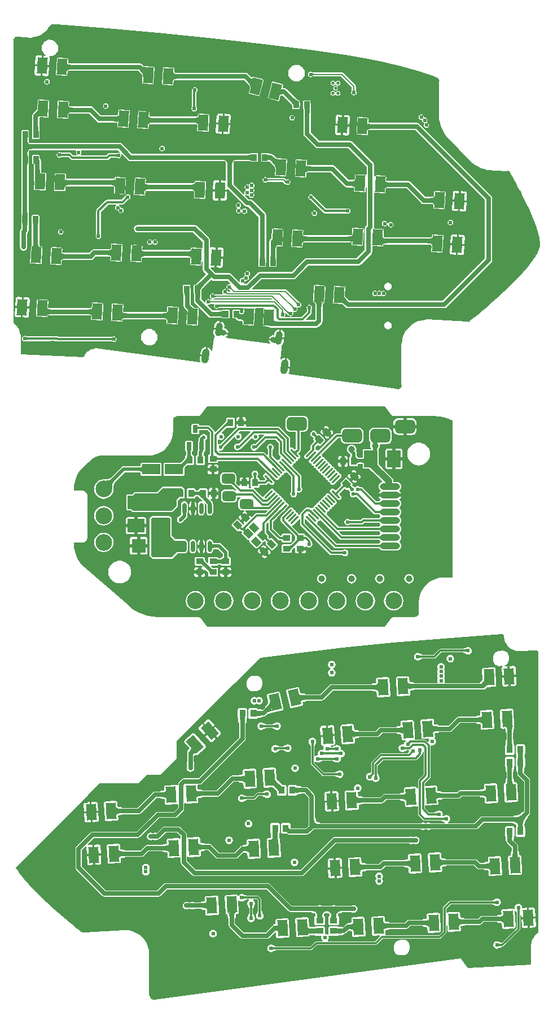
<source format=gtl>
G04 Layer_Physical_Order=1*
G04 Layer_Color=255*
%FSLAX44Y44*%
%MOMM*%
G71*
G01*
G75*
G04:AMPARAMS|DCode=10|XSize=2.4mm|YSize=1.5mm|CornerRadius=0mm|HoleSize=0mm|Usage=FLASHONLY|Rotation=273.000|XOffset=0mm|YOffset=0mm|HoleType=Round|Shape=Rectangle|*
%AMROTATEDRECTD10*
4,1,4,-0.8118,1.1591,0.6862,1.2376,0.8118,-1.1591,-0.6862,-1.2376,-0.8118,1.1591,0.0*
%
%ADD10ROTATEDRECTD10*%

%ADD11R,0.9000X1.1000*%
G04:AMPARAMS|DCode=12|XSize=2.4mm|YSize=1.5mm|CornerRadius=0mm|HoleSize=0mm|Usage=FLASHONLY|Rotation=274.000|XOffset=0mm|YOffset=0mm|HoleType=Round|Shape=Rectangle|*
%AMROTATEDRECTD12*
4,1,4,-0.8319,1.1448,0.6645,1.2494,0.8319,-1.1448,-0.6645,-1.2494,-0.8319,1.1448,0.0*
%
%ADD12ROTATEDRECTD12*%

G04:AMPARAMS|DCode=13|XSize=2.4mm|YSize=1.5mm|CornerRadius=0mm|HoleSize=0mm|Usage=FLASHONLY|Rotation=103.000|XOffset=0mm|YOffset=0mm|HoleType=Round|Shape=Rectangle|*
%AMROTATEDRECTD13*
4,1,4,1.0007,-1.0005,-0.4608,-1.3380,-1.0007,1.0005,0.4608,1.3380,1.0007,-1.0005,0.0*
%
%ADD13ROTATEDRECTD13*%

%ADD14R,1.1000X0.9000*%
G04:AMPARAMS|DCode=15|XSize=2.4mm|YSize=1.5mm|CornerRadius=0mm|HoleSize=0mm|Usage=FLASHONLY|Rotation=132.000|XOffset=0mm|YOffset=0mm|HoleType=Round|Shape=Rectangle|*
%AMROTATEDRECTD15*
4,1,4,1.3603,-0.3899,0.2456,-1.3936,-1.3603,0.3899,-0.2456,1.3936,1.3603,-0.3899,0.0*
%
%ADD15ROTATEDRECTD15*%

%ADD16C,0.7000*%
%ADD17C,0.3000*%
G04:AMPARAMS|DCode=18|XSize=2.4mm|YSize=1.5mm|CornerRadius=0mm|HoleSize=0mm|Usage=FLASHONLY|Rotation=87.000|XOffset=0mm|YOffset=0mm|HoleType=Round|Shape=Rectangle|*
%AMROTATEDRECTD18*
4,1,4,0.6862,-1.2376,-0.8118,-1.1591,-0.6862,1.2376,0.8118,1.1591,0.6862,-1.2376,0.0*
%
%ADD18ROTATEDRECTD18*%

G04:AMPARAMS|DCode=19|XSize=2.4mm|YSize=1.5mm|CornerRadius=0mm|HoleSize=0mm|Usage=FLASHONLY|Rotation=256.000|XOffset=0mm|YOffset=0mm|HoleType=Round|Shape=Rectangle|*
%AMROTATEDRECTD19*
4,1,4,-0.4374,1.3458,1.0180,0.9829,0.4374,-1.3458,-1.0180,-0.9829,-0.4374,1.3458,0.0*
%
%ADD19ROTATEDRECTD19*%

G04:AMPARAMS|DCode=20|XSize=2.4mm|YSize=1.5mm|CornerRadius=0mm|HoleSize=0mm|Usage=FLASHONLY|Rotation=88.000|XOffset=0mm|YOffset=0mm|HoleType=Round|Shape=Rectangle|*
%AMROTATEDRECTD20*
4,1,4,0.7077,-1.2254,-0.7914,-1.1731,-0.7077,1.2254,0.7914,1.1731,0.7077,-1.2254,0.0*
%
%ADD20ROTATEDRECTD20*%

G04:AMPARAMS|DCode=21|XSize=2.4mm|YSize=1.5mm|CornerRadius=0mm|HoleSize=0mm|Usage=FLASHONLY|Rotation=86.000|XOffset=0mm|YOffset=0mm|HoleType=Round|Shape=Rectangle|*
%AMROTATEDRECTD21*
4,1,4,0.6645,-1.2494,-0.8319,-1.1448,-0.6645,1.2494,0.8319,1.1448,0.6645,-1.2494,0.0*
%
%ADD21ROTATEDRECTD21*%

%ADD22C,0.2000*%
%ADD23R,2.5000X1.5000*%
%ADD24R,2.5000X2.0000*%
%ADD25R,2.0000X2.5000*%
G04:AMPARAMS|DCode=26|XSize=1.1mm|YSize=0.9mm|CornerRadius=0mm|HoleSize=0mm|Usage=FLASHONLY|Rotation=315.000|XOffset=0mm|YOffset=0mm|HoleType=Round|Shape=Rectangle|*
%AMROTATEDRECTD26*
4,1,4,-0.7071,0.0707,-0.0707,0.7071,0.7071,-0.0707,0.0707,-0.7071,-0.7071,0.0707,0.0*
%
%ADD26ROTATEDRECTD26*%

G04:AMPARAMS|DCode=27|XSize=1.5mm|YSize=2mm|CornerRadius=0.375mm|HoleSize=0mm|Usage=FLASHONLY|Rotation=90.000|XOffset=0mm|YOffset=0mm|HoleType=Round|Shape=RoundedRectangle|*
%AMROUNDEDRECTD27*
21,1,1.5000,1.2500,0,0,90.0*
21,1,0.7500,2.0000,0,0,90.0*
1,1,0.7500,0.6250,0.3750*
1,1,0.7500,0.6250,-0.3750*
1,1,0.7500,-0.6250,-0.3750*
1,1,0.7500,-0.6250,0.3750*
%
%ADD27ROUNDEDRECTD27*%
G04:AMPARAMS|DCode=28|XSize=2mm|YSize=3mm|CornerRadius=0.5mm|HoleSize=0mm|Usage=FLASHONLY|Rotation=90.000|XOffset=0mm|YOffset=0mm|HoleType=Round|Shape=RoundedRectangle|*
%AMROUNDEDRECTD28*
21,1,2.0000,2.0000,0,0,90.0*
21,1,1.0000,3.0000,0,0,90.0*
1,1,1.0000,1.0000,0.5000*
1,1,1.0000,1.0000,-0.5000*
1,1,1.0000,-1.0000,-0.5000*
1,1,1.0000,-1.0000,0.5000*
%
%ADD28ROUNDEDRECTD28*%
G04:AMPARAMS|DCode=29|XSize=0.3mm|YSize=1.7mm|CornerRadius=0mm|HoleSize=0mm|Usage=FLASHONLY|Rotation=135.000|XOffset=0mm|YOffset=0mm|HoleType=Round|Shape=Round|*
%AMOVALD29*
21,1,1.4000,0.3000,0.0000,0.0000,225.0*
1,1,0.3000,0.4950,0.4950*
1,1,0.3000,-0.4950,-0.4950*
%
%ADD29OVALD29*%

G04:AMPARAMS|DCode=30|XSize=0.3mm|YSize=1.7mm|CornerRadius=0mm|HoleSize=0mm|Usage=FLASHONLY|Rotation=45.000|XOffset=0mm|YOffset=0mm|HoleType=Round|Shape=Round|*
%AMOVALD30*
21,1,1.4000,0.3000,0.0000,0.0000,135.0*
1,1,0.3000,0.4950,-0.4950*
1,1,0.3000,-0.4950,0.4950*
%
%ADD30OVALD30*%

G04:AMPARAMS|DCode=31|XSize=1mm|YSize=1.2mm|CornerRadius=0mm|HoleSize=0mm|Usage=FLASHONLY|Rotation=225.000|XOffset=0mm|YOffset=0mm|HoleType=Round|Shape=Rectangle|*
%AMROTATEDRECTD31*
4,1,4,-0.0707,0.7778,0.7778,-0.0707,0.0707,-0.7778,-0.7778,0.0707,-0.0707,0.7778,0.0*
%
%ADD31ROTATEDRECTD31*%

%ADD32R,0.7500X1.1500*%
%ADD33R,2.7500X1.5500*%
%ADD34R,2.1000X2.1500*%
%ADD35O,0.6000X1.7000*%
%ADD36O,3.0000X1.0000*%
%ADD37C,0.5000*%
%ADD38C,1.0000*%
%ADD39C,0.5800*%
%ADD40C,0.6096*%
G04:AMPARAMS|DCode=41|XSize=1.716mm|YSize=0.858mm|CornerRadius=0mm|HoleSize=0mm|Usage=FLASHONLY|Rotation=352.000|XOffset=0mm|YOffset=0mm|HoleType=Round|Shape=Round|*
%AMOVALD41*
21,1,0.8580,0.8580,0.0000,0.0000,352.0*
1,1,0.8580,-0.4248,0.0597*
1,1,0.8580,0.4248,-0.0597*
%
%ADD41OVALD41*%

G04:AMPARAMS|DCode=42|XSize=2.016mm|YSize=1.008mm|CornerRadius=0mm|HoleSize=0mm|Usage=FLASHONLY|Rotation=82.000|XOffset=0mm|YOffset=0mm|HoleType=Round|Shape=Round|*
%AMOVALD42*
21,1,1.0080,1.0080,0.0000,0.0000,82.0*
1,1,1.0080,-0.0701,-0.4991*
1,1,1.0080,0.0701,0.4991*
%
%ADD42OVALD42*%

G04:AMPARAMS|DCode=43|XSize=2.2mm|YSize=1.1mm|CornerRadius=0mm|HoleSize=0mm|Usage=FLASHONLY|Rotation=82.000|XOffset=0mm|YOffset=0mm|HoleType=Round|Shape=Round|*
%AMOVALD43*
21,1,1.1000,1.1000,0.0000,0.0000,82.0*
1,1,1.1000,-0.0766,-0.5446*
1,1,1.1000,0.0766,0.5446*
%
%ADD43OVALD43*%

%ADD44C,0.5000*%
%ADD45C,2.5000*%
%ADD46C,1.0000*%
%ADD47C,0.6000*%
G36*
X106453Y1495446D02*
X182362Y1489878D01*
X258189Y1483301D01*
X333923Y1475714D01*
X409549Y1467121D01*
X485053Y1457521D01*
X544946Y1449094D01*
X544949Y1449116D01*
X548585Y1448638D01*
X573410Y1444420D01*
X598061Y1439276D01*
X622501Y1433215D01*
X646699Y1426244D01*
X670618Y1418373D01*
X675911Y1416409D01*
X675904Y1416387D01*
X675904Y1416387D01*
X677130Y1415879D01*
X678670Y1414698D01*
X679852Y1413157D01*
X680554Y1411462D01*
X680115Y1410805D01*
X679843Y1409439D01*
Y1353872D01*
X680115Y1352506D01*
X680888Y1351349D01*
X681010Y1351267D01*
X681231Y1348458D01*
X682499Y1343178D01*
X684577Y1338161D01*
X687414Y1333531D01*
X688710Y1332013D01*
X688680Y1331879D01*
X688919Y1330508D01*
X689665Y1329332D01*
X728757Y1288317D01*
X729896Y1287516D01*
X731255Y1287212D01*
X731383Y1287234D01*
X734163Y1284860D01*
X738793Y1282023D01*
X743810Y1279945D01*
X749090Y1278677D01*
X750152Y1278593D01*
X750201Y1278511D01*
X751317Y1277678D01*
X752667Y1277337D01*
X781908Y1275824D01*
X783286Y1276025D01*
X783928Y1276408D01*
X785295Y1275842D01*
X786762Y1274716D01*
X786707Y1273937D01*
X787147Y1272616D01*
X789578Y1268350D01*
X792718Y1262735D01*
X795810Y1257087D01*
X798851Y1251408D01*
X802241Y1244927D01*
X805563Y1238408D01*
X808807Y1231861D01*
X810475Y1228418D01*
X812118Y1224968D01*
X813571Y1221864D01*
X814997Y1218762D01*
X816952Y1214411D01*
X818840Y1210078D01*
X820654Y1205769D01*
X822118Y1202156D01*
X823515Y1198570D01*
X824837Y1195018D01*
X826072Y1191515D01*
X827269Y1187887D01*
X827833Y1186069D01*
X828365Y1184271D01*
X828833Y1182605D01*
X829265Y1180979D01*
X829831Y1178665D01*
X830315Y1176450D01*
X830712Y1174347D01*
X831021Y1172370D01*
X831254Y1170422D01*
X831393Y1168634D01*
X831442Y1166985D01*
X831427Y1165962D01*
X831374Y1164979D01*
X831281Y1164037D01*
X831152Y1163132D01*
X830898Y1161855D01*
X830555Y1160547D01*
X830107Y1159156D01*
X829544Y1157658D01*
X828786Y1155893D01*
X827883Y1154011D01*
X826835Y1152019D01*
X825646Y1149932D01*
X824319Y1147755D01*
X823440Y1146383D01*
X822510Y1144980D01*
X821520Y1143532D01*
X820493Y1142074D01*
X818318Y1139109D01*
X816925Y1137283D01*
X815481Y1135441D01*
X814001Y1133598D01*
X812484Y1131752D01*
X810937Y1129909D01*
X809365Y1128073D01*
X806126Y1124388D01*
X804046Y1122084D01*
X801930Y1119784D01*
X799754Y1117459D01*
X797561Y1115153D01*
X793110Y1110576D01*
X788569Y1106027D01*
X785902Y1103406D01*
X783208Y1100792D01*
X780318Y1098024D01*
X777415Y1095277D01*
X771726Y1089989D01*
X765990Y1084775D01*
X760216Y1079640D01*
X754698Y1074836D01*
X749145Y1070101D01*
X743548Y1065429D01*
X737901Y1060816D01*
X732172Y1056236D01*
X726685Y1051897D01*
X725783Y1050836D01*
X725560Y1050147D01*
X724620Y1049758D01*
X724326Y1049719D01*
X723713Y1050176D01*
X722364Y1050518D01*
X661784Y1053651D01*
X660406Y1053450D01*
X659210Y1052737D01*
X659170Y1052684D01*
X654325Y1052302D01*
X648891Y1050998D01*
X643729Y1048860D01*
X638965Y1045940D01*
X634715Y1042311D01*
X631087Y1038062D01*
X628167Y1033298D01*
X626029Y1028135D01*
X624724Y1022702D01*
X624490Y1019734D01*
X624372Y1019654D01*
X623599Y1018497D01*
X623327Y1017131D01*
Y956150D01*
X623599Y954784D01*
X624038Y954127D01*
X623336Y952432D01*
X622154Y950891D01*
X620614Y949710D01*
X618820Y948967D01*
X617904Y948846D01*
X617361Y949325D01*
X616043Y949775D01*
X454723Y971348D01*
X454056Y972719D01*
X454665Y973752D01*
X455231Y975792D01*
X455819Y979981D01*
X447789Y981109D01*
X447966Y982367D01*
X446708Y982544D01*
X448579Y995855D01*
X447743Y995862D01*
X445693Y995332D01*
X443851Y994290D01*
X442969Y993424D01*
X441770Y994025D01*
X444073Y1010868D01*
X444031Y1011558D01*
X443992Y1012244D01*
X443989Y1012251D01*
X443988Y1012258D01*
X443686Y1012879D01*
X443388Y1013498D01*
X443380Y1013508D01*
X443379Y1013510D01*
X443558Y1014968D01*
X443677Y1015036D01*
X445100Y1016435D01*
X446113Y1018154D01*
X446647Y1020078D01*
X447171Y1023811D01*
X439600Y1024875D01*
X439777Y1026133D01*
X438519Y1026309D01*
X440262Y1038706D01*
X439547Y1038712D01*
X437614Y1038212D01*
X435877Y1037229D01*
X434454Y1035831D01*
X433441Y1034111D01*
X432907Y1032188D01*
X432573Y1029810D01*
X432341Y1029843D01*
X430542Y1029858D01*
X428801Y1029408D01*
X427236Y1028523D01*
X425953Y1027262D01*
X425041Y1025713D01*
X424902Y1025214D01*
X435807Y1023681D01*
X435454Y1021166D01*
X424549Y1022699D01*
X424544Y1022181D01*
X424995Y1020440D01*
X425880Y1018875D01*
X426533Y1018211D01*
X425929Y1017013D01*
X360493Y1026233D01*
X360243Y1027551D01*
X361020Y1027990D01*
X362303Y1029251D01*
X363216Y1030800D01*
X363354Y1031299D01*
X352449Y1032831D01*
X352803Y1035347D01*
X363708Y1033814D01*
X363712Y1034332D01*
X363262Y1036073D01*
X362376Y1037638D01*
X361116Y1038921D01*
X359566Y1039833D01*
X357833Y1040314D01*
X357601Y1040347D01*
X357935Y1042724D01*
X357953Y1044720D01*
X357453Y1046652D01*
X356470Y1048390D01*
X355071Y1049813D01*
X353352Y1050826D01*
X352663Y1051017D01*
X350921Y1038621D01*
X349663Y1038798D01*
X349486Y1037540D01*
X341915Y1038604D01*
X341390Y1034871D01*
X341373Y1032875D01*
X341873Y1030943D01*
X342856Y1029205D01*
X343339Y1028714D01*
X343577Y1027550D01*
X343122Y1027036D01*
X342661Y1026520D01*
X342659Y1026513D01*
X342654Y1026508D01*
X342429Y1025857D01*
X342201Y1025206D01*
X342202Y1025199D01*
X342200Y1025191D01*
X339620Y1006325D01*
X338328Y1006249D01*
X338012Y1007469D01*
X336970Y1009311D01*
X335486Y1010821D01*
X333662Y1011896D01*
X332856Y1012119D01*
X330985Y998808D01*
X329728Y998985D01*
X329551Y997727D01*
X321521Y998855D01*
X320932Y994667D01*
X320914Y992550D01*
X321444Y990500D01*
X321554Y990304D01*
X320843Y989252D01*
X164132Y1010209D01*
X162743Y1010120D01*
X161493Y1009507D01*
X161243Y1009224D01*
X159071Y1008938D01*
X156030Y1007679D01*
X153443Y1005694D01*
X153199Y1005691D01*
X151920Y1005140D01*
X150949Y1004142D01*
X146176Y996781D01*
X52408Y1001630D01*
Y1029549D01*
X52136Y1030915D01*
X51363Y1032073D01*
X51188Y1032189D01*
X51014Y1033960D01*
X49727Y1038201D01*
X47638Y1042110D01*
X44826Y1045536D01*
X41669Y1048127D01*
Y1470299D01*
X41397Y1471665D01*
X40958Y1472322D01*
X41660Y1474017D01*
X42842Y1475558D01*
X44382Y1476739D01*
X46175Y1477482D01*
X46469Y1477521D01*
X47082Y1477064D01*
X48432Y1476722D01*
X68183Y1475701D01*
X69560Y1475901D01*
X70756Y1476614D01*
X70850Y1476740D01*
X73973Y1476986D01*
X78182Y1477996D01*
X82181Y1479653D01*
X85872Y1481914D01*
X89164Y1484725D01*
X91975Y1488017D01*
X94217Y1491676D01*
X94236Y1491666D01*
X94277Y1491765D01*
X94896Y1492688D01*
X95563Y1493558D01*
X97104Y1494740D01*
X98897Y1495483D01*
X100078Y1495638D01*
X101306Y1495672D01*
D01*
X102546Y1495680D01*
X106453Y1495446D01*
D02*
G37*
G36*
X609042Y910098D02*
X609215Y909947D01*
X609342Y909757D01*
X609735Y909494D01*
X610092Y909183D01*
X610309Y909110D01*
X610500Y908983D01*
X610964Y908891D01*
X611412Y908740D01*
X611641Y908756D01*
X611865Y908711D01*
X672105D01*
X672286Y908747D01*
X679548Y908340D01*
X686898Y907091D01*
X694061Y905027D01*
X700574Y902329D01*
X700292Y667099D01*
X687270D01*
Y667147D01*
X681346Y666681D01*
X675568Y665293D01*
X670079Y663019D01*
X665012Y659915D01*
X660494Y656056D01*
X656635Y651537D01*
X653530Y646471D01*
X651256Y640981D01*
X649869Y635204D01*
X649403Y629280D01*
X649451D01*
Y614280D01*
X649485Y614113D01*
X649023Y611793D01*
X647615Y609685D01*
X645507Y608277D01*
X643187Y607815D01*
X643020Y607849D01*
X611865D01*
X611641Y607804D01*
X611412Y607820D01*
X610964Y607669D01*
X610500Y607577D01*
X610309Y607450D01*
X610092Y607377D01*
X609735Y607066D01*
X609342Y606803D01*
X609215Y606613D01*
X609042Y606463D01*
X598518Y592849D01*
X332022D01*
X321498Y606463D01*
X321325Y606613D01*
X321198Y606803D01*
X320804Y607066D01*
X320448Y607377D01*
X320231Y607450D01*
X320040Y607577D01*
X319576Y607669D01*
X319128Y607820D01*
X318899Y607804D01*
X318675Y607849D01*
X258435D01*
X258254Y607813D01*
X250992Y608220D01*
X243642Y609469D01*
X236479Y611533D01*
X229592Y614386D01*
X223067Y617992D01*
X216987Y622306D01*
X214886Y624183D01*
X214852Y624144D01*
X147808Y682424D01*
X147846Y682468D01*
X145409Y684605D01*
X141401Y689176D01*
X138024Y694230D01*
X135335Y699682D01*
X133381Y705438D01*
X132195Y711400D01*
X131808Y717311D01*
X131839Y717466D01*
Y718015D01*
X131821Y718104D01*
X132219Y719066D01*
X133181Y719464D01*
X133270Y719446D01*
X143770D01*
Y719442D01*
X145989Y719734D01*
X148056Y720590D01*
X149832Y721953D01*
X151195Y723728D01*
X152051Y725796D01*
X152343Y728015D01*
X152338D01*
Y758280D01*
Y788545D01*
X152343D01*
X152051Y790764D01*
X151195Y792832D01*
X149832Y794607D01*
X148056Y795970D01*
X145989Y796826D01*
X143770Y797118D01*
Y797113D01*
X133270D01*
X133181Y797096D01*
X132219Y797494D01*
X131821Y798456D01*
X131839Y798545D01*
Y799094D01*
X131808Y799249D01*
X132195Y805160D01*
X133381Y811122D01*
X135335Y816878D01*
X138024Y822330D01*
X141401Y827384D01*
X145409Y831955D01*
X147846Y834092D01*
X147808Y834136D01*
X160802Y845431D01*
X160835Y845392D01*
X162441Y846710D01*
X165285Y848230D01*
X168372Y849166D01*
X171511Y849475D01*
X171581Y849461D01*
X243270D01*
Y849413D01*
X249194Y849880D01*
X254971Y851267D01*
X260461Y853540D01*
X265527Y856645D01*
X270046Y860504D01*
X273905Y865023D01*
X277010Y870089D01*
X279283Y875579D01*
X280671Y881356D01*
X281137Y887280D01*
X281089D01*
X281088Y887281D01*
Y902280D01*
X281055Y902447D01*
X281517Y904767D01*
X282925Y906875D01*
X285033Y908283D01*
X287353Y908745D01*
X287520Y908711D01*
X318675D01*
X318899Y908756D01*
X319128Y908740D01*
X319576Y908891D01*
X320040Y908983D01*
X320231Y909110D01*
X320448Y909183D01*
X320804Y909494D01*
X321198Y909757D01*
X321325Y909947D01*
X321498Y910098D01*
X332022Y923711D01*
X598518D01*
X609042Y910098D01*
D02*
G37*
G36*
X774755Y581907D02*
X774909Y581938D01*
X775835Y581753D01*
X776620Y581229D01*
X777144Y580444D01*
X777172Y580303D01*
X777300Y579085D01*
X777300D01*
X777735Y574675D01*
X779021Y570433D01*
X781111Y566525D01*
X783922Y563098D01*
X787348Y560287D01*
X791257Y558198D01*
X795498Y556911D01*
X799909Y556477D01*
X800973Y556581D01*
X801074Y556567D01*
X826108Y557861D01*
X826163Y557811D01*
Y557811D01*
X827325Y557576D01*
X827998Y557127D01*
X828523Y556342D01*
X828707Y555416D01*
X828738D01*
X828738Y555416D01*
Y134544D01*
X827987Y134143D01*
X824561Y131331D01*
X821750Y127905D01*
X819660Y123996D01*
X818374Y119755D01*
X817939Y115344D01*
X817999D01*
Y86458D01*
X722676Y81528D01*
X714140Y94693D01*
X713836Y95005D01*
X713548Y95331D01*
X713491Y95360D01*
X713446Y95406D01*
X713046Y95578D01*
X712655Y95769D01*
X712591Y95773D01*
X712533Y95799D01*
X712098Y95805D01*
X711663Y95832D01*
X253480Y34560D01*
X253469Y34637D01*
X252492Y34509D01*
X250567Y34762D01*
X248774Y35505D01*
X247233Y36687D01*
X246052Y38227D01*
X245309Y40021D01*
X245055Y41945D01*
X245041D01*
Y102927D01*
X245102D01*
X244663Y108497D01*
X243359Y113931D01*
X241220Y119093D01*
X238301Y123857D01*
X234672Y128106D01*
X230423Y131735D01*
X225658Y134655D01*
X220496Y136793D01*
X215063Y138098D01*
X209492Y138536D01*
X207817Y138405D01*
X207656Y138428D01*
X148345Y135361D01*
X147074Y135350D01*
X147074Y135350D01*
X145850Y135410D01*
X144767Y135553D01*
X143132Y136230D01*
X142118Y136953D01*
X141074Y137680D01*
X136575Y141238D01*
X130846Y145818D01*
X125189Y150440D01*
X119586Y155116D01*
X114023Y159859D01*
X108499Y164668D01*
X102714Y169813D01*
X96973Y175032D01*
X91276Y180328D01*
X88366Y183081D01*
X85471Y185854D01*
X82774Y188471D01*
X80100Y191099D01*
X75552Y195655D01*
X71091Y200242D01*
X68888Y202558D01*
X66710Y204885D01*
X64590Y207190D01*
X62501Y209504D01*
X59253Y213199D01*
X57673Y215045D01*
X56119Y216896D01*
X54596Y218749D01*
X53106Y220604D01*
X51656Y222455D01*
X50254Y224292D01*
X48066Y227275D01*
X47030Y228745D01*
X46033Y230204D01*
X45093Y231622D01*
X44784Y232105D01*
X142967Y330288D01*
X152967Y341288D01*
X169967Y358288D01*
X228967D01*
X241967Y371288D01*
X261967D01*
X285967Y395288D01*
Y422288D01*
X286967Y423288D01*
X334967Y471288D01*
X412198Y546859D01*
X459847Y552917D01*
X535460Y561509D01*
X611182Y569094D01*
X686997Y575671D01*
X762894Y581238D01*
X774752Y581949D01*
X774755Y581907D01*
D02*
G37*
%LPC*%
G36*
X93945Y1472607D02*
X92567Y1472406D01*
X91371Y1471694D01*
X91044Y1471254D01*
X89164Y1470476D01*
X87389Y1469113D01*
X86026Y1467338D01*
X85437Y1465915D01*
X84927Y1465574D01*
X84154Y1464417D01*
X83882Y1463051D01*
Y1457761D01*
X84154Y1456396D01*
X84927Y1455238D01*
X85437Y1454897D01*
X86026Y1453474D01*
X87389Y1451699D01*
X89164Y1450336D01*
X89219Y1450314D01*
X89447Y1449760D01*
X88579Y1448533D01*
X86633Y1448635D01*
X85923Y1435095D01*
X94970Y1434621D01*
X95519Y1445107D01*
X95348Y1446288D01*
X95027Y1446826D01*
X95694Y1448064D01*
X98287Y1447930D01*
X99665Y1448130D01*
X100861Y1448843D01*
X101189Y1449282D01*
X103068Y1450061D01*
X104844Y1451423D01*
X106206Y1453199D01*
X106796Y1454622D01*
X107305Y1454962D01*
X108078Y1456120D01*
X108350Y1457485D01*
Y1462775D01*
X108078Y1464141D01*
X107305Y1465299D01*
X106796Y1465639D01*
X106206Y1467062D01*
X104844Y1468838D01*
X103068Y1470200D01*
X102064Y1470616D01*
X101742Y1471157D01*
X100625Y1471989D01*
X99276Y1472331D01*
X93945Y1472607D01*
D02*
G37*
G36*
X77645Y1449106D02*
X76464Y1448935D01*
X75438Y1448325D01*
X74724Y1447369D01*
X74430Y1446212D01*
X73881Y1435726D01*
X82927Y1435252D01*
X83637Y1448792D01*
X77645Y1449106D01*
D02*
G37*
G36*
X73724Y1432730D02*
X73175Y1422245D01*
X73346Y1421064D01*
X73956Y1420038D01*
X74912Y1419324D01*
X76069Y1419030D01*
X82061Y1418716D01*
X82770Y1432256D01*
X73724Y1432730D01*
D02*
G37*
G36*
X85766Y1432099D02*
X85057Y1418559D01*
X91048Y1418245D01*
X92229Y1418416D01*
X93255Y1419027D01*
X93969Y1419983D01*
X94263Y1421140D01*
X94813Y1431625D01*
X85766Y1432099D01*
D02*
G37*
G36*
X463869Y1434993D02*
X462491Y1434792D01*
X461295Y1434079D01*
X460967Y1433640D01*
X459088Y1432861D01*
X457312Y1431499D01*
X455950Y1429724D01*
X455360Y1428300D01*
X454851Y1427960D01*
X454078Y1426802D01*
X453806Y1425437D01*
Y1420147D01*
X454078Y1418781D01*
X454851Y1417623D01*
X455360Y1417283D01*
X455950Y1415860D01*
X457312Y1414084D01*
X459088Y1412722D01*
X460092Y1412306D01*
X460415Y1411765D01*
X461531Y1410933D01*
X462881Y1410591D01*
X468211Y1410315D01*
X469589Y1410516D01*
X470785Y1411229D01*
X471113Y1411668D01*
X472992Y1412446D01*
X474768Y1413809D01*
X476130Y1415584D01*
X476720Y1417007D01*
X477229Y1417348D01*
X478002Y1418505D01*
X478274Y1419871D01*
Y1425161D01*
X478002Y1426527D01*
X477229Y1427684D01*
X476720Y1428025D01*
X476130Y1429448D01*
X474768Y1431223D01*
X472992Y1432586D01*
X471988Y1433002D01*
X471666Y1433543D01*
X470549Y1434375D01*
X469200Y1434717D01*
X463869Y1434993D01*
D02*
G37*
G36*
X528347Y1410994D02*
X526981Y1410723D01*
X525823Y1409949D01*
X525302Y1409169D01*
X525170Y1409126D01*
X524024D01*
X523891Y1409169D01*
X523370Y1409949D01*
X522212Y1410723D01*
X520847Y1410994D01*
X519481Y1410723D01*
X518323Y1409949D01*
X517550Y1408791D01*
X517278Y1407426D01*
X517550Y1406060D01*
X518323Y1404902D01*
X519481Y1404129D01*
X520847Y1403857D01*
X522212Y1404129D01*
X523370Y1404902D01*
X523891Y1405682D01*
X524024Y1405726D01*
X525170D01*
X525302Y1405682D01*
X525823Y1404902D01*
X526981Y1404129D01*
X528347Y1403857D01*
X529712Y1404129D01*
X530870Y1404902D01*
X531644Y1406060D01*
X531915Y1407426D01*
X531644Y1408791D01*
X530870Y1409949D01*
X529712Y1410723D01*
X528347Y1410994D01*
D02*
G37*
G36*
X107501Y1445562D02*
X106720Y1445285D01*
X106363Y1444538D01*
X105107Y1420571D01*
X105384Y1419790D01*
X106132Y1419433D01*
X121111Y1418648D01*
X121892Y1418925D01*
X122248Y1419672D01*
X122528Y1425013D01*
X122660Y1425338D01*
X122893Y1425659D01*
X123240Y1425965D01*
X123294Y1425997D01*
X228650D01*
X233996Y1420652D01*
X234144Y1420313D01*
X234428Y1419455D01*
X234617Y1418612D01*
X234713Y1417782D01*
X234718Y1416902D01*
X234858Y1416567D01*
X234419Y1408177D01*
X234695Y1407396D01*
X235443Y1407039D01*
X250422Y1406254D01*
X251203Y1406530D01*
X251560Y1407278D01*
X252816Y1431245D01*
X252539Y1432026D01*
X251792Y1432383D01*
X237370Y1433139D01*
X234939Y1435570D01*
X233119Y1436786D01*
X230973Y1437213D01*
X124094D01*
X123222Y1438249D01*
X123505Y1443639D01*
X123228Y1444420D01*
X122480Y1444777D01*
X107501Y1445562D01*
D02*
G37*
G36*
X91597Y1413803D02*
X90017Y1413489D01*
X88678Y1412594D01*
X87784Y1411255D01*
X87469Y1409676D01*
X87784Y1408096D01*
X88678Y1406757D01*
X90017Y1405863D01*
X91597Y1405548D01*
X93176Y1405863D01*
X94515Y1406757D01*
X95410Y1408096D01*
X95724Y1409676D01*
X95410Y1411255D01*
X94515Y1412594D01*
X93176Y1413489D01*
X91597Y1413803D01*
D02*
G37*
G36*
X524597Y1403494D02*
X523231Y1403223D01*
X522073Y1402449D01*
X521300Y1401291D01*
X521028Y1399926D01*
X521300Y1398560D01*
X522073Y1397402D01*
X523231Y1396629D01*
X524597Y1396357D01*
X525962Y1396629D01*
X527120Y1397402D01*
X527894Y1398560D01*
X528165Y1399926D01*
X527894Y1401291D01*
X527120Y1402449D01*
X525962Y1403223D01*
X524597Y1403494D01*
D02*
G37*
G36*
X528347Y1395994D02*
X526981Y1395723D01*
X525823Y1394949D01*
X525302Y1394169D01*
X525170Y1394126D01*
X524024D01*
X523891Y1394169D01*
X523370Y1394949D01*
X522212Y1395723D01*
X520847Y1395994D01*
X519481Y1395723D01*
X518323Y1394949D01*
X517550Y1393791D01*
X517278Y1392426D01*
X517550Y1391060D01*
X518323Y1389902D01*
X519481Y1389129D01*
X520847Y1388857D01*
X522212Y1389129D01*
X523370Y1389902D01*
X523891Y1390682D01*
X524024Y1390725D01*
X525170D01*
X525302Y1390682D01*
X525823Y1389902D01*
X526981Y1389129D01*
X528347Y1388857D01*
X529712Y1389129D01*
X530870Y1389902D01*
X531644Y1391060D01*
X531915Y1392426D01*
X531644Y1393791D01*
X530870Y1394949D01*
X529712Y1395723D01*
X528347Y1395994D01*
D02*
G37*
G36*
X487347Y1424803D02*
X485767Y1424489D01*
X484428Y1423594D01*
X483534Y1422255D01*
X483219Y1420676D01*
X483534Y1419096D01*
X484428Y1417757D01*
X485767Y1416863D01*
X487347Y1416548D01*
X488926Y1416863D01*
X490055Y1417617D01*
X532830D01*
X549038Y1401409D01*
Y1396134D01*
X548284Y1395005D01*
X547970Y1393426D01*
X548284Y1391846D01*
X549178Y1390507D01*
X550517Y1389613D01*
X552097Y1389298D01*
X553676Y1389613D01*
X555015Y1390507D01*
X555910Y1391846D01*
X556224Y1393426D01*
X555910Y1395005D01*
X555155Y1396134D01*
Y1402676D01*
X554923Y1403846D01*
X554260Y1404839D01*
X554260Y1404839D01*
X536260Y1422839D01*
X535267Y1423502D01*
X534097Y1423734D01*
X534097Y1423734D01*
X490055D01*
X488926Y1424489D01*
X487347Y1424803D01*
D02*
G37*
G36*
X266771Y1431598D02*
X265990Y1431321D01*
X265634Y1430573D01*
X264378Y1406606D01*
X264654Y1405825D01*
X265402Y1405469D01*
X280381Y1404684D01*
X281162Y1404960D01*
X281519Y1405708D01*
X281799Y1411049D01*
X281931Y1411373D01*
X282163Y1411694D01*
X282511Y1412001D01*
X282565Y1412033D01*
X387384D01*
X395886Y1403530D01*
X395984Y1403277D01*
X396171Y1402545D01*
X396256Y1401850D01*
X396242Y1401186D01*
X396119Y1400464D01*
X396146Y1400346D01*
X394312Y1392987D01*
X394434Y1392168D01*
X395100Y1391675D01*
X409655Y1388047D01*
X410474Y1388169D01*
X410967Y1388835D01*
X416773Y1412122D01*
X416650Y1412941D01*
X415984Y1413434D01*
X401430Y1417063D01*
X400611Y1416940D01*
X400408Y1416666D01*
X399136Y1416395D01*
X398848Y1416430D01*
X393672Y1421606D01*
X391852Y1422821D01*
X389706Y1423248D01*
X283365D01*
X282492Y1424284D01*
X282775Y1429675D01*
X282498Y1430456D01*
X281751Y1430813D01*
X266771Y1431598D01*
D02*
G37*
G36*
X179847Y1377303D02*
X178267Y1376989D01*
X176928Y1376094D01*
X176034Y1374755D01*
X175720Y1373176D01*
X176034Y1371596D01*
X176928Y1370257D01*
X178267Y1369363D01*
X179847Y1369048D01*
X181426Y1369363D01*
X182765Y1370257D01*
X183660Y1371596D01*
X183974Y1373176D01*
X183660Y1374755D01*
X182765Y1376094D01*
X181426Y1376989D01*
X179847Y1377303D01*
D02*
G37*
G36*
X430539Y1409805D02*
X429720Y1409683D01*
X429227Y1409017D01*
X423421Y1385730D01*
X423543Y1384910D01*
X424209Y1384417D01*
X438764Y1380789D01*
X439583Y1380911D01*
X440075Y1381577D01*
X441973Y1389189D01*
X445153D01*
X460014Y1374328D01*
Y1369676D01*
X460331Y1368910D01*
X461097Y1368593D01*
X470097D01*
X470862Y1368910D01*
X471179Y1369676D01*
Y1373882D01*
X471278Y1374030D01*
X471704Y1376176D01*
X471278Y1378322D01*
X471179Y1378469D01*
Y1380676D01*
X470862Y1381441D01*
X470097Y1381758D01*
X469627D01*
X469497Y1381767D01*
X468884Y1381890D01*
X468223Y1382103D01*
X468007Y1382196D01*
X451441Y1398762D01*
X449622Y1399978D01*
X447476Y1400405D01*
X445801D01*
X445019Y1401405D01*
X445882Y1404864D01*
X445759Y1405683D01*
X445093Y1406176D01*
X430539Y1409805D01*
D02*
G37*
G36*
X313347Y1401553D02*
X311767Y1401239D01*
X310428Y1400344D01*
X309534Y1399005D01*
X309360Y1398131D01*
X309300Y1398041D01*
X309028Y1396676D01*
Y1371371D01*
X308784Y1371005D01*
X308470Y1369426D01*
X308784Y1367846D01*
X309678Y1366507D01*
X311017Y1365613D01*
X312597Y1365298D01*
X314176Y1365613D01*
X315515Y1366507D01*
X316410Y1367846D01*
X316724Y1369426D01*
X316410Y1371005D01*
X316165Y1371371D01*
Y1394441D01*
X316265Y1394507D01*
X317160Y1395846D01*
X317474Y1397426D01*
X317160Y1399005D01*
X316265Y1400344D01*
X314926Y1401239D01*
X313347Y1401553D01*
D02*
G37*
G36*
X79062Y1382918D02*
X78281Y1382642D01*
X77924Y1381894D01*
X77222Y1368497D01*
X70882Y1362156D01*
X69666Y1360337D01*
X69239Y1358191D01*
Y1330426D01*
X69514Y1329042D01*
Y1324926D01*
X69831Y1324160D01*
X70597Y1323843D01*
X79597D01*
X80362Y1324160D01*
X80679Y1324926D01*
Y1335926D01*
X80530Y1336287D01*
X80518Y1336404D01*
X80462Y1336449D01*
X80455Y1336468D01*
Y1355658D01*
X81424Y1356594D01*
X92672Y1356004D01*
X93453Y1356281D01*
X93810Y1357029D01*
X95066Y1380996D01*
X94789Y1381776D01*
X94042Y1382133D01*
X79062Y1382918D01*
D02*
G37*
G36*
X459597Y1359803D02*
X458017Y1359489D01*
X456678Y1358594D01*
X455784Y1357255D01*
X455469Y1355676D01*
X455784Y1354096D01*
X456678Y1352757D01*
X458017Y1351863D01*
X459597Y1351548D01*
X461176Y1351863D01*
X462515Y1352757D01*
X463410Y1354096D01*
X463724Y1355676D01*
X463410Y1357255D01*
X462515Y1358594D01*
X461176Y1359489D01*
X459597Y1359803D01*
D02*
G37*
G36*
X349395Y1362106D02*
X348214Y1361935D01*
X347188Y1361325D01*
X346474Y1360369D01*
X346180Y1359212D01*
X345631Y1348726D01*
X354677Y1348252D01*
X355387Y1361792D01*
X349395Y1362106D01*
D02*
G37*
G36*
X358383Y1361635D02*
X357673Y1348095D01*
X366720Y1347621D01*
X367269Y1358107D01*
X367098Y1359288D01*
X366488Y1360314D01*
X365531Y1361028D01*
X364375Y1361321D01*
X358383Y1361635D01*
D02*
G37*
G36*
X528416Y1360141D02*
X527235Y1359970D01*
X526209Y1359360D01*
X525495Y1358404D01*
X525201Y1357247D01*
X524651Y1346761D01*
X533698Y1346287D01*
X534407Y1359827D01*
X528416Y1360141D01*
D02*
G37*
G36*
X537403Y1359670D02*
X536694Y1346130D01*
X545740Y1345656D01*
X546290Y1356142D01*
X546118Y1357323D01*
X545508Y1358349D01*
X544552Y1359062D01*
X543395Y1359356D01*
X537403Y1359670D01*
D02*
G37*
G36*
X109021Y1381347D02*
X108240Y1381071D01*
X107884Y1380323D01*
X106628Y1356356D01*
X106904Y1355575D01*
X107652Y1355218D01*
X122632Y1354433D01*
X123412Y1354710D01*
X123769Y1355458D01*
X124049Y1360799D01*
X124181Y1361123D01*
X124413Y1361444D01*
X124761Y1361751D01*
X124815Y1361783D01*
X154809D01*
X166585Y1350007D01*
X168404Y1348792D01*
X170550Y1348365D01*
X196535D01*
X196542Y1348361D01*
X196823Y1348083D01*
X196994Y1347797D01*
X197088Y1347466D01*
X197107Y1346932D01*
X197233Y1346656D01*
X196985Y1343100D01*
X196985Y1343100D01*
X197247Y1342315D01*
X197989Y1341945D01*
X212952Y1340899D01*
X213738Y1341162D01*
X214108Y1341903D01*
X214107Y1341903D01*
X215782Y1365845D01*
X215782Y1365845D01*
X215519Y1366630D01*
X214777Y1367000D01*
X199814Y1368046D01*
X199028Y1367783D01*
X198659Y1367042D01*
X198659Y1367042D01*
X198265Y1361415D01*
X198102Y1361158D01*
X198006Y1360615D01*
X197852Y1360252D01*
X197611Y1359926D01*
X197253Y1359616D01*
X197193Y1359580D01*
X172873D01*
X161098Y1371356D01*
X159278Y1372571D01*
X157132Y1372998D01*
X125615D01*
X124743Y1374034D01*
X125025Y1379425D01*
X124749Y1380206D01*
X124001Y1380562D01*
X109021Y1381347D01*
D02*
G37*
G36*
X653347Y1360803D02*
X651767Y1360489D01*
X650428Y1359594D01*
X649534Y1358255D01*
X649220Y1356676D01*
X649534Y1355096D01*
X650428Y1353757D01*
X651767Y1352863D01*
X653347Y1352548D01*
X654315Y1351446D01*
X654534Y1350346D01*
X655428Y1349007D01*
X656767Y1348113D01*
X656970Y1348072D01*
X657555Y1346661D01*
X657284Y1346255D01*
X656970Y1344676D01*
X657284Y1343096D01*
X658178Y1341757D01*
X659517Y1340863D01*
X661097Y1340548D01*
X662676Y1340863D01*
X664015Y1341757D01*
X664910Y1343096D01*
X665224Y1344676D01*
X664910Y1346255D01*
X664015Y1347594D01*
X662676Y1348489D01*
X662473Y1348529D01*
X661889Y1349940D01*
X662160Y1350346D01*
X662474Y1351926D01*
X662160Y1353505D01*
X661265Y1354844D01*
X659926Y1355739D01*
X658347Y1356053D01*
X657379Y1357155D01*
X657160Y1358255D01*
X656265Y1359594D01*
X654926Y1360489D01*
X653347Y1360803D01*
D02*
G37*
G36*
X229741Y1365953D02*
X228955Y1365690D01*
X228586Y1364949D01*
X228586Y1364948D01*
X226912Y1341007D01*
X226912Y1341007D01*
X227174Y1340221D01*
X227916Y1339852D01*
X242879Y1338806D01*
X243665Y1339068D01*
X244035Y1339810D01*
X244035Y1339810D01*
X244417Y1345271D01*
X244556Y1345600D01*
X244797Y1345926D01*
X245155Y1346236D01*
X245216Y1346271D01*
X316597D01*
X316611Y1346263D01*
X316901Y1345981D01*
X317080Y1345690D01*
X317181Y1345355D01*
X317210Y1344820D01*
X317349Y1344529D01*
X316939Y1336711D01*
X317216Y1335930D01*
X317964Y1335574D01*
X332943Y1334789D01*
X333724Y1335065D01*
X334081Y1335813D01*
X335337Y1359780D01*
X335060Y1360561D01*
X334312Y1360918D01*
X319333Y1361703D01*
X318552Y1361426D01*
X318195Y1360679D01*
X318124Y1359322D01*
X317955Y1359047D01*
X317870Y1358505D01*
X317724Y1358147D01*
X317492Y1357825D01*
X317144Y1357519D01*
X317090Y1357487D01*
X246213D01*
X245344Y1358538D01*
X245709Y1363751D01*
X245709Y1363751D01*
X245446Y1364537D01*
X244705Y1364906D01*
X229741Y1365953D01*
D02*
G37*
G36*
X345474Y1345730D02*
X344925Y1335245D01*
X345096Y1334064D01*
X345706Y1333038D01*
X346662Y1332324D01*
X347819Y1332030D01*
X353811Y1331716D01*
X354520Y1345256D01*
X345474Y1345730D01*
D02*
G37*
G36*
X357516Y1345099D02*
X356807Y1331559D01*
X362798Y1331245D01*
X363979Y1331416D01*
X365005Y1332027D01*
X365719Y1332983D01*
X366013Y1334140D01*
X366563Y1344625D01*
X357516Y1345099D01*
D02*
G37*
G36*
X524495Y1343765D02*
X523945Y1333280D01*
X524116Y1332099D01*
X524726Y1331073D01*
X525683Y1330359D01*
X526839Y1330065D01*
X532831Y1329751D01*
X533541Y1343291D01*
X524495Y1343765D01*
D02*
G37*
G36*
X536537Y1343134D02*
X535827Y1329594D01*
X541819Y1329280D01*
X543000Y1329451D01*
X544026Y1330061D01*
X544740Y1331018D01*
X545033Y1332175D01*
X545583Y1342660D01*
X536537Y1343134D01*
D02*
G37*
G36*
X264347Y1313803D02*
X262767Y1313489D01*
X261428Y1312594D01*
X260534Y1311255D01*
X260219Y1309676D01*
X260534Y1308096D01*
X261428Y1306757D01*
X262767Y1305863D01*
X264347Y1305548D01*
X265926Y1305863D01*
X267265Y1306757D01*
X268160Y1308096D01*
X268474Y1309676D01*
X268160Y1311255D01*
X267265Y1312594D01*
X265926Y1313489D01*
X264347Y1313803D01*
D02*
G37*
G36*
X63597Y1337008D02*
X54597D01*
X53831Y1336691D01*
X53514Y1335926D01*
Y1332469D01*
X53416Y1332322D01*
X52989Y1330176D01*
Y1312426D01*
Y1203426D01*
Y1189249D01*
X52632Y1188891D01*
X51416Y1187072D01*
X50989Y1184926D01*
Y1169426D01*
Y1162176D01*
X51416Y1160030D01*
X52632Y1158211D01*
X54451Y1156995D01*
X56597Y1156568D01*
X58743Y1156995D01*
X60562Y1158211D01*
X61778Y1160030D01*
X62204Y1162176D01*
Y1169426D01*
Y1182603D01*
X62562Y1182960D01*
X63778Y1184780D01*
X64205Y1186926D01*
Y1203426D01*
Y1287095D01*
X64362Y1287160D01*
X64449Y1287371D01*
X64493Y1287403D01*
X64509Y1287515D01*
X64679Y1287926D01*
Y1298926D01*
X64509Y1299336D01*
X64493Y1299449D01*
X64449Y1299481D01*
X64362Y1299691D01*
X64205Y1299756D01*
Y1305904D01*
X64616Y1306407D01*
X65119Y1306818D01*
X135009D01*
X135688Y1305548D01*
X135409Y1305130D01*
X135094Y1303551D01*
X135409Y1301971D01*
X136303Y1300632D01*
X136480Y1300514D01*
X136095Y1299244D01*
X131325D01*
X128120Y1302449D01*
X126962Y1303223D01*
X125597Y1303494D01*
X112292D01*
X111926Y1303739D01*
X110347Y1304053D01*
X108767Y1303739D01*
X107428Y1302844D01*
X106534Y1301505D01*
X106219Y1299926D01*
X106534Y1298346D01*
X107428Y1297007D01*
X108767Y1296113D01*
X110347Y1295798D01*
X111926Y1296113D01*
X112292Y1296357D01*
X124119D01*
X127323Y1293152D01*
X128481Y1292379D01*
X129847Y1292107D01*
X182097D01*
X183462Y1292379D01*
X184620Y1293152D01*
X187075Y1295607D01*
X196901D01*
X197267Y1295363D01*
X198847Y1295048D01*
X200426Y1295363D01*
X201765Y1296257D01*
X202660Y1297596D01*
X202974Y1299176D01*
X202660Y1300755D01*
X202396Y1301149D01*
X203383Y1301959D01*
X213132Y1292210D01*
X214951Y1290995D01*
X217097Y1290568D01*
X359325D01*
X359828Y1290157D01*
X360239Y1289654D01*
Y1262197D01*
X359441Y1261564D01*
X358969Y1261445D01*
X353112Y1261649D01*
X352639Y1248099D01*
X361692Y1247783D01*
X361720Y1248576D01*
X363008Y1249083D01*
X388131Y1223960D01*
X389951Y1222745D01*
X392097Y1222318D01*
X394024D01*
X409239Y1207103D01*
Y1144718D01*
X409231Y1144699D01*
X409175Y1144653D01*
X409164Y1144537D01*
X409014Y1144176D01*
Y1133176D01*
X409331Y1132410D01*
X410097Y1132093D01*
X419097D01*
X419862Y1132410D01*
X420179Y1133176D01*
Y1137541D01*
X420454Y1138926D01*
Y1209426D01*
X420028Y1211572D01*
X418812Y1213391D01*
X400312Y1231891D01*
X398493Y1233107D01*
X396347Y1233533D01*
X394420D01*
X389063Y1238890D01*
X389873Y1239876D01*
X390267Y1239613D01*
X391847Y1239298D01*
X393426Y1239613D01*
X394670Y1238916D01*
X394784Y1238346D01*
X395678Y1237007D01*
X397017Y1236113D01*
X398597Y1235798D01*
X400176Y1236113D01*
X401515Y1237007D01*
X402410Y1238346D01*
X402724Y1239926D01*
X402410Y1241505D01*
X401515Y1242844D01*
Y1244007D01*
X402410Y1245346D01*
X402724Y1246926D01*
X402410Y1248505D01*
X401515Y1249844D01*
X401664Y1251272D01*
X402015Y1251507D01*
X402910Y1252846D01*
X403224Y1254426D01*
X402910Y1256005D01*
X402015Y1257344D01*
X400676Y1258239D01*
X399097Y1258553D01*
X397517Y1258239D01*
X396178Y1257344D01*
X395332Y1256077D01*
X395062Y1255789D01*
X394083Y1255384D01*
X393926Y1255489D01*
X392347Y1255803D01*
X390767Y1255489D01*
X389428Y1254594D01*
X388534Y1253255D01*
X388219Y1251676D01*
X388534Y1250096D01*
X389428Y1248757D01*
X389928Y1248423D01*
X389978Y1248248D01*
X389841Y1246954D01*
X388928Y1246344D01*
X388034Y1245005D01*
X387719Y1243426D01*
X388034Y1241846D01*
X388297Y1241452D01*
X387311Y1240642D01*
X371455Y1256498D01*
Y1289654D01*
X371866Y1290157D01*
X372369Y1290568D01*
X397055D01*
X397066Y1290509D01*
X397113Y1290436D01*
X397331Y1289910D01*
X397503Y1289839D01*
X397518Y1289816D01*
X397604Y1289798D01*
X398097Y1289593D01*
X407097D01*
X407862Y1289910D01*
X408179Y1290676D01*
Y1301676D01*
X407862Y1302441D01*
X407097Y1302758D01*
X398097D01*
X397604Y1302554D01*
X397518Y1302536D01*
X397503Y1302512D01*
X397331Y1302441D01*
X397113Y1301915D01*
X397066Y1301842D01*
X397055Y1301783D01*
X219420D01*
X204812Y1316391D01*
X202993Y1317607D01*
X200847Y1318033D01*
X65119D01*
X64616Y1318445D01*
X64205Y1318948D01*
Y1324095D01*
X64362Y1324160D01*
X64449Y1324371D01*
X64493Y1324403D01*
X64509Y1324515D01*
X64679Y1324926D01*
Y1335926D01*
X64362Y1336691D01*
X63597Y1337008D01*
D02*
G37*
G36*
X482097Y1381783D02*
X481969Y1381758D01*
X477097D01*
X476331Y1381441D01*
X476014Y1380676D01*
Y1369676D01*
X476184Y1369265D01*
X476201Y1369153D01*
X476244Y1369121D01*
X476331Y1368910D01*
X476489Y1368845D01*
Y1331676D01*
X476916Y1329530D01*
X478131Y1327711D01*
X494132Y1311711D01*
X495951Y1310495D01*
X498097Y1310068D01*
X543774D01*
X571134Y1282708D01*
Y1270869D01*
X571134Y1270869D01*
X569864Y1270098D01*
X569792Y1270133D01*
X554812Y1270918D01*
X554031Y1270641D01*
X553675Y1269893D01*
X553387Y1264404D01*
X553218Y1264128D01*
X553133Y1263587D01*
X552987Y1263228D01*
X552755Y1262907D01*
X552407Y1262600D01*
X552353Y1262569D01*
X544384D01*
X523597Y1283356D01*
X521778Y1284572D01*
X519632Y1284998D01*
X482615D01*
X481742Y1286035D01*
X482025Y1291425D01*
X481748Y1292206D01*
X481001Y1292563D01*
X466021Y1293348D01*
X465240Y1293071D01*
X464884Y1292323D01*
X463628Y1268356D01*
X463904Y1267575D01*
X464652Y1267219D01*
X479631Y1266434D01*
X480412Y1266710D01*
X480769Y1267458D01*
X481049Y1272799D01*
X481181Y1273123D01*
X481413Y1273445D01*
X481761Y1273751D01*
X481815Y1273783D01*
X517309D01*
X538097Y1252996D01*
X539916Y1251780D01*
X542062Y1251353D01*
X551860D01*
X551874Y1251345D01*
X552164Y1251062D01*
X552343Y1250772D01*
X552444Y1250436D01*
X552473Y1249902D01*
X552612Y1249611D01*
X552419Y1245926D01*
X552695Y1245145D01*
X553443Y1244789D01*
X568422Y1244004D01*
X569203Y1244280D01*
X569560Y1245028D01*
X569864Y1250832D01*
X571134Y1250799D01*
Y1194144D01*
X570131Y1193141D01*
X568916Y1191322D01*
X568489Y1189176D01*
Y1157498D01*
X556524Y1145534D01*
X481847D01*
X479701Y1145107D01*
X477882Y1143891D01*
X458774Y1124783D01*
X411097D01*
X408951Y1124357D01*
X407132Y1123141D01*
X390774Y1106784D01*
X387265D01*
X386962Y1108054D01*
X388015Y1108757D01*
X388910Y1110096D01*
X389004Y1110570D01*
X390439Y1111580D01*
X390597Y1111548D01*
X392176Y1111863D01*
X393515Y1112757D01*
X394410Y1114096D01*
X394724Y1115676D01*
X394410Y1117255D01*
X393828Y1118126D01*
X393926Y1118363D01*
X395265Y1119257D01*
X396160Y1120596D01*
X396474Y1122176D01*
X396160Y1123755D01*
X395265Y1125094D01*
X393926Y1125989D01*
X392347Y1126303D01*
X390767Y1125989D01*
X389428Y1125094D01*
X388534Y1123755D01*
X388219Y1122176D01*
X388534Y1120596D01*
X389115Y1119726D01*
X389017Y1119489D01*
X387678Y1118594D01*
X386784Y1117255D01*
X386689Y1116781D01*
X385254Y1115772D01*
X385097Y1115803D01*
X383517Y1115489D01*
X382178Y1114594D01*
X381284Y1113255D01*
X380970Y1111676D01*
X381217Y1110433D01*
X380104Y1109750D01*
X368713Y1121141D01*
X366894Y1122357D01*
X364748Y1122784D01*
X344920D01*
X337221Y1130482D01*
X337779Y1131720D01*
X343290Y1131431D01*
X344078Y1146469D01*
X344866Y1161507D01*
X338875Y1161821D01*
X337724Y1161655D01*
X337691Y1161652D01*
X336455Y1162391D01*
Y1171926D01*
X336028Y1174072D01*
X334812Y1175891D01*
X317312Y1193391D01*
X315493Y1194607D01*
X313347Y1195033D01*
X227597D01*
X225451Y1194607D01*
X223631Y1193391D01*
X222416Y1191572D01*
X221989Y1189426D01*
X222416Y1187280D01*
X223631Y1185460D01*
X225451Y1184245D01*
X227597Y1183818D01*
X311024D01*
X325239Y1169603D01*
Y1161253D01*
X323969Y1160548D01*
X323792Y1160633D01*
X308812Y1161418D01*
X308031Y1161141D01*
X307675Y1160394D01*
X307621Y1159369D01*
X307452Y1159093D01*
X307367Y1158552D01*
X307221Y1158193D01*
X306989Y1157872D01*
X306641Y1157565D01*
X306587Y1157533D01*
X235635D01*
X234763Y1158569D01*
X235045Y1163960D01*
X234769Y1164741D01*
X234021Y1165098D01*
X219042Y1165883D01*
X218261Y1165606D01*
X217904Y1164858D01*
X216648Y1140891D01*
X216925Y1140110D01*
X217672Y1139754D01*
X232652Y1138969D01*
X233433Y1139245D01*
X233789Y1139993D01*
X234069Y1145334D01*
X234201Y1145658D01*
X234433Y1145980D01*
X234781Y1146286D01*
X234835Y1146318D01*
X306094D01*
X306108Y1146310D01*
X306398Y1146027D01*
X306577Y1145737D01*
X306678Y1145402D01*
X306707Y1144866D01*
X306846Y1144576D01*
X306419Y1136426D01*
X306695Y1135646D01*
X307443Y1135289D01*
X322422Y1134504D01*
X323203Y1134780D01*
X323560Y1135528D01*
X323969Y1143334D01*
X325239Y1143300D01*
Y1128926D01*
X325666Y1126780D01*
X326881Y1124960D01*
X330541Y1121301D01*
X315267Y1106026D01*
X314862Y1105858D01*
X314162Y1105643D01*
X313502Y1105518D01*
X313350Y1105508D01*
X312847D01*
X312081Y1105191D01*
X311764Y1104426D01*
Y1093426D01*
X311934Y1093015D01*
X311951Y1092903D01*
X311994Y1092871D01*
X312081Y1092660D01*
X312239Y1092595D01*
Y1081426D01*
X312666Y1079280D01*
X313881Y1077460D01*
X333632Y1057710D01*
X335451Y1056495D01*
X337597Y1056068D01*
X354055D01*
X354066Y1056009D01*
X354241Y1055740D01*
X354364Y1055443D01*
X354461Y1055403D01*
X354518Y1055315D01*
X354833Y1055249D01*
X355130Y1055126D01*
X355199Y1055155D01*
X355347Y1055093D01*
X364347D01*
X365112Y1055410D01*
X365429Y1056176D01*
Y1067176D01*
X365112Y1067941D01*
X364347Y1068258D01*
X355347D01*
X355198Y1068197D01*
X355130Y1068225D01*
X354833Y1068102D01*
X354518Y1068036D01*
X354461Y1067948D01*
X354364Y1067908D01*
X354241Y1067611D01*
X354066Y1067342D01*
X354055Y1067283D01*
X339920D01*
X332477Y1074726D01*
X333102Y1075897D01*
X333597Y1075798D01*
X335176Y1076113D01*
X336305Y1076867D01*
X342250D01*
X342929Y1075597D01*
X342534Y1075005D01*
X342220Y1073426D01*
X342534Y1071846D01*
X343428Y1070507D01*
X344767Y1069613D01*
X346347Y1069298D01*
X347926Y1069613D01*
X349265Y1070507D01*
X349499Y1070857D01*
X385715D01*
X386646Y1069587D01*
X386342Y1063802D01*
X386210Y1063478D01*
X385978Y1063157D01*
X385631Y1062850D01*
X385577Y1062819D01*
X382384D01*
X381429Y1063774D01*
Y1067176D01*
X381112Y1067941D01*
X380347Y1068258D01*
X371347D01*
X370581Y1067941D01*
X370264Y1067176D01*
Y1063060D01*
X369989Y1061676D01*
X370264Y1060292D01*
Y1056176D01*
X370581Y1055410D01*
X371347Y1055093D01*
X374249D01*
X376096Y1053245D01*
X377916Y1052030D01*
X380062Y1051603D01*
X384774D01*
X385648Y1050557D01*
X385419Y1046176D01*
X385695Y1045396D01*
X386443Y1045039D01*
X401422Y1044254D01*
X402203Y1044530D01*
X402560Y1045278D01*
X403816Y1069245D01*
X403695Y1069587D01*
X404370Y1070857D01*
X416736D01*
X416849Y1070747D01*
X416990Y1069321D01*
X416902Y1069136D01*
X416902D01*
X416895Y1069121D01*
X416634Y1068573D01*
X415378Y1044606D01*
X415654Y1043825D01*
X416402Y1043469D01*
X422967Y1043125D01*
X423131Y1042960D01*
X424951Y1041745D01*
X427097Y1041318D01*
X495597D01*
X497743Y1041745D01*
X499562Y1042960D01*
X503833Y1047231D01*
X505048Y1049050D01*
X505475Y1051196D01*
Y1077249D01*
X505701Y1077494D01*
X505966Y1077665D01*
X506264Y1077760D01*
X506761Y1077789D01*
X507083Y1077945D01*
X507420Y1078064D01*
X507448Y1078122D01*
X507506Y1078150D01*
X507624Y1078488D01*
X507632Y1078505D01*
X507703Y1078531D01*
X508060Y1079278D01*
X509316Y1103245D01*
X509039Y1104026D01*
X508292Y1104383D01*
X493312Y1105168D01*
X492531Y1104891D01*
X492175Y1104144D01*
X490919Y1080176D01*
X491195Y1079396D01*
X491943Y1079039D01*
X491981Y1079037D01*
X491992Y1078990D01*
X492043Y1078959D01*
X492063Y1078902D01*
X492389Y1078746D01*
X492698Y1078556D01*
X493239Y1078469D01*
X493599Y1078322D01*
X493921Y1078089D01*
X494227Y1077741D01*
X494259Y1077686D01*
Y1053519D01*
X493274Y1052533D01*
X480411D01*
X479925Y1053707D01*
X487745Y1061527D01*
X488519Y1062685D01*
X488790Y1064051D01*
Y1069355D01*
X489035Y1069721D01*
X489349Y1071301D01*
X489035Y1072880D01*
X488140Y1074219D01*
X486801Y1075114D01*
X485222Y1075428D01*
X483642Y1075114D01*
X482303Y1074219D01*
X481409Y1072880D01*
X481094Y1071301D01*
X481409Y1069721D01*
X481653Y1069355D01*
Y1065529D01*
X473119Y1056994D01*
X448985D01*
X448354Y1058264D01*
X448910Y1059096D01*
X449224Y1060676D01*
X448910Y1062255D01*
X448435Y1062965D01*
X449422Y1063775D01*
X452934Y1060263D01*
X452934Y1060263D01*
X453926Y1059600D01*
X454146Y1059556D01*
X454178Y1059507D01*
X455517Y1058613D01*
X457097Y1058298D01*
X458676Y1058613D01*
X460015Y1059507D01*
X460910Y1060846D01*
X461224Y1062426D01*
X460910Y1064005D01*
X460747Y1064249D01*
X461663Y1065164D01*
X462075Y1064889D01*
X463654Y1064575D01*
X465234Y1064889D01*
X466573Y1065784D01*
X467467Y1067123D01*
X467781Y1068702D01*
X467467Y1070282D01*
X467202Y1070679D01*
X467660Y1071381D01*
X468042Y1071708D01*
X469472Y1071423D01*
X471051Y1071738D01*
X472390Y1072632D01*
X473285Y1073971D01*
X473599Y1075551D01*
X473285Y1077130D01*
X472390Y1078469D01*
X471051Y1079364D01*
X469720Y1079629D01*
X452010Y1097339D01*
X451017Y1098002D01*
X449847Y1098234D01*
X449847Y1098234D01*
X399745D01*
X399259Y1099408D01*
X413419Y1113568D01*
X461097D01*
X463243Y1113995D01*
X465062Y1115210D01*
X484170Y1134318D01*
X558847D01*
X560993Y1134745D01*
X562812Y1135960D01*
X578062Y1151210D01*
X579278Y1153030D01*
X579705Y1155176D01*
Y1162543D01*
X580626Y1163418D01*
X594631Y1162684D01*
X595412Y1162960D01*
X595769Y1163708D01*
X595815Y1164584D01*
X595947Y1164908D01*
X596179Y1165229D01*
X596526Y1165536D01*
X596581Y1165568D01*
X667844D01*
X667858Y1165560D01*
X668148Y1165277D01*
X668327Y1164987D01*
X668428Y1164651D01*
X668457Y1164117D01*
X668596Y1163826D01*
X668169Y1155676D01*
X668445Y1154895D01*
X669193Y1154539D01*
X684172Y1153754D01*
X684953Y1154030D01*
X685310Y1154778D01*
X686566Y1178745D01*
X686290Y1179526D01*
X685542Y1179883D01*
X670562Y1180668D01*
X669781Y1180391D01*
X669425Y1179643D01*
X669371Y1178619D01*
X669202Y1178343D01*
X669117Y1177802D01*
X668971Y1177443D01*
X668739Y1177122D01*
X668391Y1176815D01*
X668337Y1176783D01*
X597380D01*
X596508Y1177820D01*
X597025Y1187675D01*
X596748Y1188456D01*
X596001Y1188813D01*
X583180Y1189485D01*
X582149Y1190810D01*
X582350Y1191821D01*
Y1242314D01*
X583169Y1243018D01*
X583620Y1243207D01*
X598381Y1242434D01*
X599162Y1242710D01*
X599519Y1243458D01*
X599799Y1248799D01*
X599931Y1249123D01*
X600163Y1249445D01*
X600511Y1249751D01*
X600565Y1249783D01*
X631309D01*
X653096Y1227996D01*
X654916Y1226780D01*
X657062Y1226353D01*
X670860D01*
X670873Y1226345D01*
X671164Y1226062D01*
X671343Y1225772D01*
X671444Y1225436D01*
X671473Y1224902D01*
X671612Y1224611D01*
X671419Y1220926D01*
X671695Y1220145D01*
X672443Y1219789D01*
X687422Y1219004D01*
X688203Y1219280D01*
X688560Y1220028D01*
X689816Y1243995D01*
X689539Y1244776D01*
X688792Y1245133D01*
X673812Y1245918D01*
X673031Y1245641D01*
X672675Y1244893D01*
X672387Y1239404D01*
X672218Y1239128D01*
X672133Y1238587D01*
X671987Y1238228D01*
X671755Y1237907D01*
X671407Y1237600D01*
X671353Y1237569D01*
X659385D01*
X637597Y1259356D01*
X635778Y1260572D01*
X633632Y1260998D01*
X601365D01*
X600492Y1262035D01*
X600775Y1267425D01*
X600498Y1268206D01*
X599751Y1268563D01*
X584771Y1269348D01*
X583990Y1269071D01*
X583634Y1268323D01*
X583620Y1268057D01*
X582350Y1268090D01*
Y1285031D01*
X581923Y1287177D01*
X580707Y1288996D01*
X550062Y1319641D01*
X548243Y1320857D01*
X546097Y1321284D01*
X500420D01*
X487705Y1333999D01*
Y1376176D01*
X487278Y1378322D01*
X487179Y1378469D01*
Y1380676D01*
X486862Y1381441D01*
X486097Y1381758D01*
X482224D01*
X482097Y1381783D01*
D02*
G37*
G36*
X423097Y1302758D02*
X414097D01*
X413331Y1302441D01*
X413014Y1301676D01*
Y1290676D01*
X413331Y1289910D01*
X414097Y1289593D01*
X423097D01*
X423862Y1289910D01*
X423972Y1290176D01*
X425308Y1290340D01*
X433246Y1282402D01*
X433394Y1282063D01*
X433679Y1281205D01*
X433867Y1280362D01*
X433963Y1279532D01*
X433968Y1278652D01*
X434108Y1278317D01*
X433669Y1269926D01*
X433945Y1269146D01*
X434693Y1268789D01*
X449672Y1268004D01*
X450453Y1268280D01*
X450810Y1269028D01*
X452066Y1292995D01*
X451790Y1293776D01*
X451042Y1294133D01*
X436620Y1294888D01*
X431368Y1300141D01*
X429548Y1301357D01*
X427402Y1301783D01*
X424134D01*
X423862Y1302441D01*
X423097Y1302758D01*
D02*
G37*
G36*
X419347Y1266803D02*
X417767Y1266489D01*
X416428Y1265594D01*
X415534Y1264255D01*
X415219Y1262676D01*
X415534Y1261096D01*
X416428Y1259757D01*
X417767Y1258863D01*
X419347Y1258548D01*
X420926Y1258863D01*
X422055Y1259617D01*
X445580D01*
X448148Y1257048D01*
X448148Y1257048D01*
X449141Y1256385D01*
X450146Y1256185D01*
X451324Y1255398D01*
X452904Y1255084D01*
X454483Y1255398D01*
X455822Y1256293D01*
X456717Y1257632D01*
X457031Y1259211D01*
X456717Y1260791D01*
X455822Y1262130D01*
X454483Y1263024D01*
X452904Y1263339D01*
X451324Y1263024D01*
X451024Y1262824D01*
X449010Y1264839D01*
X448017Y1265502D01*
X446847Y1265734D01*
X446847Y1265734D01*
X422055D01*
X420926Y1266489D01*
X419347Y1266803D01*
D02*
G37*
G36*
X344118Y1261964D02*
X342940Y1261772D01*
X341925Y1261144D01*
X341228Y1260175D01*
X340954Y1259013D01*
X340588Y1248520D01*
X349641Y1248204D01*
X350114Y1261754D01*
X344118Y1261964D01*
D02*
G37*
G36*
X79597Y1300008D02*
X70597D01*
X69831Y1299691D01*
X69514Y1298926D01*
Y1295060D01*
X69239Y1293676D01*
X69514Y1292291D01*
Y1287926D01*
X69831Y1287160D01*
X70597Y1286843D01*
X70856D01*
X70981Y1286829D01*
X71267Y1286719D01*
X71531Y1286528D01*
X71739Y1286284D01*
Y1263458D01*
X72166Y1261312D01*
X72775Y1260400D01*
X72360Y1248506D01*
X72650Y1247730D01*
X73404Y1247387D01*
X88395Y1246863D01*
X89171Y1247153D01*
X89514Y1247907D01*
X90352Y1271892D01*
X90062Y1272668D01*
X89308Y1273012D01*
X83928Y1273200D01*
X83603Y1273327D01*
X83286Y1273551D01*
X82983Y1273890D01*
X82955Y1273938D01*
Y1291176D01*
X82528Y1293322D01*
X81312Y1295141D01*
X80679Y1295774D01*
Y1298926D01*
X80362Y1299691D01*
X79597Y1300008D01*
D02*
G37*
G36*
X104299Y1272488D02*
X103523Y1272198D01*
X103179Y1271444D01*
X102342Y1247459D01*
X102632Y1246683D01*
X103386Y1246340D01*
X118377Y1245816D01*
X119152Y1246106D01*
X119496Y1246860D01*
X119678Y1252077D01*
X119803Y1252397D01*
X120026Y1252713D01*
X120364Y1253016D01*
X120411Y1253045D01*
X191651D01*
X191664Y1253036D01*
X191955Y1252754D01*
X192134Y1252463D01*
X192235Y1252128D01*
X192264Y1251593D01*
X192403Y1251302D01*
X191939Y1242461D01*
X192216Y1241681D01*
X192964Y1241324D01*
X207943Y1240539D01*
X208724Y1240815D01*
X209081Y1241563D01*
X210337Y1265530D01*
X210060Y1266311D01*
X209312Y1266668D01*
X194333Y1267453D01*
X193552Y1267176D01*
X193195Y1266429D01*
X193178Y1266095D01*
X193009Y1265820D01*
X192923Y1265278D01*
X192777Y1264920D01*
X192545Y1264598D01*
X192198Y1264292D01*
X192143Y1264260D01*
X121015D01*
X120139Y1265281D01*
X120334Y1270845D01*
X120043Y1271621D01*
X119290Y1271965D01*
X104299Y1272488D01*
D02*
G37*
G36*
X224292Y1265883D02*
X223511Y1265606D01*
X223154Y1264858D01*
X221898Y1240891D01*
X222175Y1240110D01*
X222922Y1239754D01*
X237902Y1238969D01*
X238683Y1239245D01*
X239039Y1239993D01*
X239319Y1245334D01*
X239451Y1245658D01*
X239683Y1245980D01*
X240031Y1246286D01*
X240085Y1246318D01*
X311602D01*
X311622Y1246305D01*
X311922Y1246019D01*
X312110Y1245723D01*
X312218Y1245384D01*
X312256Y1244848D01*
X312408Y1244543D01*
X312110Y1236006D01*
X312400Y1235230D01*
X313154Y1234887D01*
X328145Y1234363D01*
X328921Y1234653D01*
X329264Y1235407D01*
X330102Y1259392D01*
X329812Y1260168D01*
X329058Y1260512D01*
X314067Y1261035D01*
X313291Y1260745D01*
X312948Y1259991D01*
X312926Y1259370D01*
X312752Y1259075D01*
X312677Y1258535D01*
X312538Y1258181D01*
X312315Y1257864D01*
X311977Y1257562D01*
X311930Y1257533D01*
X240885D01*
X240013Y1258569D01*
X240295Y1263960D01*
X240019Y1264741D01*
X239271Y1265098D01*
X224292Y1265883D01*
D02*
G37*
G36*
X703875Y1246321D02*
X702693Y1246150D01*
X701668Y1245540D01*
X700954Y1244584D01*
X700660Y1243427D01*
X700110Y1232941D01*
X709157Y1232467D01*
X709866Y1246007D01*
X703875Y1246321D01*
D02*
G37*
G36*
X712862Y1245850D02*
X712153Y1232310D01*
X721199Y1231836D01*
X721749Y1242322D01*
X721577Y1243503D01*
X720967Y1244529D01*
X720011Y1245242D01*
X718854Y1245536D01*
X712862Y1245850D01*
D02*
G37*
G36*
X340483Y1245522D02*
X340117Y1235028D01*
X340308Y1233850D01*
X340936Y1232835D01*
X341905Y1232138D01*
X343067Y1231864D01*
X349063Y1231655D01*
X349536Y1245206D01*
X340483Y1245522D01*
D02*
G37*
G36*
X352534Y1245101D02*
X352061Y1231550D01*
X358058Y1231341D01*
X359235Y1231533D01*
X360250Y1232161D01*
X360948Y1233129D01*
X361221Y1234291D01*
X361588Y1244785D01*
X352534Y1245101D01*
D02*
G37*
G36*
X699953Y1229945D02*
X699404Y1219460D01*
X699575Y1218279D01*
X700185Y1217253D01*
X701142Y1216539D01*
X702298Y1216245D01*
X708290Y1215931D01*
X709000Y1229471D01*
X699953Y1229945D01*
D02*
G37*
G36*
X711996Y1229314D02*
X711286Y1215774D01*
X717278Y1215460D01*
X718459Y1215631D01*
X719485Y1216242D01*
X720199Y1217198D01*
X720492Y1218355D01*
X721042Y1228840D01*
X711996Y1229314D01*
D02*
G37*
G36*
X212597Y1241053D02*
X211017Y1240739D01*
X209678Y1239844D01*
X208784Y1238505D01*
X208698Y1238073D01*
X203619Y1232994D01*
X182347D01*
X180981Y1232723D01*
X179823Y1231949D01*
X166323Y1218449D01*
X165550Y1217291D01*
X165278Y1215926D01*
Y1179871D01*
X165034Y1179505D01*
X164720Y1177926D01*
X165034Y1176346D01*
X165928Y1175007D01*
X167267Y1174113D01*
X168847Y1173798D01*
X170426Y1174113D01*
X171765Y1175007D01*
X172660Y1176346D01*
X172974Y1177926D01*
X172660Y1179505D01*
X172415Y1179871D01*
Y1214448D01*
X183825Y1225857D01*
X195829D01*
X195898Y1225681D01*
X196040Y1224587D01*
X194928Y1223844D01*
X194034Y1222505D01*
X193720Y1220926D01*
X194034Y1219346D01*
X194928Y1218007D01*
X196267Y1217113D01*
X197847Y1216798D01*
X198670Y1215667D01*
X198784Y1215096D01*
X199678Y1213757D01*
X201017Y1212863D01*
X202597Y1212548D01*
X204176Y1212863D01*
X205515Y1213757D01*
X206410Y1215096D01*
X206724Y1216676D01*
X206410Y1218255D01*
X205515Y1219594D01*
X204176Y1220489D01*
X202597Y1220803D01*
X201773Y1221934D01*
X201660Y1222505D01*
X200765Y1223844D01*
X199653Y1224587D01*
X199795Y1225681D01*
X199865Y1225857D01*
X205097D01*
X206462Y1226129D01*
X207620Y1226902D01*
X213745Y1233027D01*
X214176Y1233113D01*
X215515Y1234007D01*
X216410Y1235346D01*
X216724Y1236926D01*
X216410Y1238505D01*
X215515Y1239844D01*
X214176Y1240739D01*
X212597Y1241053D01*
D02*
G37*
G36*
X487847Y1240803D02*
X486267Y1240489D01*
X484928Y1239594D01*
X484034Y1238255D01*
X483719Y1236676D01*
X484034Y1235096D01*
X484928Y1233757D01*
X486267Y1232863D01*
X487011Y1232715D01*
X506323Y1213402D01*
X507481Y1212629D01*
X508847Y1212357D01*
X541151D01*
X541517Y1212113D01*
X543097Y1211798D01*
X544676Y1212113D01*
X546015Y1213007D01*
X546910Y1214346D01*
X547224Y1215926D01*
X546910Y1217505D01*
X546015Y1218844D01*
X544676Y1219739D01*
X543097Y1220053D01*
X541517Y1219739D01*
X541151Y1219494D01*
X510325D01*
X491684Y1238136D01*
X491660Y1238255D01*
X490765Y1239594D01*
X489426Y1240489D01*
X487847Y1240803D01*
D02*
G37*
G36*
X378847Y1228803D02*
X377267Y1228489D01*
X375928Y1227594D01*
X375034Y1226255D01*
X374720Y1224676D01*
X375034Y1223096D01*
X375928Y1221757D01*
X376841Y1221147D01*
X376978Y1219853D01*
X376928Y1219678D01*
X376428Y1219344D01*
X375534Y1218005D01*
X375219Y1216426D01*
X375534Y1214846D01*
X376428Y1213507D01*
X377767Y1212613D01*
X379347Y1212298D01*
X380926Y1212613D01*
X382265Y1213507D01*
X382720Y1214189D01*
X383483Y1214135D01*
X384110Y1213982D01*
X384928Y1212757D01*
X386267Y1211863D01*
X387847Y1211548D01*
X389426Y1211863D01*
X390765Y1212757D01*
X391660Y1214096D01*
X391974Y1215676D01*
X391660Y1217255D01*
X390765Y1218594D01*
X389426Y1219489D01*
X387847Y1219803D01*
X386267Y1219489D01*
X384928Y1218594D01*
X384473Y1217913D01*
X383711Y1217967D01*
X383084Y1218119D01*
X382265Y1219344D01*
X381353Y1219954D01*
X381215Y1221248D01*
X381265Y1221423D01*
X381765Y1221757D01*
X382660Y1223096D01*
X382974Y1224676D01*
X382660Y1226255D01*
X381765Y1227594D01*
X380426Y1228489D01*
X378847Y1228803D01*
D02*
G37*
G36*
X492847Y1216803D02*
X491267Y1216489D01*
X489928Y1215594D01*
X489034Y1214255D01*
X488719Y1212676D01*
X489034Y1211096D01*
X489928Y1209757D01*
X491267Y1208863D01*
X492847Y1208548D01*
X494426Y1208863D01*
X495765Y1209757D01*
X496660Y1211096D01*
X496974Y1212676D01*
X496660Y1214255D01*
X495765Y1215594D01*
X494426Y1216489D01*
X492847Y1216803D01*
D02*
G37*
G36*
X697097Y1202803D02*
X695517Y1202489D01*
X694178Y1201594D01*
X693284Y1200255D01*
X692970Y1198676D01*
X693284Y1197096D01*
X694178Y1195757D01*
X695517Y1194863D01*
X697097Y1194548D01*
X698676Y1194863D01*
X700015Y1195757D01*
X700910Y1197096D01*
X701224Y1198676D01*
X700910Y1200255D01*
X700015Y1201594D01*
X698676Y1202489D01*
X697097Y1202803D01*
D02*
G37*
G36*
X598347Y1201053D02*
X596767Y1200739D01*
X595428Y1199844D01*
X594534Y1198505D01*
X594220Y1196926D01*
X594534Y1195346D01*
X595428Y1194007D01*
X596767Y1193113D01*
X598347Y1192798D01*
X599926Y1193113D01*
X601265Y1194007D01*
X602160Y1195346D01*
X602224Y1195671D01*
X603470Y1195426D01*
X603784Y1193846D01*
X604678Y1192507D01*
X606017Y1191613D01*
X607597Y1191298D01*
X609176Y1191613D01*
X610515Y1192507D01*
X611410Y1193846D01*
X611724Y1195426D01*
X611410Y1197005D01*
X610515Y1198344D01*
X609176Y1199239D01*
X607597Y1199553D01*
X606017Y1199239D01*
X604678Y1198344D01*
X603784Y1197005D01*
X603719Y1196681D01*
X602474Y1196926D01*
X602160Y1198505D01*
X601265Y1199844D01*
X599926Y1200739D01*
X598347Y1201053D01*
D02*
G37*
G36*
X112347Y1188803D02*
X110767Y1188489D01*
X109428Y1187594D01*
X108534Y1186255D01*
X108219Y1184676D01*
X108534Y1183096D01*
X109428Y1181757D01*
X110767Y1180863D01*
X112347Y1180548D01*
X113926Y1180863D01*
X115265Y1181757D01*
X116160Y1183096D01*
X116474Y1184676D01*
X116160Y1186255D01*
X115265Y1187594D01*
X113926Y1188489D01*
X112347Y1188803D01*
D02*
G37*
G36*
X551062Y1191168D02*
X550281Y1190891D01*
X549925Y1190144D01*
X549489Y1181834D01*
X549320Y1181558D01*
X549235Y1181017D01*
X549089Y1180658D01*
X548857Y1180337D01*
X548509Y1180030D01*
X548455Y1179998D01*
X477115D01*
X476242Y1181034D01*
X476525Y1186425D01*
X476248Y1187206D01*
X475501Y1187563D01*
X460521Y1188348D01*
X459740Y1188071D01*
X459384Y1187323D01*
X458128Y1163356D01*
X458404Y1162575D01*
X459152Y1162219D01*
X474131Y1161434D01*
X474912Y1161710D01*
X475269Y1162458D01*
X475549Y1167799D01*
X475681Y1168123D01*
X475913Y1168445D01*
X476261Y1168751D01*
X476315Y1168783D01*
X547962D01*
X547976Y1168774D01*
X548266Y1168492D01*
X548445Y1168202D01*
X548546Y1167867D01*
X548575Y1167331D01*
X548714Y1167041D01*
X548669Y1166176D01*
X548945Y1165396D01*
X549693Y1165039D01*
X564672Y1164254D01*
X565453Y1164530D01*
X565810Y1165278D01*
X567066Y1189245D01*
X566790Y1190026D01*
X566042Y1190383D01*
X551062Y1191168D01*
D02*
G37*
G36*
X253847Y1173553D02*
X252267Y1173239D01*
X250928Y1172344D01*
X250611Y1171869D01*
X249083D01*
X248765Y1172344D01*
X247426Y1173239D01*
X245847Y1173553D01*
X244267Y1173239D01*
X242928Y1172344D01*
X242034Y1171005D01*
X241719Y1169426D01*
X242034Y1167846D01*
X242928Y1166507D01*
X244267Y1165613D01*
X245847Y1165298D01*
X247426Y1165613D01*
X248765Y1166507D01*
X249083Y1166983D01*
X250611D01*
X250928Y1166507D01*
X252267Y1165613D01*
X253847Y1165298D01*
X255426Y1165613D01*
X256765Y1166507D01*
X257660Y1167846D01*
X257974Y1169426D01*
X257660Y1171005D01*
X256765Y1172344D01*
X255426Y1173239D01*
X253847Y1173553D01*
D02*
G37*
G36*
X700625Y1181071D02*
X699444Y1180900D01*
X698418Y1180290D01*
X697704Y1179334D01*
X697410Y1178177D01*
X696860Y1167691D01*
X705907Y1167217D01*
X706616Y1180757D01*
X700625Y1181071D01*
D02*
G37*
G36*
X709612Y1180600D02*
X708903Y1167060D01*
X717949Y1166586D01*
X718499Y1177072D01*
X718327Y1178253D01*
X717717Y1179278D01*
X716761Y1179993D01*
X715604Y1180286D01*
X709612Y1180600D01*
D02*
G37*
G36*
X430562Y1189918D02*
X429781Y1189641D01*
X429425Y1188894D01*
X428723Y1175497D01*
X426881Y1173655D01*
X425666Y1171836D01*
X425239Y1169690D01*
Y1144718D01*
X425231Y1144699D01*
X425176Y1144653D01*
X425164Y1144537D01*
X425014Y1144176D01*
Y1133176D01*
X425331Y1132410D01*
X426097Y1132093D01*
X435097D01*
X435862Y1132410D01*
X436179Y1133176D01*
Y1137541D01*
X436455Y1138926D01*
Y1162270D01*
X436463Y1162284D01*
X436746Y1162575D01*
X437038Y1162756D01*
X437374Y1162859D01*
X437910Y1162889D01*
X438235Y1163046D01*
X438575Y1163168D01*
X438601Y1163222D01*
X438656Y1163249D01*
X438671Y1163292D01*
X444172Y1163004D01*
X444953Y1163280D01*
X445310Y1164028D01*
X446566Y1187995D01*
X446289Y1188776D01*
X445542Y1189133D01*
X430562Y1189918D01*
D02*
G37*
G36*
X189083Y1167453D02*
X188302Y1167176D01*
X187945Y1166429D01*
X187658Y1160939D01*
X187489Y1160663D01*
X187403Y1160122D01*
X187257Y1159763D01*
X187025Y1159442D01*
X186677Y1159135D01*
X186623Y1159103D01*
X162917D01*
X160771Y1158677D01*
X158952Y1157461D01*
X155024Y1153533D01*
X115385D01*
X114513Y1154569D01*
X114795Y1159960D01*
X114519Y1160741D01*
X113771Y1161098D01*
X98792Y1161883D01*
X98011Y1161606D01*
X97654Y1160859D01*
X96398Y1136891D01*
X96675Y1136110D01*
X97422Y1135754D01*
X112402Y1134969D01*
X113183Y1135245D01*
X113539Y1135993D01*
X113819Y1141334D01*
X113951Y1141658D01*
X114183Y1141980D01*
X114531Y1142286D01*
X114585Y1142318D01*
X157347D01*
X159493Y1142745D01*
X161312Y1143960D01*
X165240Y1147888D01*
X186131D01*
X186144Y1147880D01*
X186434Y1147598D01*
X186614Y1147307D01*
X186715Y1146972D01*
X186743Y1146437D01*
X186882Y1146146D01*
X186689Y1142461D01*
X186966Y1141681D01*
X187714Y1141324D01*
X202693Y1140539D01*
X203474Y1140815D01*
X203831Y1141563D01*
X205087Y1165530D01*
X204810Y1166311D01*
X204062Y1166668D01*
X189083Y1167453D01*
D02*
G37*
G36*
X696703Y1164695D02*
X696154Y1154210D01*
X696325Y1153029D01*
X696935Y1152003D01*
X697892Y1151289D01*
X699048Y1150995D01*
X705040Y1150681D01*
X705750Y1164221D01*
X696703Y1164695D01*
D02*
G37*
G36*
X708746Y1164064D02*
X708036Y1150524D01*
X714028Y1150210D01*
X715209Y1150381D01*
X716235Y1150992D01*
X716949Y1151948D01*
X717243Y1153105D01*
X717792Y1163590D01*
X708746Y1164064D01*
D02*
G37*
G36*
X347862Y1161350D02*
X347153Y1147810D01*
X356199Y1147336D01*
X356749Y1157822D01*
X356577Y1159003D01*
X355967Y1160029D01*
X355011Y1160743D01*
X353854Y1161036D01*
X347862Y1161350D01*
D02*
G37*
G36*
X74597Y1210534D02*
X72451Y1210107D01*
X72303Y1210008D01*
X70097D01*
X69331Y1209691D01*
X69014Y1208926D01*
Y1205053D01*
X68989Y1204926D01*
Y1203426D01*
Y1164716D01*
X68833Y1163456D01*
X68833Y1163453D01*
X68833Y1163453D01*
X68735Y1163418D01*
X68691Y1163413D01*
X68635Y1163383D01*
X68052Y1163176D01*
X67979Y1163024D01*
X67965Y1163016D01*
X67964Y1163016D01*
X67946Y1162954D01*
X67695Y1162429D01*
X66439Y1138461D01*
X66716Y1137681D01*
X67463Y1137324D01*
X82443Y1136539D01*
X83224Y1136815D01*
X83581Y1137563D01*
X84837Y1161530D01*
X84560Y1162311D01*
X83812Y1162668D01*
X81194Y1162805D01*
X80865Y1162939D01*
X80543Y1163172D01*
X80237Y1163521D01*
X80204Y1163575D01*
Y1203426D01*
Y1204926D01*
X80179Y1205053D01*
Y1208926D01*
X79862Y1209691D01*
X79097Y1210008D01*
X76890D01*
X76743Y1210107D01*
X74597Y1210534D01*
D02*
G37*
G36*
X346996Y1144814D02*
X346286Y1131274D01*
X352278Y1130960D01*
X353459Y1131131D01*
X354485Y1131741D01*
X355199Y1132698D01*
X355493Y1133855D01*
X356042Y1144340D01*
X346996Y1144814D01*
D02*
G37*
G36*
X603558Y1108576D02*
X603347Y1108533D01*
X603136Y1108576D01*
X601380Y1108226D01*
X601201Y1108107D01*
X600990Y1108065D01*
X599501Y1107070D01*
X599381Y1106891D01*
X599202Y1106771D01*
X598208Y1105283D01*
X598166Y1105072D01*
X598046Y1104893D01*
X597697Y1103137D01*
X597719Y1103028D01*
X597676Y1102926D01*
X597719Y1102823D01*
X597697Y1102715D01*
X598046Y1100959D01*
X598166Y1100780D01*
X598208Y1100569D01*
X599202Y1099080D01*
X599381Y1098960D01*
X599501Y1098781D01*
X600990Y1097787D01*
X601201Y1097745D01*
X601380Y1097625D01*
X603136Y1097276D01*
X603347Y1097318D01*
X603558Y1097276D01*
X605314Y1097625D01*
X605493Y1097745D01*
X605704Y1097787D01*
X607192Y1098781D01*
X607312Y1098960D01*
X607491Y1099080D01*
X608486Y1100569D01*
X608528Y1100780D01*
X608647Y1100959D01*
X608997Y1102715D01*
X608975Y1102823D01*
X609017Y1102926D01*
X608975Y1103028D01*
X608997Y1103137D01*
X608647Y1104893D01*
X608528Y1105072D01*
X608486Y1105283D01*
X607491Y1106771D01*
X607312Y1106891D01*
X607192Y1107070D01*
X605704Y1108065D01*
X605493Y1108107D01*
X605314Y1108226D01*
X603558Y1108576D01*
D02*
G37*
G36*
X596597Y1096803D02*
X595017Y1096489D01*
X593678Y1095594D01*
X593265D01*
X591926Y1096489D01*
X590347Y1096803D01*
X588767Y1096489D01*
X587428Y1095594D01*
X587015D01*
X585676Y1096489D01*
X584097Y1096803D01*
X582517Y1096489D01*
X581178Y1095594D01*
X580284Y1094255D01*
X579969Y1092676D01*
X580284Y1091096D01*
X581178Y1089757D01*
X582517Y1088863D01*
X584097Y1088548D01*
X585676Y1088863D01*
X587015Y1089757D01*
X587428D01*
X588767Y1088863D01*
X590347Y1088548D01*
X591926Y1088863D01*
X593265Y1089757D01*
X593678D01*
X595017Y1088863D01*
X596597Y1088548D01*
X598176Y1088863D01*
X599515Y1089757D01*
X600410Y1091096D01*
X600724Y1092676D01*
X600410Y1094255D01*
X599515Y1095594D01*
X598176Y1096489D01*
X596597Y1096803D01*
D02*
G37*
G36*
X558271Y1356598D02*
X557490Y1356321D01*
X557134Y1355574D01*
X555878Y1331606D01*
X556154Y1330826D01*
X556902Y1330469D01*
X571881Y1329684D01*
X572662Y1329960D01*
X573019Y1330708D01*
X573299Y1336049D01*
X573431Y1336373D01*
X573663Y1336695D01*
X574011Y1337001D01*
X574065Y1337033D01*
X644309D01*
X748489Y1232853D01*
Y1144998D01*
X685274Y1081784D01*
X545614D01*
X538782Y1088616D01*
X538657Y1088911D01*
X538615Y1089066D01*
X539275Y1101675D01*
X538999Y1102456D01*
X538251Y1102812D01*
X523272Y1103597D01*
X522491Y1103321D01*
X522134Y1102573D01*
X520878Y1078606D01*
X521155Y1077825D01*
X521902Y1077468D01*
X534741Y1076796D01*
X539326Y1072210D01*
X541145Y1070995D01*
X543291Y1070568D01*
X687597D01*
X689743Y1070995D01*
X691562Y1072210D01*
X758062Y1138710D01*
X759278Y1140530D01*
X759705Y1142676D01*
Y1235176D01*
X759278Y1237322D01*
X758062Y1239141D01*
X650597Y1346606D01*
X648778Y1347822D01*
X646632Y1348249D01*
X574865D01*
X573992Y1349285D01*
X574275Y1354675D01*
X573998Y1355456D01*
X573251Y1355813D01*
X558271Y1356598D01*
D02*
G37*
G36*
X47895Y1087356D02*
X46714Y1087185D01*
X45688Y1086575D01*
X44974Y1085619D01*
X44681Y1084462D01*
X44131Y1073976D01*
X53177Y1073502D01*
X53887Y1087042D01*
X47895Y1087356D01*
D02*
G37*
G36*
X56883Y1086885D02*
X56173Y1073345D01*
X65220Y1072871D01*
X65769Y1083357D01*
X65598Y1084538D01*
X64988Y1085564D01*
X64031Y1086278D01*
X62875Y1086571D01*
X56883Y1086885D01*
D02*
G37*
G36*
X43974Y1070980D02*
X43425Y1060495D01*
X43596Y1059314D01*
X44206Y1058288D01*
X45162Y1057574D01*
X46319Y1057280D01*
X52311Y1056966D01*
X53020Y1070506D01*
X43974Y1070980D01*
D02*
G37*
G36*
X56016Y1070349D02*
X55307Y1056809D01*
X61298Y1056495D01*
X62480Y1056666D01*
X63505Y1057277D01*
X64219Y1058233D01*
X64513Y1059390D01*
X65063Y1069875D01*
X56016Y1070349D01*
D02*
G37*
G36*
X77751Y1083812D02*
X76970Y1083536D01*
X76613Y1082788D01*
X75357Y1058821D01*
X75634Y1058040D01*
X76381Y1057683D01*
X91361Y1056898D01*
X92142Y1057175D01*
X92498Y1057923D01*
X92513Y1058210D01*
X92540Y1058374D01*
X92683Y1058723D01*
X92911Y1059036D01*
X93256Y1059337D01*
X93284Y1059353D01*
X157360D01*
X157374Y1059345D01*
X157664Y1059063D01*
X157843Y1058772D01*
X157944Y1058437D01*
X157973Y1057902D01*
X158112Y1057611D01*
X157919Y1053926D01*
X158195Y1053146D01*
X158943Y1052789D01*
X173922Y1052004D01*
X174703Y1052280D01*
X175060Y1053028D01*
X176316Y1076995D01*
X176039Y1077776D01*
X175292Y1078133D01*
X160312Y1078918D01*
X159531Y1078641D01*
X159175Y1077894D01*
X158887Y1072404D01*
X158718Y1072128D01*
X158633Y1071587D01*
X158487Y1071228D01*
X158254Y1070907D01*
X157907Y1070601D01*
X157853Y1070569D01*
X94086D01*
X93215Y1071603D01*
X93754Y1081890D01*
X93478Y1082671D01*
X92730Y1083027D01*
X77751Y1083812D01*
D02*
G37*
G36*
X603558Y1050076D02*
X603347Y1050033D01*
X603136Y1050076D01*
X601380Y1049726D01*
X601201Y1049607D01*
X600990Y1049565D01*
X599501Y1048570D01*
X599381Y1048391D01*
X599202Y1048271D01*
X598208Y1046783D01*
X598166Y1046572D01*
X598046Y1046393D01*
X597697Y1044637D01*
X597719Y1044528D01*
X597676Y1044426D01*
X597719Y1044323D01*
X597697Y1044214D01*
X598046Y1042459D01*
X598166Y1042280D01*
X598208Y1042069D01*
X599202Y1040580D01*
X599381Y1040461D01*
X599501Y1040281D01*
X600990Y1039287D01*
X601201Y1039245D01*
X601380Y1039125D01*
X603136Y1038776D01*
X603347Y1038818D01*
X603558Y1038776D01*
X605314Y1039125D01*
X605493Y1039245D01*
X605704Y1039287D01*
X607192Y1040281D01*
X607312Y1040461D01*
X607491Y1040580D01*
X608486Y1042069D01*
X608528Y1042280D01*
X608647Y1042459D01*
X608997Y1044214D01*
X608975Y1044323D01*
X609017Y1044426D01*
X608975Y1044528D01*
X608997Y1044637D01*
X608647Y1046393D01*
X608528Y1046572D01*
X608486Y1046783D01*
X607491Y1048271D01*
X607312Y1048391D01*
X607192Y1048570D01*
X605704Y1049565D01*
X605493Y1049607D01*
X605314Y1049726D01*
X603558Y1050076D01*
D02*
G37*
G36*
X190271Y1077348D02*
X189490Y1077071D01*
X189134Y1076323D01*
X187878Y1052356D01*
X188154Y1051575D01*
X188902Y1051219D01*
X203881Y1050434D01*
X204662Y1050710D01*
X205019Y1051458D01*
X205080Y1052619D01*
X205212Y1052943D01*
X205444Y1053265D01*
X205792Y1053571D01*
X205846Y1053603D01*
X270360D01*
X270373Y1053595D01*
X270664Y1053313D01*
X270843Y1053022D01*
X270944Y1052687D01*
X270973Y1052152D01*
X271112Y1051861D01*
X270919Y1048176D01*
X271195Y1047396D01*
X271943Y1047039D01*
X286922Y1046254D01*
X287703Y1046530D01*
X288060Y1047278D01*
X289316Y1071245D01*
X289039Y1072026D01*
X288292Y1072383D01*
X273312Y1073168D01*
X272531Y1072891D01*
X272175Y1072144D01*
X271887Y1066654D01*
X271718Y1066378D01*
X271633Y1065837D01*
X271487Y1065478D01*
X271255Y1065157D01*
X270907Y1064850D01*
X270853Y1064819D01*
X206646D01*
X205773Y1065855D01*
X206275Y1075425D01*
X205998Y1076206D01*
X205251Y1076562D01*
X190271Y1077348D01*
D02*
G37*
G36*
X305847Y1105508D02*
X296847D01*
X296081Y1105191D01*
X295764Y1104426D01*
Y1093426D01*
X295952Y1092972D01*
X295971Y1092871D01*
X296003Y1092848D01*
X296081Y1092660D01*
X296489Y1092492D01*
Y1074176D01*
X296916Y1072030D01*
X298132Y1070210D01*
X301916Y1066426D01*
X300878Y1046606D01*
X301154Y1045825D01*
X301902Y1045469D01*
X316881Y1044684D01*
X317662Y1044960D01*
X318019Y1045708D01*
X319275Y1069675D01*
X318998Y1070456D01*
X318251Y1070813D01*
X313122Y1071081D01*
X307705Y1076498D01*
Y1097926D01*
X307278Y1100072D01*
X306929Y1100593D01*
Y1104426D01*
X306612Y1105191D01*
X305847Y1105508D01*
D02*
G37*
G36*
X349433Y1051377D02*
X347500Y1050877D01*
X345763Y1049894D01*
X344340Y1048495D01*
X343327Y1046776D01*
X342793Y1044853D01*
X342269Y1041119D01*
X348582Y1040232D01*
X350148Y1051371D01*
X349433Y1051377D01*
D02*
G37*
G36*
X442777Y1038352D02*
X441211Y1027214D01*
X447525Y1026326D01*
X448049Y1030060D01*
X448067Y1032055D01*
X447567Y1033988D01*
X446584Y1035725D01*
X445185Y1037148D01*
X443466Y1038161D01*
X442777Y1038352D01*
D02*
G37*
G36*
X58347Y1028803D02*
X56767Y1028489D01*
X55428Y1027594D01*
X54534Y1026255D01*
X54219Y1024676D01*
X54534Y1023096D01*
X55428Y1021757D01*
X56767Y1020863D01*
X58347Y1020548D01*
X59926Y1020863D01*
X60292Y1021107D01*
X105765D01*
X106481Y1020629D01*
X107847Y1020357D01*
X190151D01*
X190517Y1020113D01*
X192097Y1019798D01*
X193676Y1020113D01*
X195015Y1021007D01*
X195910Y1022346D01*
X196224Y1023926D01*
X195910Y1025505D01*
X195015Y1026844D01*
X193676Y1027739D01*
X192097Y1028053D01*
X190517Y1027739D01*
X190151Y1027494D01*
X109178D01*
X108462Y1027973D01*
X107097Y1028244D01*
X60292D01*
X59926Y1028489D01*
X58347Y1028803D01*
D02*
G37*
G36*
X242942Y1039352D02*
X241564Y1039151D01*
X240368Y1038438D01*
X240041Y1037999D01*
X238161Y1037221D01*
X236386Y1035858D01*
X235023Y1034083D01*
X234434Y1032660D01*
X233925Y1032319D01*
X233151Y1031162D01*
X232879Y1029796D01*
Y1024506D01*
X233151Y1023140D01*
X233925Y1021983D01*
X234434Y1021643D01*
X235023Y1020219D01*
X236386Y1018444D01*
X238161Y1017081D01*
X239165Y1016665D01*
X239488Y1016124D01*
X240604Y1015292D01*
X241954Y1014950D01*
X247285Y1014675D01*
X248662Y1014875D01*
X249858Y1015588D01*
X250186Y1016027D01*
X252065Y1016806D01*
X253841Y1018168D01*
X255203Y1019944D01*
X255793Y1021367D01*
X256302Y1021707D01*
X257076Y1022865D01*
X257347Y1024230D01*
Y1029520D01*
X257076Y1030886D01*
X256302Y1032044D01*
X255793Y1032384D01*
X255203Y1033807D01*
X253841Y1035583D01*
X252065Y1036945D01*
X251061Y1037361D01*
X250739Y1037902D01*
X249623Y1038735D01*
X248273Y1039076D01*
X242942Y1039352D01*
D02*
G37*
G36*
X329505Y1012480D02*
X327455Y1011950D01*
X325613Y1010907D01*
X324103Y1009424D01*
X323029Y1007599D01*
X322463Y1005560D01*
X321874Y1001371D01*
X328647Y1000419D01*
X330341Y1012473D01*
X329505Y1012480D01*
D02*
G37*
G36*
X451094Y995502D02*
X449400Y983448D01*
X456173Y982496D01*
X456762Y986685D01*
X456780Y988802D01*
X456250Y990851D01*
X455207Y992694D01*
X453724Y994204D01*
X451900Y995278D01*
X451094Y995502D01*
D02*
G37*
%LPD*%
G36*
X122129Y1437941D02*
X122309Y1437346D01*
X122633Y1436821D01*
X123101Y1436366D01*
X123713Y1435980D01*
X124470Y1435665D01*
X125371Y1435420D01*
X126417Y1435245D01*
X127606Y1435140D01*
X128940Y1435105D01*
X128574Y1428105D01*
X127236Y1428070D01*
X126035Y1427965D01*
X124972Y1427790D01*
X124045Y1427545D01*
X123255Y1427230D01*
X122602Y1426846D01*
X122086Y1426391D01*
X121707Y1425866D01*
X121465Y1425271D01*
X121360Y1424606D01*
X122093Y1438607D01*
X122129Y1437941D01*
D02*
G37*
G36*
X234071Y1433470D02*
X235553Y1432184D01*
X235919Y1431936D01*
X236221Y1431779D01*
X236459Y1431711D01*
X236632Y1431735D01*
X236742Y1431848D01*
X236787Y1432052D01*
X236012Y1416695D01*
X236008Y1417635D01*
X235899Y1418580D01*
X235887Y1418634D01*
X235800Y1416908D01*
X235795Y1417847D01*
X235686Y1418793D01*
X235473Y1419744D01*
X235156Y1420701D01*
X234734Y1421664D01*
X234209Y1422632D01*
X233579Y1423606D01*
X232846Y1424586D01*
X232008Y1425571D01*
X231066Y1426562D01*
X233448Y1434080D01*
X234071Y1433470D01*
D02*
G37*
G36*
X489749Y1422594D02*
X489980Y1422401D01*
X490218Y1422231D01*
X490462Y1422084D01*
X490712Y1421959D01*
X490968Y1421857D01*
X491231Y1421778D01*
X491499Y1421721D01*
X491774Y1421687D01*
X492055Y1421676D01*
Y1419676D01*
X491774Y1419664D01*
X491499Y1419630D01*
X491231Y1419574D01*
X490968Y1419494D01*
X490712Y1419392D01*
X490462Y1419268D01*
X490218Y1419120D01*
X489980Y1418950D01*
X489749Y1418757D01*
X489524Y1418542D01*
Y1422809D01*
X489749Y1422594D01*
D02*
G37*
G36*
X553108Y1397853D02*
X553142Y1397578D01*
X553199Y1397310D01*
X553278Y1397047D01*
X553380Y1396791D01*
X553505Y1396541D01*
X553652Y1396297D01*
X553822Y1396059D01*
X554015Y1395828D01*
X554230Y1395602D01*
X549963D01*
X550179Y1395828D01*
X550371Y1396059D01*
X550541Y1396297D01*
X550689Y1396541D01*
X550813Y1396791D01*
X550915Y1397047D01*
X550995Y1397310D01*
X551051Y1397578D01*
X551085Y1397853D01*
X551097Y1398134D01*
X553097D01*
X553108Y1397853D01*
D02*
G37*
G36*
X281399Y1423977D02*
X281579Y1423382D01*
X281903Y1422856D01*
X282371Y1422401D01*
X282984Y1422016D01*
X283741Y1421701D01*
X284642Y1421456D01*
X285687Y1421281D01*
X286877Y1421176D01*
X288211Y1421141D01*
X287844Y1414140D01*
X286506Y1414106D01*
X285306Y1414001D01*
X284242Y1413826D01*
X283315Y1413581D01*
X282525Y1413266D01*
X281872Y1412881D01*
X281356Y1412426D01*
X280977Y1411902D01*
X280735Y1411307D01*
X280630Y1410642D01*
X281364Y1424642D01*
X281399Y1423977D01*
D02*
G37*
G36*
X395826Y1416499D02*
X396144Y1416197D01*
X396500Y1415892D01*
X397092Y1415400D01*
X397883Y1414852D01*
X398594Y1414481D01*
X399226Y1414288D01*
X399778Y1414271D01*
X400251Y1414431D01*
X400644Y1414768D01*
X400756Y1414951D01*
X400942Y1415473D01*
X400852Y1415108D01*
X400958Y1415282D01*
X401192Y1415973D01*
X397287Y1400183D01*
X397423Y1400983D01*
X397429Y1401262D01*
X397186Y1400283D01*
X397322Y1401084D01*
X397339Y1401904D01*
X397238Y1402745D01*
X397017Y1403607D01*
X396677Y1404488D01*
X396218Y1405390D01*
X395641Y1406313D01*
X394944Y1407256D01*
X394129Y1408219D01*
X393195Y1409202D01*
X395171Y1417126D01*
X395826Y1416499D01*
D02*
G37*
G36*
X443522Y1399711D02*
X443579Y1399414D01*
X443731Y1399152D01*
X443979Y1398925D01*
X444322Y1398733D01*
X444762Y1398576D01*
X445297Y1398454D01*
X445927Y1398367D01*
X446654Y1398314D01*
X447476Y1398297D01*
Y1391297D01*
X446313Y1391279D01*
X444328Y1391138D01*
X443505Y1391015D01*
X442795Y1390856D01*
X442198Y1390663D01*
X441714Y1390434D01*
X441344Y1390170D01*
X441086Y1389870D01*
X440942Y1389536D01*
X443562Y1400043D01*
X443522Y1399711D01*
D02*
G37*
G36*
X462605Y1384652D02*
X464468Y1383068D01*
X465355Y1382425D01*
X466213Y1381880D01*
X467042Y1381435D01*
X467841Y1381088D01*
X468611Y1380841D01*
X469352Y1380692D01*
X470064Y1380643D01*
X461160Y1371243D01*
X461541Y1371797D01*
X461727Y1372448D01*
X461717Y1373195D01*
X461512Y1374040D01*
X461112Y1374981D01*
X460516Y1376020D01*
X459725Y1377155D01*
X458739Y1378387D01*
X456180Y1381143D01*
X461630Y1385592D01*
X462605Y1384652D01*
D02*
G37*
G36*
X314879Y1394791D02*
X314730Y1394688D01*
X314597Y1394559D01*
X314480Y1394406D01*
X314378Y1394229D01*
X314292Y1394026D01*
X314222Y1393799D01*
X314167Y1393547D01*
X314128Y1393270D01*
X314105Y1392969D01*
X314097Y1392643D01*
X311097Y1393541D01*
X311093Y1393873D01*
X311008Y1394975D01*
X310970Y1395194D01*
X310924Y1395390D01*
X310870Y1395563D01*
X310810Y1395713D01*
X310743Y1395841D01*
X314879Y1394791D01*
D02*
G37*
G36*
X314103Y1373582D02*
X314154Y1372993D01*
X314198Y1372731D01*
X314255Y1372489D01*
X314325Y1372269D01*
X314407Y1372071D01*
X314502Y1371893D01*
X314610Y1371737D01*
X314730Y1371602D01*
X310463D01*
X310584Y1371737D01*
X310691Y1371893D01*
X310786Y1372071D01*
X310869Y1372269D01*
X310938Y1372489D01*
X310995Y1372731D01*
X311040Y1372993D01*
X311071Y1373277D01*
X311097Y1373908D01*
X314097D01*
X314103Y1373582D01*
D02*
G37*
G36*
X77784Y1357901D02*
X78074Y1357864D01*
X78289Y1357787D01*
X78430Y1357669D01*
X78496Y1357511D01*
X78487Y1357312D01*
X78403Y1357073D01*
X78245Y1356794D01*
X78012Y1356475D01*
X77704Y1356116D01*
X77322Y1355716D01*
X73050Y1361344D01*
X73675Y1361974D01*
X74011Y1362314D01*
X77498Y1366243D01*
X77852Y1366758D01*
X78073Y1367138D01*
X78075Y1367146D01*
X78075Y1367142D01*
X78112Y1367206D01*
X78274Y1367580D01*
X78338Y1367881D01*
X77784Y1357901D01*
D02*
G37*
G36*
X78359Y1341563D02*
X78651Y1337643D01*
X78785Y1337013D01*
X78943Y1336523D01*
X79126Y1336173D01*
X79332Y1335963D01*
X79564Y1335893D01*
X70630D01*
X70766Y1335963D01*
X70888Y1336173D01*
X70995Y1336523D01*
X71089Y1337013D01*
X71167Y1337643D01*
X71282Y1339323D01*
X71347Y1342893D01*
X78347D01*
X78359Y1341563D01*
D02*
G37*
G36*
X123649Y1373727D02*
X123829Y1373131D01*
X124153Y1372606D01*
X124621Y1372151D01*
X125234Y1371766D01*
X125991Y1371451D01*
X126892Y1371205D01*
X127937Y1371030D01*
X129127Y1370925D01*
X130461Y1370890D01*
X130094Y1363890D01*
X128756Y1363855D01*
X127556Y1363750D01*
X126492Y1363575D01*
X125565Y1363331D01*
X124775Y1363016D01*
X124122Y1362631D01*
X123606Y1362176D01*
X123227Y1361651D01*
X122985Y1361057D01*
X122880Y1360392D01*
X123614Y1374392D01*
X123649Y1373727D01*
D02*
G37*
G36*
X198404Y1346970D02*
X198380Y1347636D01*
X198264Y1348044D01*
X198189Y1346970D01*
X198165Y1347636D01*
X197996Y1348231D01*
X197681Y1348756D01*
X197221Y1349212D01*
X196615Y1349597D01*
X195863Y1349912D01*
X194967Y1350157D01*
X193924Y1350332D01*
X192736Y1350437D01*
X191403Y1350473D01*
X191893Y1357473D01*
X193231Y1357507D01*
X194433Y1357612D01*
X195500Y1357787D01*
X196431Y1358032D01*
X197227Y1358347D01*
X197886Y1358732D01*
X198410Y1359186D01*
X198799Y1359711D01*
X199051Y1360306D01*
X199168Y1360970D01*
X199093Y1359898D01*
X199266Y1360306D01*
X199383Y1360970D01*
X198404Y1346970D01*
D02*
G37*
G36*
X318515Y1344877D02*
X318479Y1345543D01*
X318348Y1345976D01*
X318291Y1344877D01*
X318255Y1345543D01*
X318076Y1346138D01*
X317752Y1346663D01*
X317283Y1347119D01*
X316671Y1347504D01*
X315914Y1347819D01*
X315013Y1348064D01*
X313967Y1348239D01*
X312778Y1348344D01*
X311444Y1348379D01*
X311811Y1355379D01*
X313148Y1355414D01*
X314349Y1355519D01*
X315413Y1355694D01*
X316340Y1355939D01*
X317129Y1356254D01*
X317782Y1356639D01*
X318298Y1357093D01*
X318677Y1357618D01*
X318919Y1358213D01*
X319025Y1358878D01*
X318967Y1357780D01*
X319143Y1358213D01*
X319248Y1358878D01*
X318515Y1344877D01*
D02*
G37*
G36*
X244243Y1358216D02*
X244413Y1357621D01*
X244727Y1357095D01*
X245188Y1356640D01*
X245794Y1356255D01*
X246545Y1355939D01*
X247442Y1355694D01*
X248484Y1355519D01*
X249672Y1355414D01*
X251005Y1355379D01*
X250516Y1348379D01*
X249178Y1348344D01*
X247975Y1348239D01*
X246908Y1348064D01*
X245977Y1347820D01*
X245182Y1347505D01*
X244522Y1347120D01*
X243998Y1346665D01*
X243610Y1346140D01*
X243357Y1345546D01*
X243241Y1344881D01*
X244220Y1358881D01*
X244243Y1358216D01*
D02*
G37*
G36*
X201630Y1303712D02*
X200821Y1302725D01*
X200426Y1302989D01*
X198847Y1303303D01*
X197267Y1302989D01*
X196901Y1302744D01*
X185597D01*
X184231Y1302473D01*
X183073Y1301699D01*
X180619Y1299244D01*
X142349D01*
X141964Y1300514D01*
X142140Y1300632D01*
X143035Y1301971D01*
X143349Y1303551D01*
X143035Y1305130D01*
X142756Y1305548D01*
X143434Y1306818D01*
X198524D01*
X201630Y1303712D01*
D02*
G37*
G36*
X63285Y1324889D02*
X63036Y1324679D01*
X62816Y1324329D01*
X62625Y1323839D01*
X62463Y1323209D01*
X62332Y1322439D01*
X62229Y1321529D01*
X62217Y1321309D01*
X62377Y1320406D01*
X62727Y1319356D01*
X63217Y1318446D01*
X63847Y1317676D01*
X64617Y1317046D01*
X65527Y1316556D01*
X66577Y1316206D01*
X67767Y1315996D01*
X69097Y1315926D01*
Y1308926D01*
X67767Y1308856D01*
X66577Y1308646D01*
X65527Y1308296D01*
X64617Y1307806D01*
X63847Y1307176D01*
X63217Y1306406D01*
X62727Y1305496D01*
X62377Y1304446D01*
X62208Y1303488D01*
X62386Y1301095D01*
X62463Y1300643D01*
X62625Y1300013D01*
X62792Y1299582D01*
X62862Y1299449D01*
X62884Y1299415D01*
X63082Y1299213D01*
X63314Y1299143D01*
X63071D01*
X63285Y1298963D01*
X63564Y1298893D01*
X54630D01*
X54718Y1298963D01*
X54787Y1299143D01*
X54380D01*
X54516Y1299213D01*
X54638Y1299423D01*
X54745Y1299773D01*
X54839Y1300263D01*
X54917Y1300893D01*
X55032Y1302573D01*
X55097Y1306143D01*
X59285D01*
X55097Y1312426D01*
X58785Y1317959D01*
X55097D01*
X55092Y1319289D01*
X54718Y1324889D01*
X54630Y1324959D01*
X63564D01*
X63285Y1324889D01*
D02*
G37*
G36*
X112658Y1301939D02*
X112814Y1301831D01*
X112992Y1301736D01*
X113190Y1301654D01*
X113410Y1301584D01*
X113652Y1301527D01*
X113914Y1301483D01*
X114198Y1301451D01*
X114829Y1301426D01*
Y1298426D01*
X114503Y1298419D01*
X113914Y1298369D01*
X113652Y1298324D01*
X113410Y1298267D01*
X113190Y1298198D01*
X112992Y1298115D01*
X112814Y1298020D01*
X112658Y1297912D01*
X112523Y1297792D01*
Y1302059D01*
X112658Y1301939D01*
D02*
G37*
G36*
X196670Y1297042D02*
X196535Y1297162D01*
X196379Y1297270D01*
X196202Y1297365D01*
X196003Y1297448D01*
X195783Y1297517D01*
X195542Y1297574D01*
X195280Y1297619D01*
X194996Y1297650D01*
X194365Y1297676D01*
Y1300676D01*
X194691Y1300682D01*
X195280Y1300733D01*
X195542Y1300777D01*
X195783Y1300834D01*
X196003Y1300904D01*
X196202Y1300986D01*
X196379Y1301081D01*
X196535Y1301189D01*
X196670Y1301309D01*
Y1297042D01*
D02*
G37*
G36*
X398130Y1290709D02*
X398060Y1291082D01*
X397850Y1291417D01*
X397500Y1291712D01*
X397010Y1291968D01*
X396380Y1292184D01*
X395610Y1292361D01*
X394700Y1292499D01*
X393650Y1292597D01*
X391130Y1292676D01*
Y1299676D01*
X392460Y1299695D01*
X394700Y1299853D01*
X395610Y1299990D01*
X396380Y1300168D01*
X397010Y1300384D01*
X397500Y1300639D01*
X397850Y1300935D01*
X398060Y1301269D01*
X398130Y1301643D01*
Y1290709D01*
D02*
G37*
G36*
X376347Y1292676D02*
X375017Y1292606D01*
X373827Y1292396D01*
X372777Y1292046D01*
X371867Y1291556D01*
X371097Y1290926D01*
X370467Y1290156D01*
X369977Y1289246D01*
X369627Y1288196D01*
X369417Y1287006D01*
X369347Y1285676D01*
X362347D01*
X362277Y1287006D01*
X362067Y1288196D01*
X361717Y1289246D01*
X361227Y1290156D01*
X360597Y1290926D01*
X359827Y1291556D01*
X358917Y1292046D01*
X357867Y1292396D01*
X356677Y1292606D01*
X355347Y1292676D01*
X365847Y1299676D01*
X376347Y1292676D01*
D02*
G37*
G36*
X63285Y1287889D02*
X63036Y1287679D01*
X62816Y1287329D01*
X62625Y1286839D01*
X62463Y1286209D01*
X62332Y1285439D01*
X62229Y1284529D01*
X62111Y1282289D01*
X62097Y1280959D01*
X55097D01*
X55092Y1282289D01*
X54718Y1287889D01*
X54630Y1287959D01*
X63564D01*
X63285Y1287889D01*
D02*
G37*
G36*
X62106Y1216063D02*
X62445Y1211513D01*
X62571Y1211023D01*
X62716Y1210673D01*
X62880Y1210463D01*
X63064Y1210393D01*
X62417D01*
X62445Y1210013D01*
X62571Y1209523D01*
X62716Y1209173D01*
X62880Y1208963D01*
X63064Y1208893D01*
X54130D01*
X54314Y1208963D01*
X54478Y1209173D01*
X54623Y1209523D01*
X54749Y1210013D01*
X54813Y1210393D01*
X54130D01*
X54314Y1210463D01*
X54478Y1210673D01*
X54623Y1211023D01*
X54749Y1211513D01*
X54855Y1212143D01*
X54942Y1212913D01*
X55058Y1214873D01*
X55097Y1217393D01*
X62097D01*
X62106Y1216063D01*
D02*
G37*
G36*
X62880Y1197889D02*
X62716Y1197679D01*
X62571Y1197329D01*
X62445Y1196839D01*
X62339Y1196209D01*
X62252Y1195439D01*
X62135Y1193479D01*
X62097Y1190959D01*
X55097D01*
X55087Y1192289D01*
X54749Y1196839D01*
X54623Y1197329D01*
X54478Y1197679D01*
X54314Y1197889D01*
X54130Y1197959D01*
X63064D01*
X62880Y1197889D01*
D02*
G37*
G36*
X418356Y1150063D02*
X418695Y1145513D01*
X418821Y1145023D01*
X418966Y1144673D01*
X419130Y1144463D01*
X419314Y1144393D01*
X418823D01*
X418927Y1144213D01*
X419064Y1144143D01*
X410130D01*
X410361Y1144213D01*
X410538Y1144393D01*
X410380D01*
X410564Y1144463D01*
X410639Y1144559D01*
X410750Y1144773D01*
X410909Y1145263D01*
X411043Y1145893D01*
X411152Y1146663D01*
X411275Y1148309D01*
X411300Y1148743D01*
X411328Y1150177D01*
X411347Y1151393D01*
X418347D01*
X418356Y1150063D01*
D02*
G37*
G36*
X485975Y1369639D02*
X485896Y1369429D01*
X485826Y1369079D01*
X485765Y1368589D01*
X485672Y1367189D01*
X485597Y1362709D01*
X478597D01*
X478582Y1364039D01*
X478362Y1367189D01*
X478230Y1367959D01*
X478069Y1368589D01*
X477878Y1369079D01*
X477658Y1369429D01*
X477408Y1369639D01*
X477130Y1369709D01*
X486064D01*
X485975Y1369639D01*
D02*
G37*
G36*
X480649Y1285727D02*
X480829Y1285132D01*
X481153Y1284606D01*
X481621Y1284151D01*
X482234Y1283766D01*
X482990Y1283451D01*
X483892Y1283206D01*
X484937Y1283031D01*
X486127Y1282926D01*
X487461Y1282891D01*
X487094Y1275891D01*
X485756Y1275856D01*
X484556Y1275751D01*
X483492Y1275576D01*
X482565Y1275331D01*
X481775Y1275016D01*
X481122Y1274631D01*
X480606Y1274176D01*
X480227Y1273652D01*
X479985Y1273057D01*
X479880Y1272392D01*
X480614Y1286392D01*
X480649Y1285727D01*
D02*
G37*
G36*
X553778Y1249959D02*
X553742Y1250624D01*
X553611Y1251058D01*
X553554Y1249959D01*
X553518Y1250624D01*
X553339Y1251220D01*
X553014Y1251745D01*
X552546Y1252200D01*
X551934Y1252585D01*
X551177Y1252900D01*
X550276Y1253146D01*
X549230Y1253321D01*
X548041Y1253426D01*
X546707Y1253461D01*
X547074Y1260461D01*
X548411Y1260496D01*
X549612Y1260601D01*
X550676Y1260776D01*
X551602Y1261021D01*
X552392Y1261335D01*
X553045Y1261720D01*
X553561Y1262175D01*
X553940Y1262700D01*
X554182Y1263295D01*
X554287Y1263959D01*
X554230Y1262862D01*
X554406Y1263295D01*
X554511Y1263959D01*
X553778Y1249959D01*
D02*
G37*
G36*
X599399Y1261727D02*
X599579Y1261132D01*
X599903Y1260607D01*
X600371Y1260151D01*
X600984Y1259766D01*
X601740Y1259451D01*
X602642Y1259206D01*
X603687Y1259031D01*
X604877Y1258926D01*
X606211Y1258891D01*
X605844Y1251891D01*
X604506Y1251856D01*
X603306Y1251751D01*
X602242Y1251576D01*
X601315Y1251331D01*
X600525Y1251016D01*
X599872Y1250631D01*
X599356Y1250176D01*
X598977Y1249652D01*
X598735Y1249057D01*
X598630Y1248392D01*
X599364Y1262392D01*
X599399Y1261727D01*
D02*
G37*
G36*
X672777Y1224959D02*
X672742Y1225624D01*
X672611Y1226058D01*
X672554Y1224959D01*
X672518Y1225624D01*
X672338Y1226220D01*
X672014Y1226745D01*
X671546Y1227200D01*
X670934Y1227585D01*
X670177Y1227900D01*
X669276Y1228146D01*
X668230Y1228321D01*
X667041Y1228426D01*
X665707Y1228461D01*
X666074Y1235461D01*
X667411Y1235496D01*
X668612Y1235601D01*
X669676Y1235776D01*
X670602Y1236021D01*
X671392Y1236335D01*
X672045Y1236720D01*
X672561Y1237175D01*
X672940Y1237700D01*
X673182Y1238295D01*
X673287Y1238959D01*
X673230Y1237862D01*
X673406Y1238295D01*
X673511Y1238959D01*
X672777Y1224959D01*
D02*
G37*
G36*
X669762Y1164174D02*
X669726Y1164839D01*
X669595Y1165273D01*
X669538Y1164174D01*
X669502Y1164839D01*
X669323Y1165435D01*
X668998Y1165960D01*
X668530Y1166415D01*
X667918Y1166800D01*
X667161Y1167115D01*
X666260Y1167361D01*
X665214Y1167536D01*
X664025Y1167641D01*
X662691Y1167676D01*
X663057Y1174676D01*
X664395Y1174711D01*
X665596Y1174816D01*
X666660Y1174991D01*
X667586Y1175236D01*
X668376Y1175550D01*
X669029Y1175935D01*
X669545Y1176390D01*
X669924Y1176915D01*
X670166Y1177509D01*
X670271Y1178174D01*
X670214Y1177077D01*
X670390Y1177509D01*
X670495Y1178174D01*
X669762Y1164174D01*
D02*
G37*
G36*
X595415Y1177512D02*
X595595Y1176917D01*
X595919Y1176392D01*
X596387Y1175936D01*
X597000Y1175551D01*
X597757Y1175236D01*
X598658Y1174991D01*
X599703Y1174816D01*
X600893Y1174711D01*
X602227Y1174676D01*
X601860Y1167676D01*
X600522Y1167641D01*
X599322Y1167536D01*
X598258Y1167361D01*
X597331Y1167116D01*
X596541Y1166801D01*
X595888Y1166416D01*
X595372Y1165962D01*
X594993Y1165437D01*
X594751Y1164842D01*
X594646Y1164177D01*
X595380Y1178177D01*
X595415Y1177512D01*
D02*
G37*
G36*
X308011Y1144924D02*
X307976Y1145589D01*
X307845Y1146023D01*
X307788Y1144924D01*
X307752Y1145589D01*
X307572Y1146185D01*
X307248Y1146710D01*
X306780Y1147165D01*
X306168Y1147550D01*
X305411Y1147865D01*
X304510Y1148111D01*
X303464Y1148286D01*
X302275Y1148391D01*
X300941Y1148426D01*
X301308Y1155426D01*
X302645Y1155461D01*
X303846Y1155566D01*
X304910Y1155741D01*
X305836Y1155985D01*
X306626Y1156300D01*
X307279Y1156685D01*
X307795Y1157140D01*
X308174Y1157665D01*
X308416Y1158259D01*
X308521Y1158924D01*
X308464Y1157827D01*
X308640Y1158259D01*
X308745Y1158924D01*
X308011Y1144924D01*
D02*
G37*
G36*
X233670Y1158262D02*
X233849Y1157667D01*
X234173Y1157141D01*
X234642Y1156686D01*
X235254Y1156301D01*
X236011Y1155986D01*
X236912Y1155741D01*
X237958Y1155566D01*
X239147Y1155461D01*
X240481Y1155426D01*
X240114Y1148426D01*
X238777Y1148391D01*
X237576Y1148286D01*
X236512Y1148111D01*
X235585Y1147866D01*
X234796Y1147551D01*
X234143Y1147166D01*
X233627Y1146712D01*
X233248Y1146187D01*
X233006Y1145592D01*
X232901Y1144927D01*
X233634Y1158927D01*
X233670Y1158262D01*
D02*
G37*
G36*
X338881Y1112961D02*
X340701Y1111745D01*
X342847Y1111318D01*
X344104Y1111568D01*
X362425D01*
X366405Y1107588D01*
X365779Y1106417D01*
X365097Y1106553D01*
X363517Y1106239D01*
X362178Y1105344D01*
X361284Y1104005D01*
X360970Y1102426D01*
X361284Y1100846D01*
X362178Y1099507D01*
X363517Y1098613D01*
X364849Y1098348D01*
X366789Y1096408D01*
X366303Y1095235D01*
X363364D01*
X362873Y1095725D01*
X362712Y1096533D01*
X361818Y1097872D01*
X360479Y1098766D01*
X358899Y1099081D01*
X357320Y1098766D01*
X355981Y1097872D01*
X355086Y1096533D01*
X354772Y1094953D01*
X355086Y1093374D01*
X355667Y1092505D01*
X355066Y1091235D01*
X343055D01*
X341926Y1091989D01*
X340347Y1092303D01*
X338767Y1091989D01*
X337428Y1091094D01*
X336534Y1089755D01*
X336219Y1088176D01*
X336534Y1086596D01*
X337428Y1085257D01*
X338767Y1084363D01*
X339311Y1084255D01*
X339186Y1082984D01*
X336305D01*
X335176Y1083739D01*
X333597Y1084053D01*
X332017Y1083739D01*
X330678Y1082844D01*
X329784Y1081505D01*
X329469Y1079926D01*
X329568Y1079431D01*
X328397Y1078806D01*
X323455Y1083749D01*
Y1098353D01*
X338472Y1113370D01*
X338881Y1112961D01*
D02*
G37*
G36*
X368152Y1102084D02*
X368179Y1101784D01*
X368227Y1101495D01*
X368295Y1101219D01*
X368384Y1100954D01*
X368493Y1100700D01*
X368622Y1100459D01*
X368772Y1100229D01*
X368942Y1100010D01*
X369133Y1099804D01*
X367719Y1098390D01*
X367512Y1098580D01*
X367294Y1098750D01*
X367064Y1098900D01*
X366822Y1099030D01*
X366569Y1099139D01*
X366304Y1099227D01*
X366027Y1099296D01*
X365739Y1099343D01*
X365439Y1099371D01*
X365127Y1099378D01*
X368145Y1102395D01*
X368152Y1102084D01*
D02*
G37*
G36*
X326763Y1104643D02*
X325392Y1103222D01*
X323232Y1100668D01*
X322443Y1099535D01*
X321848Y1098497D01*
X321447Y1097555D01*
X321240Y1096709D01*
X321227Y1095958D01*
X321408Y1095303D01*
X321783Y1094743D01*
X312880Y1104393D01*
X313639Y1104442D01*
X314422Y1104591D01*
X315230Y1104838D01*
X316062Y1105185D01*
X316918Y1105630D01*
X317798Y1106175D01*
X318703Y1106818D01*
X319632Y1107561D01*
X321564Y1109342D01*
X326763Y1104643D01*
D02*
G37*
G36*
X361871Y1094218D02*
X361886Y1094118D01*
X361924Y1094006D01*
X361983Y1093882D01*
X362065Y1093746D01*
X362168Y1093598D01*
X362294Y1093437D01*
X362612Y1093080D01*
X362804Y1092883D01*
X361390Y1091469D01*
X361221Y1091631D01*
X360911Y1091895D01*
X360769Y1091995D01*
X360637Y1092074D01*
X360514Y1092132D01*
X360400Y1092170D01*
X360295Y1092187D01*
X360199Y1092182D01*
X360112Y1092157D01*
X361878Y1094305D01*
X361871Y1094218D01*
D02*
G37*
G36*
X321725Y1093389D02*
X321646Y1093179D01*
X321576Y1092829D01*
X321515Y1092339D01*
X321422Y1090939D01*
X321347Y1086459D01*
X314347D01*
X314332Y1087789D01*
X314112Y1090939D01*
X313980Y1091709D01*
X313819Y1092339D01*
X313628Y1092829D01*
X313408Y1093179D01*
X313158Y1093389D01*
X312880Y1093459D01*
X321814D01*
X321725Y1093389D01*
D02*
G37*
G36*
X342749Y1090094D02*
X342980Y1089901D01*
X343218Y1089731D01*
X343462Y1089584D01*
X343712Y1089459D01*
X343968Y1089357D01*
X344230Y1089278D01*
X344499Y1089221D01*
X344774Y1089187D01*
X345055Y1089176D01*
Y1087176D01*
X344774Y1087164D01*
X344499Y1087130D01*
X344230Y1087074D01*
X343968Y1086994D01*
X343712Y1086892D01*
X343462Y1086768D01*
X343218Y1086620D01*
X342980Y1086450D01*
X342749Y1086257D01*
X342523Y1086042D01*
Y1090309D01*
X342749Y1090094D01*
D02*
G37*
G36*
X429039Y1084158D02*
X428553Y1082984D01*
X341508D01*
X341383Y1084255D01*
X341926Y1084363D01*
X343055Y1085117D01*
X428080D01*
X429039Y1084158D01*
D02*
G37*
G36*
X506869Y1079404D02*
X506204Y1079369D01*
X505608Y1079189D01*
X505221Y1078950D01*
X506698Y1078869D01*
X506065Y1078833D01*
X505499Y1078652D01*
X504999Y1078328D01*
X504566Y1077861D01*
X504200Y1077250D01*
X503900Y1076496D01*
X503667Y1075598D01*
X503501Y1074557D01*
X503401Y1073372D01*
X503367Y1072044D01*
X496367Y1072411D01*
X496332Y1073747D01*
X496227Y1074947D01*
X496052Y1076010D01*
X495807Y1076936D01*
X495493Y1077726D01*
X495108Y1078379D01*
X494653Y1078895D01*
X494128Y1079275D01*
X493534Y1079518D01*
X492869Y1079625D01*
X494480Y1079537D01*
X494128Y1079791D01*
X493534Y1080033D01*
X492869Y1080138D01*
X506869Y1079404D01*
D02*
G37*
G36*
X467056Y1079396D02*
X467275Y1079226D01*
X467505Y1079076D01*
X467747Y1078947D01*
X468000Y1078838D01*
X468265Y1078749D01*
X468541Y1078681D01*
X468830Y1078633D01*
X469130Y1078606D01*
X469441Y1078599D01*
X466424Y1075581D01*
X466417Y1075893D01*
X466390Y1076193D01*
X466342Y1076481D01*
X466273Y1076758D01*
X466185Y1077023D01*
X466076Y1077276D01*
X465946Y1077518D01*
X465797Y1077748D01*
X465626Y1077966D01*
X465435Y1078173D01*
X466850Y1079587D01*
X467056Y1079396D01*
D02*
G37*
G36*
X347808Y1076112D02*
X347939Y1076073D01*
X348097Y1076038D01*
X348279Y1076008D01*
X348723Y1075963D01*
X349269Y1075935D01*
X349919Y1075926D01*
X351182Y1072926D01*
X350855Y1072918D01*
X350555Y1072894D01*
X350281Y1072854D01*
X350033Y1072797D01*
X349812Y1072725D01*
X349617Y1072637D01*
X349449Y1072533D01*
X349307Y1072413D01*
X349192Y1072277D01*
X349103Y1072124D01*
X347703Y1076155D01*
X347808Y1076112D01*
D02*
G37*
G36*
X461239Y1072548D02*
X461457Y1072377D01*
X461687Y1072227D01*
X461929Y1072098D01*
X462182Y1071989D01*
X462447Y1071900D01*
X462724Y1071832D01*
X463012Y1071784D01*
X463312Y1071757D01*
X463624Y1071750D01*
X460606Y1068733D01*
X460599Y1069044D01*
X460572Y1069344D01*
X460524Y1069632D01*
X460456Y1069909D01*
X460367Y1070174D01*
X460258Y1070427D01*
X460129Y1070669D01*
X459979Y1070899D01*
X459809Y1071117D01*
X459618Y1071324D01*
X461032Y1072738D01*
X461239Y1072548D01*
D02*
G37*
G36*
X487235Y1068989D02*
X487127Y1068833D01*
X487032Y1068656D01*
X486950Y1068457D01*
X486880Y1068237D01*
X486823Y1067996D01*
X486779Y1067734D01*
X486747Y1067450D01*
X486722Y1066819D01*
X483722D01*
X483715Y1067145D01*
X483665Y1067734D01*
X483620Y1067996D01*
X483563Y1068237D01*
X483494Y1068457D01*
X483411Y1068656D01*
X483316Y1068833D01*
X483209Y1068989D01*
X483088Y1069124D01*
X487355D01*
X487235Y1068989D01*
D02*
G37*
G36*
X355380Y1056209D02*
X355310Y1056582D01*
X355130Y1056869D01*
Y1056209D01*
X355060Y1056582D01*
X354850Y1056917D01*
X354500Y1057212D01*
X354010Y1057468D01*
X353380Y1057684D01*
X352610Y1057861D01*
X351700Y1057999D01*
X350650Y1058097D01*
X348130Y1058176D01*
Y1065176D01*
X349460Y1065195D01*
X351700Y1065353D01*
X352610Y1065490D01*
X353380Y1065667D01*
X354010Y1065884D01*
X354500Y1066140D01*
X354850Y1066435D01*
X355060Y1066769D01*
X355130Y1067143D01*
Y1066482D01*
X355310Y1066769D01*
X355380Y1067143D01*
Y1056209D01*
D02*
G37*
G36*
X446108Y1065103D02*
X446142Y1064828D01*
X446199Y1064559D01*
X446278Y1064297D01*
X446380Y1064041D01*
X446505Y1063791D01*
X446652Y1063547D01*
X446822Y1063309D01*
X447015Y1063078D01*
X447230Y1062852D01*
X442963D01*
X443178Y1063078D01*
X443371Y1063309D01*
X443541Y1063547D01*
X443689Y1063791D01*
X443813Y1064041D01*
X443915Y1064297D01*
X443995Y1064559D01*
X444051Y1064828D01*
X444085Y1065103D01*
X444097Y1065384D01*
X446097D01*
X446108Y1065103D01*
D02*
G37*
G36*
X453594Y1065361D02*
X453815Y1065195D01*
X454038Y1065063D01*
X454263Y1064967D01*
X454490Y1064904D01*
X454719Y1064877D01*
X454950Y1064883D01*
X455183Y1064925D01*
X455418Y1065001D01*
X455656Y1065111D01*
X454343Y1061120D01*
X454222Y1061363D01*
X453813Y1062063D01*
X453661Y1062286D01*
X453157Y1062926D01*
X452973Y1063129D01*
X452781Y1063327D01*
X453375Y1065561D01*
X453594Y1065361D01*
D02*
G37*
G36*
X380356Y1063546D02*
X380569Y1062951D01*
X380922Y1062426D01*
X381414Y1061971D01*
X382048Y1061586D01*
X382821Y1061271D01*
X383734Y1061026D01*
X383817Y1061012D01*
X383899Y1061026D01*
X384826Y1061271D01*
X385616Y1061585D01*
X386269Y1061970D01*
X386785Y1062425D01*
X387164Y1062950D01*
X387406Y1063544D01*
X387511Y1064209D01*
X387314Y1060442D01*
Y1053711D01*
X386968Y1053834D01*
X386777Y1050209D01*
X386743Y1050874D01*
X386568Y1051470D01*
X386250Y1051995D01*
X385791Y1052450D01*
X385190Y1052835D01*
X384448Y1053150D01*
X383564Y1053396D01*
X382538Y1053571D01*
X381371Y1053676D01*
X380062Y1053711D01*
X380297Y1060692D01*
X380283Y1064211D01*
X380356Y1063546D01*
D02*
G37*
G36*
X432001Y1053259D02*
X432177Y1052665D01*
X432497Y1052140D01*
X432961Y1051685D01*
X433567Y1051300D01*
X434318Y1050985D01*
X435212Y1050741D01*
X436249Y1050566D01*
X437430Y1050461D01*
X438754Y1050426D01*
X438571Y1043426D01*
X431407Y1043799D01*
X431968Y1053924D01*
X432001Y1053259D01*
D02*
G37*
G36*
X423077Y1300355D02*
X423208Y1300212D01*
X423283Y1300169D01*
Y1300264D01*
X423325Y1300152D01*
X423355Y1300128D01*
X423427Y1300087D01*
X423732Y1299978D01*
X424126Y1299885D01*
X424606Y1299810D01*
X425174Y1299751D01*
X426423Y1299691D01*
X427402Y1299676D01*
Y1292676D01*
X426580Y1292667D01*
X426428Y1292658D01*
X424606Y1292542D01*
X424126Y1292466D01*
X423732Y1292374D01*
X423427Y1292265D01*
X423355Y1292224D01*
X423325Y1292199D01*
X423283Y1292087D01*
Y1292182D01*
X423208Y1292139D01*
X423077Y1291996D01*
X423033Y1291837D01*
Y1300514D01*
X423077Y1300355D01*
D02*
G37*
G36*
X431183Y1297347D02*
X431796Y1296743D01*
X434829Y1294052D01*
X435203Y1293797D01*
X435558Y1293612D01*
X435815Y1293552D01*
X435975Y1293615D01*
X436037Y1293802D01*
X435263Y1278445D01*
X435258Y1279385D01*
X435149Y1280330D01*
X435137Y1280384D01*
X435050Y1278658D01*
X435045Y1279597D01*
X434936Y1280543D01*
X434723Y1281494D01*
X434406Y1282451D01*
X433984Y1283414D01*
X433459Y1284382D01*
X432829Y1285356D01*
X432096Y1286336D01*
X431258Y1287321D01*
X430316Y1288312D01*
X430809Y1297719D01*
X431183Y1297347D01*
D02*
G37*
G36*
X421749Y1264594D02*
X421980Y1264401D01*
X422218Y1264231D01*
X422462Y1264084D01*
X422712Y1263959D01*
X422968Y1263857D01*
X423231Y1263778D01*
X423499Y1263721D01*
X423774Y1263687D01*
X424055Y1263676D01*
Y1261676D01*
X423774Y1261664D01*
X423499Y1261630D01*
X423231Y1261574D01*
X422968Y1261494D01*
X422712Y1261392D01*
X422462Y1261268D01*
X422218Y1261120D01*
X421980Y1260950D01*
X421749Y1260758D01*
X421524Y1260542D01*
Y1264809D01*
X421749Y1264594D01*
D02*
G37*
G36*
X449170Y1261784D02*
X449389Y1261617D01*
X449606Y1261488D01*
X449819Y1261395D01*
X450031Y1261340D01*
X450239Y1261323D01*
X450445Y1261343D01*
X450648Y1261401D01*
X450849Y1261496D01*
X451046Y1261628D01*
X450297Y1257632D01*
X450223Y1257739D01*
X450112Y1257881D01*
X449556Y1258508D01*
X447885Y1260223D01*
X448948Y1261989D01*
X449170Y1261784D01*
D02*
G37*
G36*
X79808Y1287889D02*
X80026Y1287679D01*
X80218Y1287329D01*
X80385Y1286839D01*
X80526Y1286209D01*
X80641Y1285439D01*
X80795Y1283479D01*
X80847Y1280959D01*
X73847D01*
X73815Y1282289D01*
X73718Y1283479D01*
X73557Y1284529D01*
X73332Y1285439D01*
X73042Y1286209D01*
X72689Y1286839D01*
X72270Y1287329D01*
X71788Y1287679D01*
X71241Y1287889D01*
X70630Y1287959D01*
X79564D01*
X79808Y1287889D01*
D02*
G37*
G36*
X80847Y1279191D02*
X80882Y1277856D01*
X80987Y1276659D01*
X81162Y1275599D01*
X81407Y1274677D01*
X81721Y1273893D01*
X82106Y1273247D01*
X82561Y1272738D01*
X83086Y1272367D01*
X83681Y1272134D01*
X84346Y1272039D01*
X74311Y1272420D01*
X74223Y1270095D01*
X73963Y1267494D01*
X73921Y1268519D01*
X73847Y1279314D01*
X80847Y1279191D01*
D02*
G37*
G36*
X193568Y1251651D02*
X193533Y1252316D01*
X193402Y1252749D01*
X193344Y1251651D01*
X193309Y1252316D01*
X193129Y1252911D01*
X192805Y1253436D01*
X192337Y1253892D01*
X191724Y1254277D01*
X190968Y1254592D01*
X190067Y1254837D01*
X189021Y1255012D01*
X187831Y1255117D01*
X186497Y1255152D01*
X186864Y1262152D01*
X188202Y1262187D01*
X189403Y1262292D01*
X190466Y1262467D01*
X191393Y1262712D01*
X192183Y1263027D01*
X192836Y1263412D01*
X193352Y1263867D01*
X193731Y1264391D01*
X193973Y1264986D01*
X194078Y1265651D01*
X194021Y1264553D01*
X194197Y1264986D01*
X194302Y1265651D01*
X193568Y1251651D01*
D02*
G37*
G36*
X119053Y1264988D02*
X119243Y1264393D01*
X119576Y1263868D01*
X120052Y1263413D01*
X120672Y1263027D01*
X121434Y1262712D01*
X122339Y1262467D01*
X123388Y1262292D01*
X124579Y1262187D01*
X125914Y1262152D01*
X125669Y1255152D01*
X124333Y1255117D01*
X123134Y1255012D01*
X122073Y1254837D01*
X121150Y1254592D01*
X120366Y1254277D01*
X119720Y1253893D01*
X119212Y1253438D01*
X118842Y1252913D01*
X118610Y1252318D01*
X118517Y1251653D01*
X119006Y1265653D01*
X119053Y1264988D01*
D02*
G37*
G36*
X313568Y1244925D02*
X313521Y1245590D01*
X313375Y1246048D01*
X313335Y1244925D01*
X313288Y1245590D01*
X313098Y1246185D01*
X312765Y1246710D01*
X312289Y1247165D01*
X311670Y1247550D01*
X310907Y1247866D01*
X310002Y1248111D01*
X308953Y1248286D01*
X307762Y1248391D01*
X306427Y1248426D01*
X306672Y1255426D01*
X308009Y1255461D01*
X309207Y1255566D01*
X310268Y1255741D01*
X311191Y1255985D01*
X311975Y1256301D01*
X312621Y1256685D01*
X313129Y1257140D01*
X313499Y1257665D01*
X313731Y1258260D01*
X313824Y1258925D01*
X313785Y1257802D01*
X313963Y1258260D01*
X314057Y1258925D01*
X313568Y1244925D01*
D02*
G37*
G36*
X238920Y1258262D02*
X239099Y1257667D01*
X239423Y1257141D01*
X239892Y1256686D01*
X240504Y1256301D01*
X241261Y1255986D01*
X242162Y1255741D01*
X243208Y1255566D01*
X244397Y1255461D01*
X245731Y1255426D01*
X245364Y1248426D01*
X244027Y1248391D01*
X242826Y1248286D01*
X241762Y1248111D01*
X240835Y1247866D01*
X240046Y1247551D01*
X239393Y1247166D01*
X238877Y1246712D01*
X238498Y1246187D01*
X238256Y1245592D01*
X238151Y1244927D01*
X238884Y1258927D01*
X238920Y1258262D01*
D02*
G37*
G36*
X212566Y1233878D02*
X212386Y1233868D01*
X212199Y1233833D01*
X212007Y1233775D01*
X211808Y1233693D01*
X211603Y1233587D01*
X211392Y1233456D01*
X211175Y1233302D01*
X210952Y1233124D01*
X210488Y1232696D01*
X208367Y1234817D01*
X208593Y1235052D01*
X208973Y1235504D01*
X209128Y1235721D01*
X209258Y1235932D01*
X209364Y1236137D01*
X209446Y1236336D01*
X209505Y1236528D01*
X209539Y1236715D01*
X209549Y1236895D01*
X212566Y1233878D01*
D02*
G37*
G36*
X170353Y1182082D02*
X170404Y1181493D01*
X170448Y1181230D01*
X170505Y1180989D01*
X170575Y1180769D01*
X170657Y1180571D01*
X170752Y1180393D01*
X170860Y1180237D01*
X170980Y1180102D01*
X166713D01*
X166833Y1180237D01*
X166941Y1180393D01*
X167036Y1180571D01*
X167119Y1180769D01*
X167188Y1180989D01*
X167245Y1181230D01*
X167290Y1181493D01*
X167321Y1181777D01*
X167347Y1182408D01*
X170347D01*
X170353Y1182082D01*
D02*
G37*
G36*
X490911Y1236647D02*
X490954Y1236464D01*
X491020Y1236276D01*
X491109Y1236080D01*
X491221Y1235878D01*
X491355Y1235669D01*
X491513Y1235454D01*
X491898Y1235004D01*
X492125Y1234768D01*
X490146Y1232505D01*
X489911Y1232731D01*
X489457Y1233107D01*
X489240Y1233258D01*
X489027Y1233383D01*
X488821Y1233484D01*
X488621Y1233559D01*
X488426Y1233609D01*
X488237Y1233634D01*
X488054Y1233635D01*
X490891Y1236822D01*
X490911Y1236647D01*
D02*
G37*
G36*
X540920Y1213792D02*
X540785Y1213913D01*
X540629Y1214020D01*
X540452Y1214115D01*
X540253Y1214198D01*
X540033Y1214267D01*
X539792Y1214324D01*
X539529Y1214369D01*
X539246Y1214400D01*
X538615Y1214426D01*
Y1217426D01*
X538941Y1217432D01*
X539529Y1217483D01*
X539792Y1217527D01*
X540033Y1217584D01*
X540253Y1217654D01*
X540452Y1217736D01*
X540629Y1217831D01*
X540785Y1217939D01*
X540920Y1218059D01*
Y1213792D01*
D02*
G37*
G36*
X549880Y1167389D02*
X549844Y1168054D01*
X549714Y1168488D01*
X549656Y1167389D01*
X549620Y1168054D01*
X549441Y1168650D01*
X549117Y1169175D01*
X548648Y1169630D01*
X548036Y1170015D01*
X547279Y1170330D01*
X546378Y1170575D01*
X545332Y1170751D01*
X544143Y1170856D01*
X542809Y1170891D01*
X543176Y1177891D01*
X544513Y1177926D01*
X545714Y1178031D01*
X546778Y1178205D01*
X547705Y1178450D01*
X548494Y1178765D01*
X549147Y1179150D01*
X549663Y1179605D01*
X550042Y1180130D01*
X550284Y1180724D01*
X550390Y1181389D01*
X550332Y1180292D01*
X550508Y1180724D01*
X550613Y1181389D01*
X549880Y1167389D01*
D02*
G37*
G36*
X475149Y1180727D02*
X475329Y1180132D01*
X475653Y1179606D01*
X476121Y1179151D01*
X476734Y1178766D01*
X477491Y1178451D01*
X478392Y1178206D01*
X479437Y1178031D01*
X480627Y1177926D01*
X481961Y1177891D01*
X481594Y1170891D01*
X480256Y1170856D01*
X479055Y1170751D01*
X477992Y1170576D01*
X477065Y1170331D01*
X476275Y1170016D01*
X475622Y1169631D01*
X475106Y1169176D01*
X474727Y1168652D01*
X474485Y1168057D01*
X474380Y1167392D01*
X475114Y1181392D01*
X475149Y1180727D01*
D02*
G37*
G36*
X437848Y1164483D02*
X437183Y1164445D01*
X436588Y1164264D01*
X436240Y1164048D01*
X437848Y1163970D01*
X437183Y1163932D01*
X436588Y1163751D01*
X436063Y1163425D01*
X435607Y1162956D01*
X435222Y1162344D01*
X434907Y1161587D01*
X434662Y1160686D01*
X434487Y1159642D01*
X434382Y1158454D01*
X434347Y1157122D01*
X427347Y1157306D01*
X427353Y1157819D01*
X427347Y1157819D01*
X427366Y1159183D01*
X427521Y1161473D01*
X427657Y1162400D01*
X427831Y1163181D01*
X428044Y1163817D01*
X428296Y1164306D01*
X428587Y1164650D01*
X428916Y1164848D01*
X429284Y1164901D01*
X437848Y1164483D01*
D02*
G37*
G36*
X434356Y1150063D02*
X434695Y1145513D01*
X434821Y1145023D01*
X434966Y1144673D01*
X435130Y1144463D01*
X435314Y1144393D01*
X434823D01*
X434927Y1144213D01*
X435064Y1144143D01*
X426130D01*
X426361Y1144213D01*
X426538Y1144393D01*
X426380D01*
X426563Y1144463D01*
X426639Y1144559D01*
X426750Y1144773D01*
X426909Y1145263D01*
X427043Y1145893D01*
X427152Y1146663D01*
X427275Y1148309D01*
X427300Y1148743D01*
X427328Y1150176D01*
X427347Y1151393D01*
X434347D01*
X434356Y1150063D01*
D02*
G37*
G36*
X188048Y1146494D02*
X188013Y1147160D01*
X187882Y1147593D01*
X187824Y1146494D01*
X187789Y1147160D01*
X187609Y1147755D01*
X187285Y1148280D01*
X186817Y1148735D01*
X186204Y1149120D01*
X185447Y1149436D01*
X184546Y1149681D01*
X183501Y1149856D01*
X182311Y1149961D01*
X180977Y1149996D01*
X181344Y1156996D01*
X182682Y1157031D01*
X183882Y1157136D01*
X184946Y1157311D01*
X185873Y1157555D01*
X186663Y1157870D01*
X187316Y1158255D01*
X187832Y1158710D01*
X188211Y1159235D01*
X188453Y1159829D01*
X188558Y1160494D01*
X188500Y1159397D01*
X188677Y1159829D01*
X188782Y1160494D01*
X188048Y1146494D01*
D02*
G37*
G36*
X113420Y1154262D02*
X113599Y1153667D01*
X113923Y1153141D01*
X114392Y1152686D01*
X115004Y1152301D01*
X115761Y1151986D01*
X116662Y1151741D01*
X117708Y1151566D01*
X118897Y1151461D01*
X120231Y1151426D01*
X119864Y1144426D01*
X118527Y1144391D01*
X117326Y1144286D01*
X116262Y1144111D01*
X115336Y1143866D01*
X114546Y1143551D01*
X113893Y1143166D01*
X113377Y1142711D01*
X112998Y1142187D01*
X112756Y1141592D01*
X112650Y1140927D01*
X113384Y1154927D01*
X113420Y1154262D01*
D02*
G37*
G36*
X78880Y1197889D02*
X78716Y1197679D01*
X78571Y1197329D01*
X78445Y1196839D01*
X78338Y1196209D01*
X78252Y1195439D01*
X78135Y1193479D01*
X78097Y1190959D01*
X71097D01*
X71087Y1192289D01*
X70749Y1196839D01*
X70623Y1197329D01*
X70478Y1197679D01*
X70314Y1197889D01*
X70130Y1197959D01*
X79064D01*
X78880Y1197889D01*
D02*
G37*
G36*
X78097Y1168850D02*
X78132Y1167514D01*
X78237Y1166315D01*
X78412Y1165252D01*
X78657Y1164325D01*
X78971Y1163536D01*
X79356Y1162883D01*
X79811Y1162366D01*
X80336Y1161986D01*
X80931Y1161743D01*
X81595Y1161637D01*
X68808Y1162337D01*
X69242Y1162384D01*
X69632Y1162574D01*
X69975Y1162906D01*
X70273Y1163381D01*
X70524Y1163997D01*
X70731Y1164756D01*
X70891Y1165658D01*
X71005Y1166702D01*
X71097Y1169217D01*
X78097Y1168850D01*
D02*
G37*
G36*
X572899Y1348977D02*
X573079Y1348382D01*
X573403Y1347857D01*
X573871Y1347401D01*
X574484Y1347016D01*
X575241Y1346701D01*
X576142Y1346456D01*
X577187Y1346281D01*
X578377Y1346176D01*
X579711Y1346141D01*
X579344Y1339141D01*
X578006Y1339106D01*
X576806Y1339001D01*
X575742Y1338826D01*
X574815Y1338581D01*
X574025Y1338266D01*
X573372Y1337881D01*
X572856Y1337427D01*
X572477Y1336902D01*
X572235Y1336307D01*
X572130Y1335642D01*
X572864Y1349642D01*
X572899Y1348977D01*
D02*
G37*
G36*
X537379Y1091023D02*
X537308Y1090258D01*
X537392Y1089436D01*
X537632Y1088557D01*
X538027Y1087620D01*
X538578Y1086626D01*
X539285Y1085574D01*
X540148Y1084466D01*
X541166Y1083300D01*
X542341Y1082076D01*
X540816Y1073701D01*
X539318Y1075150D01*
X536698Y1077376D01*
X535577Y1078154D01*
X534581Y1078707D01*
X533711Y1079036D01*
X532966Y1079141D01*
X532347Y1079023D01*
X531854Y1078680D01*
X531486Y1078114D01*
X537607Y1091731D01*
X537379Y1091023D01*
D02*
G37*
G36*
X159277Y1057959D02*
X159242Y1058625D01*
X159111Y1059058D01*
X159054Y1057959D01*
X159018Y1058625D01*
X158839Y1059220D01*
X158514Y1059745D01*
X158046Y1060200D01*
X157434Y1060585D01*
X156677Y1060901D01*
X155776Y1061146D01*
X154730Y1061321D01*
X153541Y1061426D01*
X152207Y1061461D01*
X152573Y1068461D01*
X153911Y1068496D01*
X155112Y1068601D01*
X156175Y1068776D01*
X157102Y1069021D01*
X157892Y1069335D01*
X158545Y1069720D01*
X159061Y1070175D01*
X159440Y1070700D01*
X159682Y1071295D01*
X159787Y1071959D01*
X159730Y1070862D01*
X159906Y1071295D01*
X160011Y1071959D01*
X159277Y1057959D01*
D02*
G37*
G36*
X92123Y1071297D02*
X92304Y1070702D01*
X92629Y1070177D01*
X93098Y1069722D01*
X93711Y1069336D01*
X94467Y1069021D01*
X95368Y1068776D01*
X96413Y1068601D01*
X97601Y1068496D01*
X98934Y1068461D01*
X98567Y1061461D01*
X97235Y1061426D01*
X96040Y1061323D01*
X94981Y1061151D01*
X94058Y1060909D01*
X93272Y1060599D01*
X92622Y1060220D01*
X92108Y1059772D01*
X91731Y1059255D01*
X91491Y1058669D01*
X91386Y1058014D01*
X92087Y1071963D01*
X92123Y1071297D01*
D02*
G37*
G36*
X272277Y1052209D02*
X272242Y1052875D01*
X272111Y1053308D01*
X272054Y1052209D01*
X272018Y1052875D01*
X271838Y1053470D01*
X271514Y1053995D01*
X271046Y1054450D01*
X270434Y1054836D01*
X269677Y1055151D01*
X268776Y1055396D01*
X267730Y1055571D01*
X266541Y1055676D01*
X265207Y1055711D01*
X265574Y1062711D01*
X266911Y1062746D01*
X268112Y1062851D01*
X269175Y1063026D01*
X270102Y1063271D01*
X270892Y1063586D01*
X271545Y1063970D01*
X272061Y1064425D01*
X272440Y1064950D01*
X272682Y1065545D01*
X272787Y1066209D01*
X272730Y1065112D01*
X272906Y1065545D01*
X273011Y1066209D01*
X272277Y1052209D01*
D02*
G37*
G36*
X204680Y1065547D02*
X204860Y1064952D01*
X205184Y1064427D01*
X205652Y1063971D01*
X206265Y1063586D01*
X207022Y1063271D01*
X207923Y1063026D01*
X208968Y1062851D01*
X210158Y1062746D01*
X211492Y1062711D01*
X211125Y1055711D01*
X209787Y1055676D01*
X208587Y1055571D01*
X207523Y1055396D01*
X206596Y1055151D01*
X205806Y1054836D01*
X205153Y1054452D01*
X204637Y1053997D01*
X204258Y1053472D01*
X204016Y1052877D01*
X203911Y1052213D01*
X204645Y1066212D01*
X204680Y1065547D01*
D02*
G37*
G36*
X305772Y1093389D02*
X305736Y1093179D01*
X305703Y1092829D01*
X305632Y1090939D01*
X305597Y1086459D01*
X298597D01*
X298580Y1087789D01*
X298322Y1090939D01*
X298167Y1091709D01*
X297979Y1092339D01*
X297755Y1092829D01*
X297498Y1093179D01*
X297206Y1093389D01*
X296880Y1093459D01*
X305814D01*
X305772Y1093389D01*
D02*
G37*
G36*
X307342Y1073907D02*
X310280Y1071373D01*
X311101Y1070793D01*
X311843Y1070347D01*
X312506Y1070033D01*
X313091Y1069851D01*
X313596Y1069803D01*
X314023Y1069887D01*
X303021Y1065611D01*
X303336Y1065808D01*
X303505Y1066096D01*
X303529Y1066476D01*
X303407Y1066947D01*
X303140Y1067510D01*
X302727Y1068165D01*
X302169Y1068911D01*
X301466Y1069750D01*
X299622Y1071701D01*
X306205Y1075017D01*
X307342Y1073907D01*
D02*
G37*
G36*
X60658Y1026689D02*
X60814Y1026581D01*
X60992Y1026486D01*
X61190Y1026404D01*
X61410Y1026334D01*
X61652Y1026277D01*
X61914Y1026233D01*
X62198Y1026201D01*
X62829Y1026176D01*
Y1023176D01*
X62503Y1023169D01*
X61914Y1023119D01*
X61652Y1023074D01*
X61410Y1023017D01*
X61190Y1022948D01*
X60992Y1022865D01*
X60814Y1022770D01*
X60658Y1022663D01*
X60524Y1022542D01*
Y1026809D01*
X60658Y1026689D01*
D02*
G37*
G36*
X189920Y1021792D02*
X189785Y1021913D01*
X189629Y1022020D01*
X189452Y1022115D01*
X189253Y1022198D01*
X189033Y1022267D01*
X188792Y1022324D01*
X188529Y1022369D01*
X188246Y1022400D01*
X187615Y1022426D01*
Y1025426D01*
X187941Y1025432D01*
X188529Y1025483D01*
X188792Y1025527D01*
X189033Y1025584D01*
X189253Y1025654D01*
X189452Y1025736D01*
X189629Y1025831D01*
X189785Y1025939D01*
X189920Y1026059D01*
Y1021792D01*
D02*
G37*
%LPC*%
G36*
X387327Y907096D02*
X385327D01*
Y901507D01*
X389916D01*
Y904507D01*
X389719Y905498D01*
X389158Y906338D01*
X388318Y906899D01*
X387327Y907096D01*
D02*
G37*
G36*
X380327D02*
X378327D01*
X377336Y906899D01*
X376496Y906338D01*
X375934Y905498D01*
X375737Y904507D01*
Y901507D01*
X380327D01*
Y907096D01*
D02*
G37*
G36*
X638827Y905612D02*
X631327D01*
Y895507D01*
X646432D01*
Y898007D01*
X646173Y899975D01*
X645413Y901809D01*
X644204Y903384D01*
X642629Y904593D01*
X640795Y905353D01*
X638827Y905612D01*
D02*
G37*
G36*
X626327D02*
X618827D01*
X616858Y905353D01*
X615024Y904593D01*
X613449Y903384D01*
X612241Y901809D01*
X611481Y899975D01*
X611222Y898007D01*
Y895507D01*
X626327D01*
Y905612D01*
D02*
G37*
G36*
X510776Y894324D02*
X509785Y894127D01*
X508945Y893566D01*
X507531Y892152D01*
X511484Y888199D01*
X514729Y891445D01*
X512608Y893566D01*
X511768Y894127D01*
X510776Y894324D01*
D02*
G37*
G36*
X503996Y888616D02*
X502581Y887202D01*
X502020Y886362D01*
X501823Y885371D01*
X502020Y884380D01*
X502581Y883540D01*
X504703Y881418D01*
X507948Y884664D01*
X503996Y888616D01*
D02*
G37*
G36*
X518265Y887909D02*
X515019Y884664D01*
X518972Y880711D01*
X520386Y882125D01*
X520947Y882965D01*
X521144Y883957D01*
X520947Y884948D01*
X520386Y885788D01*
X518265Y887909D01*
D02*
G37*
G36*
X646432Y890507D02*
X631327D01*
Y880402D01*
X638827D01*
X640795Y880661D01*
X642629Y881421D01*
X644204Y882629D01*
X645413Y884204D01*
X646173Y886038D01*
X646432Y888007D01*
Y890507D01*
D02*
G37*
G36*
X626327D02*
X611222D01*
Y888007D01*
X611481Y886038D01*
X612241Y884204D01*
X613449Y882629D01*
X615024Y881421D01*
X616858Y880661D01*
X618827Y880402D01*
X626327D01*
Y890507D01*
D02*
G37*
G36*
X511484Y881128D02*
X508238Y877883D01*
X510359Y875761D01*
X511200Y875200D01*
X512191Y875003D01*
X513182Y875200D01*
X514022Y875761D01*
X515436Y877176D01*
X511484Y881128D01*
D02*
G37*
G36*
X649384Y869095D02*
X649284Y869075D01*
X649184Y869085D01*
X646243Y868796D01*
X646051Y868737D01*
X645851Y868718D01*
X643024Y867860D01*
X642847Y867765D01*
X642654Y867707D01*
X640048Y866314D01*
X639893Y866187D01*
X639716Y866092D01*
X637432Y864218D01*
X637305Y864062D01*
X637149Y863935D01*
X635275Y861651D01*
X635180Y861474D01*
X635053Y861319D01*
X633660Y858713D01*
X633602Y858521D01*
X633507Y858343D01*
X632649Y855516D01*
X632630Y855316D01*
X632571Y855124D01*
X632282Y852183D01*
X632301Y851983D01*
X632282Y851784D01*
X632571Y848843D01*
X632630Y848651D01*
X632649Y848451D01*
X633507Y845623D01*
X633602Y845446D01*
X633660Y845254D01*
X635053Y842648D01*
X635180Y842493D01*
X635275Y842316D01*
X637149Y840032D01*
X637305Y839904D01*
X637432Y839749D01*
X639716Y837875D01*
X639893Y837780D01*
X640048Y837653D01*
X642654Y836260D01*
X642847Y836202D01*
X643024Y836107D01*
X645851Y835249D01*
X646051Y835229D01*
X646243Y835171D01*
X649184Y834882D01*
X649284Y834892D01*
X649384Y834872D01*
X649483Y834892D01*
X649583Y834882D01*
X652524Y835171D01*
X652716Y835229D01*
X652916Y835249D01*
X655743Y836107D01*
X655921Y836202D01*
X656113Y836260D01*
X658719Y837653D01*
X658874Y837780D01*
X659051Y837875D01*
X661335Y839749D01*
X661462Y839904D01*
X661618Y840032D01*
X663492Y842316D01*
X663587Y842493D01*
X663714Y842648D01*
X665107Y845254D01*
X665165Y845446D01*
X665260Y845623D01*
X666118Y848451D01*
X666138Y848651D01*
X666196Y848843D01*
X666486Y851784D01*
X666466Y851983D01*
X666486Y852183D01*
X666196Y855124D01*
X666138Y855316D01*
X666118Y855516D01*
X665260Y858343D01*
X665165Y858521D01*
X665107Y858713D01*
X663714Y861319D01*
X663587Y861474D01*
X663492Y861651D01*
X661618Y863935D01*
X661462Y864062D01*
X661335Y864218D01*
X659051Y866092D01*
X658874Y866187D01*
X658719Y866314D01*
X656113Y867707D01*
X655921Y867765D01*
X655743Y867860D01*
X652916Y868718D01*
X652716Y868737D01*
X652524Y868796D01*
X649583Y869085D01*
X649483Y869075D01*
X649384Y869095D01*
D02*
G37*
G36*
X559327Y891567D02*
X539327D01*
X537499Y891327D01*
X535797Y890621D01*
X534334Y889499D01*
X533212Y888037D01*
X532507Y886334D01*
X532266Y884507D01*
Y883111D01*
X532150Y883091D01*
X531966Y883075D01*
X526578D01*
X525212Y882804D01*
X524055Y882030D01*
X499057Y857032D01*
X497793Y857157D01*
X497538Y857538D01*
X496202Y858431D01*
X494626Y858745D01*
X494459Y859974D01*
X494395Y861362D01*
Y862529D01*
X497874Y866007D01*
X498016Y866126D01*
X498092Y866181D01*
X499435Y864837D01*
X499435Y864837D01*
X500097Y864395D01*
X500877Y864240D01*
X501657Y864395D01*
X502319Y864837D01*
X508683Y871201D01*
X509125Y871862D01*
X509280Y872643D01*
X509125Y873423D01*
X508683Y874085D01*
X500905Y881863D01*
X500905Y881863D01*
X500243Y882305D01*
X499463Y882460D01*
X498683Y882305D01*
X498134Y881939D01*
X498002Y881946D01*
X497687Y882034D01*
X496833Y882470D01*
X496537Y883958D01*
X495432Y885611D01*
X493778Y886717D01*
X491827Y887105D01*
X489876Y886717D01*
X488222Y885611D01*
X487117Y883958D01*
X486729Y882007D01*
X487117Y880056D01*
X488222Y878402D01*
X489876Y877297D01*
X491307Y877012D01*
X491369Y876991D01*
X491484Y876840D01*
X491643Y876222D01*
X491670Y876017D01*
X491672Y875703D01*
X491657Y875499D01*
X491215Y874837D01*
X491060Y874057D01*
X491215Y873277D01*
X491657Y872615D01*
X492206Y872066D01*
X492134Y870360D01*
X488303Y866530D01*
X487530Y865372D01*
X487258Y864007D01*
Y860595D01*
X487236Y860253D01*
X487177Y859752D01*
X487101Y859347D01*
X487053Y859171D01*
X478667Y850785D01*
X477894Y849627D01*
X477622Y848262D01*
X477894Y846896D01*
X478667Y845738D01*
X479825Y844965D01*
X480623Y844806D01*
X480607Y844726D01*
X480704Y844239D01*
X481163Y844698D01*
X481191Y844693D01*
X482556Y844964D01*
X483714Y845738D01*
X488664Y850688D01*
X490688Y848664D01*
X485738Y843714D01*
X484964Y842556D01*
X484693Y841190D01*
X484698Y841163D01*
X484239Y840704D01*
X484726Y840607D01*
X484806Y840623D01*
X484965Y839825D01*
X485738Y838667D01*
X486896Y837894D01*
X488234Y837627D01*
X488500Y836289D01*
X489274Y835132D01*
X490432Y834358D01*
X491770Y834092D01*
X492036Y832754D01*
X492809Y831596D01*
X493967Y830823D01*
X495305Y830556D01*
X495572Y829218D01*
X496345Y828061D01*
X497503Y827287D01*
X498841Y827021D01*
X499107Y825683D01*
X499881Y824525D01*
X501038Y823752D01*
X502376Y823485D01*
X502643Y822147D01*
X503416Y820990D01*
X504574Y820216D01*
X505912Y819950D01*
X506178Y818612D01*
X506952Y817454D01*
X508109Y816680D01*
X509448Y816414D01*
X509714Y815076D01*
X510487Y813918D01*
X511645Y813145D01*
X512983Y812879D01*
X513249Y811541D01*
X514023Y810383D01*
X515181Y809609D01*
X516519Y809343D01*
X516785Y808005D01*
X517558Y806847D01*
X518716Y806074D01*
X520082Y805802D01*
X521447Y806074D01*
X522605Y806847D01*
X532505Y816747D01*
X533278Y817905D01*
X533550Y819270D01*
X533278Y820636D01*
X532505Y821794D01*
X531347Y822567D01*
X530009Y822833D01*
X529743Y824171D01*
X528969Y825329D01*
X527811Y826103D01*
X526473Y826369D01*
X526207Y827707D01*
X525433Y828865D01*
X524276Y829638D01*
X522938Y829904D01*
X522671Y831242D01*
X521898Y832400D01*
X520740Y833174D01*
X519402Y833440D01*
X519136Y834778D01*
X518362Y835936D01*
X517205Y836709D01*
X515867Y836975D01*
X515600Y838314D01*
X514827Y839471D01*
X513669Y840245D01*
X512331Y840511D01*
X512065Y841849D01*
X511291Y843007D01*
X510134Y843780D01*
X508796Y844046D01*
X508529Y845385D01*
X507756Y846542D01*
X506598Y847316D01*
X505260Y847582D01*
X504994Y848920D01*
X504220Y850078D01*
X504083Y850169D01*
X503922Y851804D01*
X528056Y875938D01*
X531966D01*
X532150Y875922D01*
X532266Y875903D01*
Y874507D01*
X532507Y872679D01*
X533212Y870976D01*
X534334Y869514D01*
X535797Y868392D01*
X537499Y867687D01*
X539327Y867446D01*
X559327D01*
X561154Y867687D01*
X562857Y868392D01*
X564319Y869514D01*
X565441Y870976D01*
X566147Y872679D01*
X566387Y874507D01*
Y884507D01*
X566147Y886334D01*
X565441Y888037D01*
X564319Y889499D01*
X562857Y890621D01*
X561154Y891327D01*
X559327Y891567D01*
D02*
G37*
G36*
X476827Y909067D02*
X456827D01*
X454999Y908827D01*
X453297Y908121D01*
X451834Y906999D01*
X450712Y905537D01*
X450007Y903834D01*
X449766Y902007D01*
Y892007D01*
X450007Y890179D01*
X450712Y888476D01*
X451834Y887014D01*
X453297Y885892D01*
X454999Y885187D01*
X456827Y884946D01*
X465223D01*
X465242Y884830D01*
X465258Y884646D01*
Y860003D01*
X463710Y858455D01*
X463568Y858336D01*
X463491Y858280D01*
X461087Y860685D01*
X459929Y861458D01*
X458563Y861730D01*
X457665Y861551D01*
X456395Y862333D01*
Y875007D01*
X456124Y876372D01*
X455350Y877530D01*
X440850Y892030D01*
X439692Y892804D01*
X438327Y893075D01*
X390271D01*
X389916Y893507D01*
Y896507D01*
X382827D01*
X375737D01*
Y893507D01*
X375934Y892516D01*
X376477Y891703D01*
X352014Y867241D01*
X351963Y867199D01*
X351848Y867117D01*
X351828Y867104D01*
X351827Y867105D01*
X349876Y866717D01*
X349515Y866476D01*
X348395Y867075D01*
Y873527D01*
X349665Y874106D01*
X350876Y873297D01*
X352827Y872909D01*
X354778Y873297D01*
X356432Y874402D01*
X357537Y876056D01*
X357925Y878007D01*
X357537Y879958D01*
X356432Y881611D01*
X354778Y882717D01*
X354269Y882818D01*
X353900Y884033D01*
X361316Y891449D01*
X362074Y891499D01*
X362168Y891499D01*
X362327Y891468D01*
X371327D01*
X372107Y891623D01*
X372769Y892065D01*
X373211Y892726D01*
X373366Y893507D01*
Y904507D01*
X373211Y905287D01*
X372769Y905949D01*
X372107Y906391D01*
X371327Y906546D01*
X362327D01*
X361546Y906391D01*
X360885Y905949D01*
X360443Y905287D01*
X360288Y904507D01*
Y901296D01*
X360242Y901117D01*
X360151Y900865D01*
X360028Y900594D01*
X359866Y900304D01*
X359665Y899997D01*
X359420Y899673D01*
X359267Y899494D01*
X344545Y884771D01*
X343327Y885350D01*
X343124Y886372D01*
X342350Y887530D01*
X336350Y893530D01*
X335192Y894304D01*
X333827Y894575D01*
X320392D01*
X320208Y894591D01*
X320116Y894607D01*
Y895257D01*
X319961Y896037D01*
X319519Y896699D01*
X318857Y897141D01*
X318077Y897296D01*
X310577D01*
X309796Y897141D01*
X309135Y896699D01*
X308693Y896037D01*
X308538Y895257D01*
Y883757D01*
X308693Y882976D01*
X309135Y882315D01*
X309796Y881873D01*
X310577Y881718D01*
X318077D01*
X318857Y881873D01*
X319519Y882315D01*
X319961Y882976D01*
X320116Y883757D01*
Y887407D01*
X320208Y887422D01*
X320392Y887438D01*
X332349D01*
X336258Y883529D01*
Y851822D01*
X336242Y851638D01*
X336227Y851546D01*
X335327D01*
X334546Y851391D01*
X333885Y850949D01*
X333443Y850287D01*
X333288Y849507D01*
Y840507D01*
X333443Y839726D01*
X333885Y839065D01*
X334546Y838623D01*
X335327Y838467D01*
X346327D01*
X347107Y838623D01*
X347769Y839065D01*
X348211Y839726D01*
X348366Y840507D01*
Y841407D01*
X348458Y841422D01*
X348642Y841438D01*
X406600D01*
X420801Y827237D01*
X420677Y825973D01*
X420295Y825718D01*
X419402Y824382D01*
X419089Y822806D01*
X419105Y822726D01*
X418307Y822567D01*
X417149Y821794D01*
X416376Y820636D01*
X416104Y819270D01*
X416376Y817905D01*
X417149Y816747D01*
X419553Y814343D01*
X419498Y814265D01*
X419379Y814124D01*
X417830Y812575D01*
X410642D01*
X410458Y812591D01*
X410366Y812607D01*
Y814507D01*
X410211Y815287D01*
X409769Y815949D01*
X409107Y816391D01*
X408327Y816546D01*
X407427D01*
X407411Y816638D01*
X407395Y816822D01*
Y818174D01*
X407402Y818239D01*
X407425Y818379D01*
X407430Y818401D01*
X407432Y818402D01*
X408537Y820056D01*
X408925Y822007D01*
X408537Y823958D01*
X407432Y825611D01*
X405778Y826717D01*
X403827Y827105D01*
X401876Y826717D01*
X400222Y825611D01*
X399117Y823958D01*
X398729Y822007D01*
X399117Y820056D01*
X400222Y818402D01*
X400223Y818401D01*
X400228Y818379D01*
X400247Y818264D01*
X400258Y818130D01*
Y816822D01*
X400242Y816638D01*
X400227Y816546D01*
X399327D01*
X398546Y816391D01*
X397885Y815949D01*
X397443Y815287D01*
X397288Y814507D01*
Y803507D01*
X397443Y802726D01*
X397885Y802065D01*
X398213Y801845D01*
X397828Y800575D01*
X394797D01*
X394465Y801148D01*
X394272Y801845D01*
X394719Y802516D01*
X394916Y803507D01*
Y806507D01*
X387827D01*
X380737D01*
Y804939D01*
X379467Y804413D01*
X375471Y808410D01*
X375269Y808641D01*
X375256Y808658D01*
X375493Y809013D01*
X375939Y811257D01*
Y818757D01*
X375493Y821000D01*
X374222Y822902D01*
X372320Y824173D01*
X370077Y824619D01*
X357577D01*
X355333Y824173D01*
X353431Y822902D01*
X352160Y821000D01*
X351714Y818757D01*
Y811257D01*
X352160Y809013D01*
X353431Y807111D01*
X355333Y805840D01*
X357577Y805394D01*
X368086D01*
X368286Y805280D01*
X368595Y805070D01*
X369308Y804479D01*
X375576Y798211D01*
X375620Y798148D01*
X374819Y797172D01*
X374599Y797318D01*
X373320Y798173D01*
X371077Y798619D01*
X358577D01*
X356333Y798173D01*
X354431Y796902D01*
X353160Y795000D01*
X352714Y792757D01*
Y785257D01*
X353160Y783013D01*
X354431Y781111D01*
X356333Y779840D01*
X358577Y779394D01*
X371077D01*
X373320Y779840D01*
X375222Y781111D01*
X376493Y783013D01*
X376939Y785257D01*
Y787417D01*
X376970Y787422D01*
X377162Y787438D01*
X382183D01*
X382333Y786173D01*
X380431Y784902D01*
X379160Y783000D01*
X378714Y780757D01*
Y773257D01*
X379160Y771013D01*
X380431Y769111D01*
X382333Y767840D01*
X384577Y767394D01*
X387540D01*
X387640Y767309D01*
X387479Y766173D01*
X387359Y765915D01*
X386611Y765415D01*
X385196Y764001D01*
X389149Y760048D01*
X392394Y763294D01*
X390273Y765415D01*
X389525Y765915D01*
X389405Y766173D01*
X389244Y767309D01*
X389344Y767394D01*
X397077D01*
X398090Y767596D01*
X398097Y767594D01*
X402024Y767688D01*
X422196D01*
X422682Y766515D01*
X419742Y763575D01*
X406827D01*
X405461Y763304D01*
X404303Y762530D01*
X399288Y757515D01*
X399055Y757538D01*
X397833Y757856D01*
X395930Y759758D01*
X390917Y754745D01*
X385904Y749732D01*
X388025Y747610D01*
X388067Y747186D01*
X387413Y746429D01*
X385917Y746365D01*
X378570Y753712D01*
X378570Y753712D01*
X377909Y754154D01*
X377128Y754309D01*
X376348Y754154D01*
X375686Y753712D01*
X369322Y747348D01*
X368880Y746687D01*
X368725Y745906D01*
X368880Y745126D01*
X369322Y744464D01*
X377100Y736686D01*
X377101Y736686D01*
X377762Y736244D01*
X378543Y736089D01*
X379323Y736244D01*
X379984Y736686D01*
X380643Y737345D01*
X380990Y736998D01*
X382147Y736225D01*
X383513Y735953D01*
X383651D01*
X384190Y734882D01*
X384174Y734650D01*
X384134Y734564D01*
X383730Y733959D01*
X383574Y733178D01*
X383730Y732398D01*
X384172Y731736D01*
X392657Y723251D01*
X392657Y723251D01*
X393318Y722809D01*
X394099Y722654D01*
X394794Y722792D01*
X395243Y722445D01*
X395386Y722302D01*
X395733Y721852D01*
X395595Y721158D01*
X395750Y720377D01*
X396193Y719716D01*
X404678Y711230D01*
X404678Y711230D01*
X405339Y710788D01*
X406120Y710633D01*
X406900Y710788D01*
X407562Y711230D01*
X414633Y718301D01*
X415075Y718963D01*
X415312Y719825D01*
X416092Y719981D01*
X416754Y720423D01*
X418534Y722203D01*
X418632Y722133D01*
X418766Y722021D01*
X420084Y720703D01*
X420314Y719156D01*
X419872Y718494D01*
X419716Y717714D01*
X419872Y716934D01*
X420314Y716272D01*
X428092Y708494D01*
X428092Y708494D01*
X428754Y708052D01*
X429534Y707896D01*
X430314Y708052D01*
X430976Y708494D01*
X437340Y714858D01*
X437782Y715519D01*
X437937Y716300D01*
X437782Y717080D01*
X437340Y717742D01*
X429562Y725520D01*
X429562Y725520D01*
X428900Y725962D01*
X428120Y726117D01*
X427339Y725962D01*
X426678Y725520D01*
X426041Y724883D01*
X425965Y724938D01*
X425824Y725056D01*
X423813Y727067D01*
X423701Y727201D01*
X423631Y727300D01*
X423825Y727494D01*
X424267Y728155D01*
X424422Y728936D01*
X424267Y729716D01*
X423825Y730378D01*
X420948Y733254D01*
X420854Y733414D01*
X420740Y733656D01*
X420636Y733935D01*
X420545Y734253D01*
X420470Y734613D01*
X420414Y735016D01*
X420395Y735250D01*
Y747064D01*
X422966Y749634D01*
X424139Y749148D01*
Y739126D01*
X424411Y737760D01*
X425184Y736602D01*
X438303Y723483D01*
X439461Y722710D01*
X440827Y722438D01*
X443511D01*
X443696Y722422D01*
X443788Y722407D01*
Y721757D01*
X443943Y720976D01*
X444385Y720315D01*
X445046Y719873D01*
X445827Y719718D01*
X456827D01*
X457607Y719873D01*
X458269Y720315D01*
X458711Y720976D01*
X458866Y721757D01*
Y730757D01*
X458711Y731537D01*
X458269Y732199D01*
X457607Y732641D01*
X456827Y732796D01*
X445827D01*
X445046Y732641D01*
X444385Y732199D01*
X443943Y731537D01*
X443788Y730757D01*
Y729607D01*
X443696Y729591D01*
X443511Y729575D01*
X442305D01*
X431276Y740604D01*
Y750874D01*
X439990Y759588D01*
X441254Y759463D01*
X441508Y759082D01*
X441812Y758879D01*
X442530Y757668D01*
X442411Y757068D01*
X442258Y756302D01*
Y752007D01*
X442530Y750641D01*
X443303Y749483D01*
X463363Y729424D01*
X463889Y728861D01*
X464254Y728411D01*
X464288Y728364D01*
Y723656D01*
X464259Y723615D01*
X463498Y722725D01*
X457590Y716817D01*
X457575Y716814D01*
X457455Y716797D01*
X457021Y716767D01*
X456977Y716766D01*
X456827Y716796D01*
X445827D01*
X445046Y716641D01*
X444385Y716199D01*
X443943Y715537D01*
X443788Y714757D01*
Y705757D01*
X443943Y704976D01*
X444385Y704315D01*
X445046Y703873D01*
X445827Y703718D01*
X456827D01*
X457607Y703873D01*
X458269Y704315D01*
X458711Y704976D01*
X458866Y705757D01*
Y707079D01*
X458954Y707339D01*
X459104Y707668D01*
X459317Y708052D01*
X459598Y708483D01*
X459935Y708938D01*
X460736Y709869D01*
X462564Y711697D01*
X463737Y711211D01*
Y705507D01*
X463934Y704516D01*
X464496Y703676D01*
X465336Y703114D01*
X466327Y702917D01*
X469327D01*
Y710007D01*
X471827D01*
Y712507D01*
X479916D01*
Y713070D01*
X481186Y713455D01*
X481222Y713402D01*
X482876Y712297D01*
X484827Y711909D01*
X486778Y712297D01*
X488432Y713402D01*
X489537Y715056D01*
X489925Y717007D01*
X489537Y718958D01*
X488432Y720611D01*
X488395Y720636D01*
Y721007D01*
X488124Y722372D01*
X487350Y723530D01*
X482350Y728530D01*
X481192Y729304D01*
X479827Y729575D01*
X479366D01*
Y730507D01*
X479211Y731287D01*
X478769Y731949D01*
X478107Y732391D01*
X477327Y732546D01*
X470570D01*
X470543Y732562D01*
X470219Y732786D01*
X469442Y733438D01*
X459543Y743337D01*
X459838Y744307D01*
X460044Y744632D01*
X461087Y745329D01*
X469988Y754230D01*
X471258Y753705D01*
Y747007D01*
X471530Y745641D01*
X472303Y744483D01*
X515303Y701483D01*
X516461Y700710D01*
X517827Y700438D01*
X534994D01*
X535059Y700431D01*
X535199Y700408D01*
X535221Y700403D01*
X535222Y700402D01*
X536876Y699297D01*
X538827Y698909D01*
X540778Y699297D01*
X542432Y700402D01*
X543537Y702056D01*
X543925Y704007D01*
X543537Y705958D01*
X542432Y707611D01*
X540778Y708717D01*
X538827Y709105D01*
X536876Y708717D01*
X535222Y707611D01*
X535221Y707610D01*
X535199Y707605D01*
X535084Y707586D01*
X534950Y707575D01*
X519305D01*
X478395Y748485D01*
Y753705D01*
X479665Y754231D01*
X488567Y745329D01*
X522212Y711683D01*
X523370Y710910D01*
X524736Y710638D01*
X589338D01*
X589644Y710617D01*
X590078Y710561D01*
X590224Y710531D01*
X591234Y709214D01*
X592697Y708092D01*
X594399Y707387D01*
X596227Y707146D01*
X616227D01*
X618054Y707387D01*
X619757Y708092D01*
X621219Y709214D01*
X622341Y710677D01*
X623047Y712379D01*
X623287Y714207D01*
X623047Y716034D01*
X622341Y717737D01*
X621219Y719199D01*
X620475Y719770D01*
Y721344D01*
X621219Y721914D01*
X622341Y723377D01*
X623047Y725079D01*
X623287Y726907D01*
X623047Y728734D01*
X622341Y730437D01*
X621219Y731899D01*
X620475Y732470D01*
Y734044D01*
X621219Y734614D01*
X622341Y736077D01*
X623047Y737779D01*
X623287Y739607D01*
X623047Y741434D01*
X622341Y743137D01*
X621219Y744599D01*
X620475Y745170D01*
Y746743D01*
X621219Y747314D01*
X622341Y748777D01*
X623047Y750479D01*
X623287Y752307D01*
X623047Y754134D01*
X622341Y755837D01*
X621219Y757299D01*
X620475Y757870D01*
Y759444D01*
X621219Y760014D01*
X622341Y761477D01*
X623047Y763179D01*
X623287Y765007D01*
X623047Y766834D01*
X622341Y768537D01*
X621219Y769999D01*
X620475Y770570D01*
Y772143D01*
X621219Y772714D01*
X622341Y774177D01*
X623047Y775879D01*
X623287Y777707D01*
X623047Y779534D01*
X622341Y781237D01*
X621219Y782699D01*
X620937Y782916D01*
Y784517D01*
X621604Y785029D01*
X622813Y786604D01*
X623353Y787907D01*
X606227D01*
X589101D01*
X589641Y786604D01*
X590849Y785029D01*
X591517Y784517D01*
Y782916D01*
X591234Y782699D01*
X590224Y781383D01*
X590109Y781359D01*
X589247Y781275D01*
X585605D01*
X565350Y801530D01*
X564192Y802304D01*
X562827Y802575D01*
X561660D01*
X561594Y802582D01*
X561455Y802605D01*
X561432Y802610D01*
X561432Y802611D01*
X559778Y803717D01*
X557827Y804105D01*
X555876Y803717D01*
X554222Y802611D01*
X553103D01*
X551449Y803717D01*
X550236Y803958D01*
X549875Y804769D01*
X549779Y805344D01*
X550125Y805862D01*
X550280Y806643D01*
X550125Y807423D01*
X549683Y808085D01*
X541905Y815863D01*
X541905Y815863D01*
X541243Y816305D01*
X540463Y816460D01*
X539683Y816305D01*
X539021Y815863D01*
X532657Y809499D01*
X532215Y808837D01*
X532060Y808057D01*
X532215Y807277D01*
X532657Y806615D01*
X532705Y806566D01*
X532634Y804861D01*
X525661Y797888D01*
X523956Y797816D01*
X522605Y799166D01*
X521447Y799940D01*
X520082Y800211D01*
X518716Y799940D01*
X517558Y799166D01*
X516785Y798008D01*
X516626Y797210D01*
X516546Y797226D01*
X516059Y797130D01*
X516518Y796671D01*
X516513Y796643D01*
X516784Y795277D01*
X517558Y794119D01*
X522508Y789169D01*
X527457Y784220D01*
X528615Y783446D01*
X529981Y783174D01*
X530009Y783180D01*
X530468Y782721D01*
X530565Y783208D01*
X530549Y783288D01*
X531347Y783446D01*
X532505Y784220D01*
X533278Y785378D01*
X533550Y786743D01*
X533278Y788109D01*
X532505Y789267D01*
X529841Y791930D01*
X529897Y792007D01*
X530015Y792149D01*
X538374Y800508D01*
X538516Y800626D01*
X538591Y800680D01*
X540435Y798837D01*
X540435Y798837D01*
X541097Y798395D01*
X541877Y798240D01*
X542657Y798395D01*
X543160Y798731D01*
X543785Y798621D01*
X544547Y798269D01*
X544789Y797056D01*
X545894Y795402D01*
X546715Y794853D01*
X546117Y793958D01*
X545729Y792007D01*
X546117Y790056D01*
X547222Y788402D01*
X548876Y787297D01*
X550827Y786909D01*
X552778Y787297D01*
X554431Y788402D01*
X555588Y788199D01*
X581303Y762483D01*
X582461Y761710D01*
X583827Y761438D01*
X589338D01*
X589644Y761417D01*
X590078Y761361D01*
X590224Y761331D01*
X591234Y760014D01*
X591978Y759444D01*
Y757870D01*
X591234Y757299D01*
X590224Y755983D01*
X590109Y755959D01*
X589247Y755875D01*
X566127D01*
X564761Y755604D01*
X563603Y754830D01*
X562349Y753575D01*
X546660D01*
X546594Y753582D01*
X546455Y753605D01*
X546432Y753610D01*
X546432Y753612D01*
X544778Y754717D01*
X542827Y755105D01*
X540876Y754717D01*
X539222Y753612D01*
X538117Y751958D01*
X537729Y750007D01*
X538117Y748056D01*
X539222Y746402D01*
X540876Y745297D01*
X542827Y744909D01*
X544778Y745297D01*
X546432Y746402D01*
X546432Y746403D01*
X546455Y746408D01*
X546570Y746427D01*
X546703Y746438D01*
X563827D01*
X565192Y746710D01*
X566350Y747483D01*
X567605Y748738D01*
X589338D01*
X589644Y748717D01*
X590078Y748661D01*
X590224Y748631D01*
X591234Y747314D01*
X591978Y746743D01*
Y745170D01*
X591234Y744599D01*
X590224Y743283D01*
X590109Y743259D01*
X589247Y743175D01*
X529098D01*
X510993Y761280D01*
X511155Y762915D01*
X511291Y763007D01*
X512065Y764165D01*
X512331Y765502D01*
X513669Y765769D01*
X514827Y766542D01*
X515600Y767700D01*
X515867Y769038D01*
X517205Y769304D01*
X518362Y770078D01*
X519136Y771236D01*
X519402Y772574D01*
X520740Y772840D01*
X521898Y773613D01*
X522672Y774771D01*
X522938Y776109D01*
X524276Y776375D01*
X525433Y777149D01*
X526207Y778307D01*
X526366Y779105D01*
X526446Y779089D01*
X526932Y779185D01*
X526474Y779644D01*
X526479Y779672D01*
X526208Y781038D01*
X525434Y782196D01*
X520484Y787146D01*
X515534Y792095D01*
X514376Y792869D01*
X513011Y793141D01*
X512983Y793135D01*
X512524Y793594D01*
X512427Y793107D01*
X512443Y793027D01*
X511645Y792869D01*
X510487Y792095D01*
X509714Y790937D01*
X509448Y789599D01*
X508109Y789333D01*
X506952Y788559D01*
X506178Y787402D01*
X505912Y786064D01*
X504574Y785798D01*
X503416Y785024D01*
X502643Y783866D01*
X502376Y782528D01*
X501038Y782262D01*
X499881Y781488D01*
X499107Y780331D01*
X498841Y778993D01*
X497503Y778727D01*
X496345Y777953D01*
X495572Y776795D01*
X495305Y775457D01*
X493967Y775191D01*
X492809Y774417D01*
X492036Y773260D01*
X491770Y771922D01*
X490432Y771655D01*
X489274Y770882D01*
X489183Y770745D01*
X487620Y770533D01*
X487539Y770572D01*
X486444Y771304D01*
X485078Y771575D01*
X480827D01*
X479461Y771304D01*
X478303Y770530D01*
X472303Y764530D01*
X471530Y763372D01*
X471258Y762007D01*
Y761621D01*
X469988Y760942D01*
X469828Y761049D01*
X468490Y761315D01*
X468224Y762653D01*
X467451Y763811D01*
X466293Y764584D01*
X464955Y764850D01*
X464689Y766189D01*
X463915Y767346D01*
X462757Y768120D01*
X461419Y768386D01*
X461153Y769724D01*
X460380Y770882D01*
X459222Y771656D01*
X458424Y771814D01*
X458440Y771894D01*
X458343Y772381D01*
X457884Y771922D01*
X457856Y771928D01*
X456491Y771656D01*
X455332Y770882D01*
X450383Y765933D01*
X448359Y767956D01*
X453309Y772906D01*
X454083Y774064D01*
X454354Y775430D01*
X454349Y775458D01*
X454808Y775916D01*
X454321Y776013D01*
X454241Y775997D01*
X454082Y776795D01*
X453308Y777953D01*
X452151Y778727D01*
X450813Y778993D01*
X450546Y780331D01*
X449773Y781488D01*
X448615Y782262D01*
X447277Y782528D01*
X447011Y783866D01*
X446237Y785024D01*
X445080Y785798D01*
X443742Y786064D01*
X443475Y787402D01*
X442702Y788560D01*
X441544Y789333D01*
X440206Y789599D01*
X439940Y790937D01*
X439166Y792095D01*
X438009Y792869D01*
X436671Y793135D01*
X436404Y794473D01*
X435631Y795631D01*
X434473Y796404D01*
X433135Y796670D01*
X432869Y798008D01*
X432095Y799166D01*
X430938Y799940D01*
X429572Y800211D01*
X428206Y799940D01*
X427049Y799166D01*
X417149Y789267D01*
X416376Y788109D01*
X416324Y787852D01*
X414946Y787434D01*
X402850Y799530D01*
X401851Y800198D01*
X401853Y800809D01*
X402062Y801468D01*
X408327D01*
X409107Y801623D01*
X409769Y802065D01*
X410211Y802726D01*
X410366Y803507D01*
Y805407D01*
X410458Y805422D01*
X410642Y805438D01*
X419309D01*
X420674Y805710D01*
X421832Y806483D01*
X423733Y808385D01*
X425439Y808457D01*
X427049Y806847D01*
X428206Y806074D01*
X429572Y805802D01*
X430938Y806074D01*
X432095Y806847D01*
X432869Y808005D01*
X433028Y808803D01*
X433107Y808787D01*
X433594Y808884D01*
X433135Y809343D01*
X433141Y809371D01*
X432869Y810736D01*
X432096Y811894D01*
X427146Y816844D01*
X429170Y818868D01*
X434119Y813918D01*
X435277Y813144D01*
X436643Y812873D01*
X436671Y812878D01*
X437130Y812420D01*
X437227Y812906D01*
X437211Y812986D01*
X438009Y813145D01*
X439166Y813918D01*
X439940Y815076D01*
X440206Y816414D01*
X441544Y816680D01*
X442702Y817454D01*
X443475Y818612D01*
X443742Y819950D01*
X445080Y820216D01*
X446237Y820990D01*
X447011Y822147D01*
X447277Y823485D01*
X448615Y823752D01*
X449773Y824525D01*
X449864Y824662D01*
X451499Y824823D01*
X458258Y818064D01*
Y795840D01*
X458251Y795774D01*
X458228Y795635D01*
X458223Y795612D01*
X458222Y795611D01*
X457117Y793958D01*
X456729Y792007D01*
X457117Y790056D01*
X458222Y788402D01*
X459876Y787297D01*
X461827Y786909D01*
X463778Y787297D01*
X465432Y788402D01*
X466537Y790056D01*
X466925Y792007D01*
X466604Y793619D01*
X467496Y794396D01*
X467633Y794459D01*
X467876Y794297D01*
X469827Y793909D01*
X471778Y794297D01*
X473432Y795402D01*
X474537Y797056D01*
X474925Y799007D01*
X474537Y800958D01*
X473432Y802611D01*
X473430Y802612D01*
X473425Y802635D01*
X473406Y802750D01*
X473395Y802883D01*
Y818613D01*
X473124Y819979D01*
X472350Y821137D01*
X460082Y833405D01*
X460243Y835040D01*
X460380Y835132D01*
X461153Y836289D01*
X461419Y837627D01*
X462757Y837894D01*
X463915Y838667D01*
X464689Y839825D01*
X464955Y841163D01*
X466293Y841429D01*
X467451Y842203D01*
X468224Y843360D01*
X468490Y844698D01*
X469828Y844965D01*
X470986Y845738D01*
X471760Y846896D01*
X472031Y848262D01*
X471760Y849627D01*
X470986Y850785D01*
X468582Y853189D01*
X468638Y853266D01*
X468756Y853408D01*
X471350Y856002D01*
X472124Y857159D01*
X472395Y858525D01*
Y884646D01*
X472411Y884830D01*
X472431Y884946D01*
X476827D01*
X478654Y885187D01*
X480357Y885892D01*
X481819Y887014D01*
X482941Y888476D01*
X483647Y890179D01*
X483887Y892007D01*
Y902007D01*
X483647Y903834D01*
X482941Y905537D01*
X481819Y906999D01*
X480357Y908121D01*
X478654Y908827D01*
X476827Y909067D01*
D02*
G37*
G36*
X622326Y859846D02*
X614825D01*
Y847256D01*
X624915D01*
Y857256D01*
X624718Y858247D01*
X624157Y859087D01*
X623317Y859649D01*
X622326Y859846D01*
D02*
G37*
G36*
X609826D02*
X602326D01*
X601334Y859649D01*
X600494Y859087D01*
X599933Y858247D01*
X599736Y857256D01*
Y847256D01*
X609826D01*
Y859846D01*
D02*
G37*
G36*
X601827Y891067D02*
X581827D01*
X579999Y890827D01*
X578297Y890121D01*
X576834Y888999D01*
X575712Y887537D01*
X575007Y885834D01*
X574766Y884007D01*
Y874007D01*
X575007Y872179D01*
X575712Y870477D01*
X576834Y869014D01*
X577859Y868228D01*
X577712Y868037D01*
X577007Y866334D01*
X576766Y864507D01*
X577007Y862679D01*
X577712Y860976D01*
X578028Y860565D01*
X577402Y859295D01*
X567326D01*
X566546Y859140D01*
X565884Y858698D01*
X565442Y858036D01*
X565287Y857256D01*
Y846753D01*
X565213Y846709D01*
X564929Y846593D01*
X564494Y846477D01*
X563914Y846380D01*
X563499Y846344D01*
X560081D01*
X559723Y846372D01*
X559131Y846460D01*
X558680Y846567D01*
X558382Y846675D01*
X558326Y846706D01*
X558211Y847287D01*
X557769Y847949D01*
X557107Y848391D01*
X556724Y848467D01*
X556717Y848482D01*
X556615Y848799D01*
X556522Y849236D01*
X556415Y850326D01*
Y853007D01*
X556066Y854762D01*
X555189Y856075D01*
X555647Y857179D01*
X555887Y859007D01*
X555647Y860834D01*
X554941Y862537D01*
X553819Y863999D01*
X552357Y865121D01*
X550654Y865826D01*
X548827Y866067D01*
X546999Y865826D01*
X545297Y865121D01*
X543834Y863999D01*
X542712Y862537D01*
X542007Y860834D01*
X541766Y859007D01*
X542007Y857179D01*
X542712Y855477D01*
X543834Y854014D01*
X545297Y852892D01*
X545572Y852778D01*
X545582Y852762D01*
X547239Y851106D01*
Y850172D01*
X547218Y849877D01*
X547138Y849268D01*
X547039Y848799D01*
X546937Y848482D01*
X546930Y848467D01*
X546546Y848391D01*
X545885Y847949D01*
X545443Y847287D01*
X545288Y846507D01*
Y835507D01*
X545443Y834726D01*
X545885Y834065D01*
X546546Y833623D01*
X547327Y833468D01*
X556327D01*
X557107Y833623D01*
X557769Y834065D01*
X558211Y834726D01*
X558366Y835507D01*
Y836756D01*
X558444Y836803D01*
X558728Y836919D01*
X559163Y837036D01*
X559742Y837131D01*
X560156Y837168D01*
X563499D01*
X563914Y837131D01*
X564494Y837035D01*
X564929Y836919D01*
X565213Y836803D01*
X565287Y836758D01*
Y832256D01*
X565442Y831476D01*
X565884Y830814D01*
X566546Y830372D01*
X567326Y830217D01*
X573740D01*
X574268Y829990D01*
X575560Y829259D01*
X576978Y828288D01*
X580300Y825510D01*
X581319Y824529D01*
X594749Y811100D01*
X594206Y809846D01*
X592697Y809221D01*
X591234Y808099D01*
X590112Y806637D01*
X589407Y804934D01*
X589166Y803107D01*
X589407Y801279D01*
X590112Y799577D01*
X591234Y798114D01*
X591517Y797897D01*
Y796297D01*
X590849Y795784D01*
X589641Y794209D01*
X589101Y792907D01*
X606227D01*
X623353D01*
X622813Y794209D01*
X621604Y795784D01*
X620937Y796297D01*
Y797897D01*
X621219Y798114D01*
X622341Y799577D01*
X623047Y801279D01*
X623287Y803107D01*
X623047Y804934D01*
X622341Y806637D01*
X621219Y808099D01*
X619757Y809221D01*
X618054Y809927D01*
X616227Y810167D01*
X611637D01*
Y811257D01*
X611397Y813084D01*
X610691Y814787D01*
X609569Y816249D01*
X595410Y830409D01*
X591927Y834139D01*
X590507Y835892D01*
X589412Y837443D01*
X589366Y837524D01*
Y857256D01*
X589210Y858036D01*
X588768Y858698D01*
X589124Y859911D01*
X589941Y860976D01*
X590647Y862679D01*
X590887Y864507D01*
X590733Y865676D01*
X591648Y866946D01*
X601827D01*
X603654Y867187D01*
X605357Y867892D01*
X606819Y869014D01*
X607941Y870477D01*
X608647Y872179D01*
X608887Y874007D01*
Y884007D01*
X608647Y885834D01*
X607941Y887537D01*
X606819Y888999D01*
X605357Y890121D01*
X603654Y890827D01*
X601827Y891067D01*
D02*
G37*
G36*
X540327Y849097D02*
X538327D01*
Y843507D01*
X542916D01*
Y846507D01*
X542719Y847498D01*
X542158Y848338D01*
X541318Y848899D01*
X540327Y849097D01*
D02*
G37*
G36*
X533327D02*
X531327D01*
X530336Y848899D01*
X529496Y848338D01*
X528934Y847498D01*
X528737Y846507D01*
Y843507D01*
X533327D01*
Y849097D01*
D02*
G37*
G36*
X326827Y882105D02*
X324876Y881717D01*
X323222Y880611D01*
X322117Y878958D01*
X322074Y878743D01*
X320582Y877251D01*
X319588Y875763D01*
X319239Y874007D01*
Y872558D01*
X319193Y872073D01*
X319128Y871652D01*
X319094Y871506D01*
X318635Y871199D01*
X318193Y870537D01*
X318116Y870149D01*
X318115Y870148D01*
X318115Y870147D01*
X318038Y869757D01*
Y858257D01*
X318193Y857476D01*
X318296Y857322D01*
X317588Y856263D01*
X317239Y854507D01*
Y852172D01*
X317218Y851877D01*
X317138Y851268D01*
X317039Y850799D01*
X316937Y850481D01*
X316930Y850467D01*
X316546Y850391D01*
X315885Y849949D01*
X315443Y849287D01*
X315288Y848507D01*
Y837507D01*
X315443Y836726D01*
X315885Y836065D01*
X316546Y835623D01*
X317327Y835468D01*
X326327D01*
X327107Y835623D01*
X327769Y836065D01*
X328211Y836726D01*
X328366Y837507D01*
Y848507D01*
X328211Y849287D01*
X327769Y849949D01*
X327107Y850391D01*
X326724Y850467D01*
X326717Y850481D01*
X326615Y850799D01*
X326522Y851236D01*
X326415Y852326D01*
Y852606D01*
X327071Y853262D01*
X328066Y854751D01*
X328393Y856397D01*
X329019Y856815D01*
X329461Y857476D01*
X329616Y858257D01*
Y869757D01*
X329538Y870147D01*
X329538Y870148D01*
X329538Y870149D01*
X329461Y870537D01*
X329089Y871094D01*
X329033Y871310D01*
X329195Y872576D01*
X330432Y873402D01*
X331537Y875056D01*
X331925Y877007D01*
X331537Y878958D01*
X330432Y880611D01*
X328778Y881717D01*
X326827Y882105D01*
D02*
G37*
G36*
X542916Y838507D02*
X538327D01*
Y832917D01*
X540327D01*
X541318Y833114D01*
X542158Y833676D01*
X542719Y834516D01*
X542916Y835507D01*
Y838507D01*
D02*
G37*
G36*
X533327D02*
X528737D01*
Y835507D01*
X528934Y834516D01*
X529496Y833676D01*
X530336Y833114D01*
X531327Y832917D01*
X533327D01*
Y838507D01*
D02*
G37*
G36*
X346327Y836096D02*
X343327D01*
Y831507D01*
X348917D01*
Y833507D01*
X348719Y834498D01*
X348158Y835338D01*
X347318Y835899D01*
X346327Y836096D01*
D02*
G37*
G36*
X338327D02*
X335327D01*
X334336Y835899D01*
X333495Y835338D01*
X332934Y834498D01*
X332737Y833507D01*
Y831507D01*
X338327D01*
Y836096D01*
D02*
G37*
G36*
X624915Y842256D02*
X614825D01*
Y829666D01*
X622326D01*
X623317Y829863D01*
X624157Y830425D01*
X624718Y831265D01*
X624915Y832256D01*
Y842256D01*
D02*
G37*
G36*
X609826D02*
X599736D01*
Y832256D01*
X599933Y831265D01*
X600494Y830425D01*
X601334Y829863D01*
X602326Y829666D01*
X609826D01*
Y842256D01*
D02*
G37*
G36*
X551777Y828324D02*
X550785Y828127D01*
X549945Y827566D01*
X548531Y826152D01*
X552484Y822199D01*
X555729Y825445D01*
X553608Y827566D01*
X552768Y828127D01*
X551777Y828324D01*
D02*
G37*
G36*
X348917Y826507D02*
X343327D01*
Y821917D01*
X346327D01*
X347318Y822114D01*
X348158Y822675D01*
X348719Y823516D01*
X348917Y824507D01*
Y826507D01*
D02*
G37*
G36*
X338327D02*
X332737D01*
Y824507D01*
X332934Y823516D01*
X333495Y822675D01*
X334336Y822114D01*
X335327Y821917D01*
X338327D01*
Y826507D01*
D02*
G37*
G36*
X308577Y871796D02*
X301077D01*
X300296Y871641D01*
X299635Y871199D01*
X299193Y870537D01*
X299038Y869757D01*
Y858257D01*
X299103Y857926D01*
Y857925D01*
X299104Y857925D01*
X299193Y857476D01*
X299635Y856815D01*
X300042Y856543D01*
X300109Y856207D01*
X300239Y854611D01*
Y851760D01*
X300206Y851079D01*
X300149Y850539D01*
X300083Y850118D01*
X300072Y850074D01*
X299885Y849949D01*
X299443Y849287D01*
X299288Y848507D01*
Y847965D01*
X299219Y847521D01*
X299090Y847022D01*
X298905Y846505D01*
X298657Y845966D01*
X298344Y845407D01*
X297961Y844827D01*
X297508Y844228D01*
X297206Y843874D01*
X294128Y840796D01*
X293183Y839918D01*
X292395Y839283D01*
X291703Y838797D01*
X291700Y838796D01*
X268577D01*
X267796Y838641D01*
X267135Y838199D01*
X266693Y837537D01*
X266538Y836757D01*
Y821257D01*
X266693Y820476D01*
X267135Y819815D01*
X267796Y819373D01*
X268577Y819218D01*
X296077D01*
X296857Y819373D01*
X297519Y819815D01*
X297961Y820476D01*
X298116Y821257D01*
Y831291D01*
X298240Y831507D01*
X298696Y832163D01*
X299924Y833615D01*
X301082Y834773D01*
X301862Y835468D01*
X310327D01*
X311107Y835623D01*
X311769Y836065D01*
X312211Y836726D01*
X312366Y837507D01*
Y848507D01*
X312211Y849287D01*
X311769Y849949D01*
X311107Y850391D01*
X310327Y850546D01*
X309827D01*
X309779Y850624D01*
X309664Y850909D01*
X309547Y851344D01*
X309451Y851922D01*
X309415Y852336D01*
Y854782D01*
X309467Y855645D01*
X309535Y856158D01*
X309611Y856543D01*
X310019Y856815D01*
X310461Y857476D01*
X310550Y857925D01*
X310550Y857925D01*
Y857926D01*
X310616Y858257D01*
Y869757D01*
X310461Y870537D01*
X310019Y871199D01*
X309357Y871641D01*
X308577Y871796D01*
D02*
G37*
G36*
X261577Y838796D02*
X234077D01*
X233296Y838641D01*
X232635Y838199D01*
X232193Y837537D01*
X232038Y836757D01*
Y834004D01*
X231963Y833959D01*
X231679Y833844D01*
X231244Y833727D01*
X230665Y833631D01*
X230250Y833595D01*
X206327D01*
X204571Y833246D01*
X203083Y832251D01*
X187065Y816234D01*
X187055Y816224D01*
X186425Y815797D01*
X185679Y815404D01*
X184810Y815049D01*
X183815Y814741D01*
X182693Y814484D01*
X181472Y814287D01*
X178559Y814061D01*
X177447Y814050D01*
X176827Y814132D01*
X173041Y813633D01*
X169514Y812172D01*
X166485Y809848D01*
X164161Y806819D01*
X162700Y803292D01*
X162202Y799507D01*
X162700Y795722D01*
X164161Y792194D01*
X166485Y789165D01*
X169514Y786841D01*
X173041Y785380D01*
X176827Y784882D01*
X180612Y785380D01*
X184139Y786841D01*
X187168Y789165D01*
X189492Y792194D01*
X190954Y795722D01*
X191452Y799507D01*
X191379Y800057D01*
X191463Y802779D01*
X191603Y804126D01*
X191804Y805373D01*
X192061Y806495D01*
X192369Y807490D01*
X192724Y808359D01*
X193117Y809106D01*
X193544Y809734D01*
X193554Y809745D01*
X208227Y824419D01*
X230250D01*
X230665Y824382D01*
X231244Y824286D01*
X231679Y824170D01*
X231963Y824054D01*
X232038Y824009D01*
Y821257D01*
X232193Y820476D01*
X232635Y819815D01*
X233296Y819373D01*
X234077Y819218D01*
X261577D01*
X262357Y819373D01*
X263019Y819815D01*
X263461Y820476D01*
X263616Y821257D01*
Y836757D01*
X263461Y837537D01*
X263019Y838199D01*
X262357Y838641D01*
X261577Y838796D01*
D02*
G37*
G36*
X544995Y822616D02*
X543581Y821202D01*
X543020Y820362D01*
X542823Y819371D01*
X543020Y818380D01*
X543581Y817540D01*
X545703Y815418D01*
X548948Y818664D01*
X544995Y822616D01*
D02*
G37*
G36*
X559265Y821909D02*
X556019Y818664D01*
X559972Y814711D01*
X561386Y816125D01*
X561947Y816965D01*
X562144Y817956D01*
X561947Y818948D01*
X561386Y819788D01*
X559265Y821909D01*
D02*
G37*
G36*
X392327Y817096D02*
X390327D01*
Y811507D01*
X394916D01*
Y814507D01*
X394719Y815498D01*
X394158Y816338D01*
X393318Y816899D01*
X392327Y817096D01*
D02*
G37*
G36*
X385327D02*
X383327D01*
X382336Y816899D01*
X381496Y816338D01*
X380934Y815498D01*
X380737Y814507D01*
Y811507D01*
X385327D01*
Y817096D01*
D02*
G37*
G36*
X552484Y815128D02*
X549238Y811883D01*
X551359Y809761D01*
X552200Y809200D01*
X553191Y809003D01*
X554182Y809200D01*
X555022Y809761D01*
X556436Y811176D01*
X552484Y815128D01*
D02*
G37*
G36*
X330327Y800546D02*
X321327D01*
X320546Y800391D01*
X319885Y799949D01*
X319443Y799287D01*
X319288Y798507D01*
Y798004D01*
X319213Y797959D01*
X318929Y797844D01*
X318494Y797727D01*
X317915Y797631D01*
X317500Y797595D01*
X316154D01*
X315739Y797631D01*
X315159Y797727D01*
X314724Y797844D01*
X314440Y797959D01*
X314366Y798004D01*
Y798507D01*
X314211Y799287D01*
X313769Y799949D01*
X313107Y800391D01*
X312327Y800546D01*
X303327D01*
X302546Y800391D01*
X301885Y799949D01*
X301443Y799287D01*
X301287Y798507D01*
Y787507D01*
X301443Y786726D01*
X301885Y786065D01*
X302546Y785623D01*
X303327Y785468D01*
X312327D01*
X313107Y785623D01*
X313769Y786065D01*
X314211Y786726D01*
X314366Y787507D01*
Y788009D01*
X314440Y788054D01*
X314724Y788170D01*
X315159Y788286D01*
X315739Y788382D01*
X316154Y788419D01*
X317500D01*
X317915Y788382D01*
X318494Y788286D01*
X318929Y788170D01*
X319213Y788054D01*
X319288Y788009D01*
Y787507D01*
X319443Y786726D01*
X319885Y786065D01*
X320546Y785623D01*
X321145Y785504D01*
X321195Y785483D01*
X321483Y785323D01*
X321858Y785071D01*
X325201Y782144D01*
X325397Y781948D01*
X324759Y780790D01*
X323177Y781105D01*
X321226Y780717D01*
X319572Y779612D01*
X318467Y777958D01*
X318079Y776007D01*
Y765007D01*
X318467Y763056D01*
X319572Y761402D01*
X321226Y760297D01*
X323177Y759909D01*
X325128Y760297D01*
X326782Y761402D01*
X327887Y763056D01*
X328275Y765007D01*
Y776007D01*
X327960Y777589D01*
X329118Y778227D01*
X329314Y778031D01*
X329776Y777509D01*
X330364Y776766D01*
X330802Y776125D01*
X330779Y776007D01*
Y765007D01*
X331167Y763056D01*
X332272Y761402D01*
X333926Y760297D01*
X335877Y759909D01*
X337828Y760297D01*
X339482Y761402D01*
X340587Y763056D01*
X340975Y765007D01*
Y776007D01*
X340587Y777958D01*
X340413Y778217D01*
X340116Y779713D01*
X339121Y781201D01*
X336544Y783778D01*
X337170Y784948D01*
X337327Y784917D01*
X339327D01*
Y790507D01*
X334737D01*
Y787507D01*
X334768Y787350D01*
X333598Y786724D01*
X332779Y787543D01*
X332680Y787645D01*
X332366Y788007D01*
Y798507D01*
X332211Y799287D01*
X331769Y799949D01*
X331107Y800391D01*
X330327Y800546D01*
D02*
G37*
G36*
X346327Y801096D02*
X344327D01*
Y795507D01*
X348917D01*
Y798507D01*
X348719Y799498D01*
X348158Y800338D01*
X347318Y800899D01*
X346327Y801096D01*
D02*
G37*
G36*
X339327D02*
X337327D01*
X336336Y800899D01*
X335495Y800338D01*
X334934Y799498D01*
X334737Y798507D01*
Y795507D01*
X339327D01*
Y801096D01*
D02*
G37*
G36*
X265827Y803046D02*
X265046Y802891D01*
X264385Y802449D01*
X264385Y802449D01*
X256982Y795046D01*
X228988D01*
X228827Y795067D01*
X228666Y795046D01*
X223827D01*
X223046Y794891D01*
X222385Y794449D01*
X222385Y794449D01*
X219481Y791545D01*
X212828D01*
X212047Y791389D01*
X211386Y790947D01*
X210944Y790286D01*
X210788Y789505D01*
Y769505D01*
X210944Y768725D01*
X211386Y768064D01*
X212047Y767622D01*
X212828Y767466D01*
X217483D01*
X219385Y765565D01*
X220046Y765123D01*
X220827Y764968D01*
X278827Y764967D01*
X278827Y764967D01*
X279607Y765123D01*
X280269Y765565D01*
X280269Y765565D01*
X287269Y772565D01*
X287269Y772565D01*
X287711Y773226D01*
X287866Y774007D01*
Y782162D01*
X291171Y785468D01*
X296327D01*
X297107Y785623D01*
X297769Y786065D01*
X298211Y786726D01*
X298366Y787507D01*
Y798507D01*
X298211Y799287D01*
X297769Y799949D01*
X297469Y800149D01*
X297269Y800449D01*
X295269Y802449D01*
X294607Y802891D01*
X293827Y803046D01*
X265827D01*
X265827Y803046D01*
D02*
G37*
G36*
X348917Y790507D02*
X344327D01*
Y784917D01*
X346327D01*
X347318Y785114D01*
X348158Y785676D01*
X348719Y786516D01*
X348917Y787507D01*
Y790507D01*
D02*
G37*
G36*
X312977Y780999D02*
Y773007D01*
X316125D01*
Y776007D01*
X315695Y778168D01*
X314471Y780001D01*
X312977Y780999D01*
D02*
G37*
G36*
X307977Y780999D02*
X306483Y780001D01*
X305258Y778168D01*
X304828Y776007D01*
Y773007D01*
X307977D01*
Y780999D01*
D02*
G37*
G36*
X316125Y768007D02*
X312977D01*
Y760014D01*
X314471Y761013D01*
X315695Y762845D01*
X316125Y765007D01*
Y768007D01*
D02*
G37*
G36*
X307977D02*
X304828D01*
Y765007D01*
X305258Y762845D01*
X306483Y761013D01*
X307977Y760014D01*
Y768007D01*
D02*
G37*
G36*
X381661Y760465D02*
X380247Y759051D01*
X379685Y758211D01*
X379488Y757220D01*
X379685Y756229D01*
X380247Y755389D01*
X382368Y753267D01*
X385614Y756513D01*
X381661Y760465D01*
D02*
G37*
G36*
X297777Y781105D02*
X295826Y780717D01*
X294172Y779612D01*
X293067Y777958D01*
X292679Y776007D01*
Y765007D01*
X293067Y763056D01*
X293189Y762874D01*
Y761357D01*
X290091Y758259D01*
X289876Y758217D01*
X288222Y757112D01*
X287117Y755458D01*
X286729Y753507D01*
X287117Y751556D01*
X288222Y749902D01*
X289876Y748797D01*
X291827Y748409D01*
X293778Y748797D01*
X295432Y749902D01*
X296537Y751556D01*
X296579Y751771D01*
X301021Y756212D01*
X302016Y757701D01*
X302365Y759457D01*
Y762874D01*
X302487Y763056D01*
X302875Y765007D01*
Y776007D01*
X302487Y777958D01*
X301381Y779612D01*
X299728Y780717D01*
X297777Y781105D01*
D02*
G37*
G36*
X237828Y757096D02*
X227827D01*
Y747006D01*
X240417D01*
Y754506D01*
X240220Y755497D01*
X239659Y756338D01*
X238819Y756899D01*
X237828Y757096D01*
D02*
G37*
G36*
X222827D02*
X212828D01*
X211836Y756899D01*
X210996Y756338D01*
X210435Y755497D01*
X210238Y754506D01*
Y747006D01*
X222827D01*
Y757096D01*
D02*
G37*
G36*
X176827Y774132D02*
X173041Y773633D01*
X169514Y772172D01*
X166485Y769848D01*
X164161Y766819D01*
X162700Y763292D01*
X162202Y759507D01*
X162700Y755722D01*
X164161Y752194D01*
X166485Y749165D01*
X169514Y746841D01*
X173041Y745380D01*
X176827Y744882D01*
X180612Y745380D01*
X184139Y746841D01*
X187168Y749165D01*
X189492Y752194D01*
X190954Y755722D01*
X191452Y759507D01*
X190954Y763292D01*
X189492Y766819D01*
X187168Y769848D01*
X184139Y772172D01*
X180612Y773633D01*
X176827Y774132D01*
D02*
G37*
G36*
X240417Y742006D02*
X227827D01*
Y731917D01*
X237828D01*
X238819Y732114D01*
X239659Y732675D01*
X240220Y733515D01*
X240417Y734506D01*
Y742006D01*
D02*
G37*
G36*
X222827D02*
X210238D01*
Y734506D01*
X210435Y733515D01*
X210996Y732675D01*
X211836Y732114D01*
X212828Y731917D01*
X222827D01*
Y742006D01*
D02*
G37*
G36*
X239827Y727847D02*
X231827D01*
Y717007D01*
X242416D01*
Y725257D01*
X242219Y726248D01*
X241658Y727088D01*
X240818Y727649D01*
X239827Y727847D01*
D02*
G37*
G36*
X226827D02*
X218827D01*
X217836Y727649D01*
X216996Y727088D01*
X216434Y726248D01*
X216237Y725257D01*
Y717007D01*
X226827D01*
Y727847D01*
D02*
G37*
G36*
X325677Y723999D02*
Y716007D01*
X328825D01*
Y719007D01*
X328395Y721168D01*
X327171Y723001D01*
X325677Y723999D01*
D02*
G37*
G36*
X320677Y723999D02*
X319183Y723001D01*
X317958Y721168D01*
X317528Y719007D01*
Y716007D01*
X320677D01*
Y723999D01*
D02*
G37*
G36*
X416806Y715354D02*
X415815Y715157D01*
X414975Y714595D01*
X413560Y713181D01*
X417513Y709229D01*
X420759Y712474D01*
X418637Y714595D01*
X417797Y715157D01*
X416806Y715354D01*
D02*
G37*
G36*
X176827Y734132D02*
X173041Y733633D01*
X169514Y732172D01*
X166485Y729848D01*
X164161Y726819D01*
X162700Y723292D01*
X162202Y719507D01*
X162700Y715722D01*
X164161Y712194D01*
X166485Y709165D01*
X169514Y706841D01*
X173041Y705380D01*
X176827Y704882D01*
X180612Y705380D01*
X184139Y706841D01*
X187168Y709165D01*
X189492Y712194D01*
X190954Y715722D01*
X191452Y719507D01*
X190954Y723292D01*
X189492Y726819D01*
X187168Y729848D01*
X184139Y732172D01*
X180612Y733633D01*
X176827Y734132D01*
D02*
G37*
G36*
X328825Y711007D02*
X325677D01*
Y703014D01*
X327171Y704013D01*
X328395Y705845D01*
X328825Y708007D01*
Y711007D01*
D02*
G37*
G36*
X320677D02*
X317528D01*
Y708007D01*
X317958Y705845D01*
X319183Y704013D01*
X320677Y703014D01*
Y711007D01*
D02*
G37*
G36*
X274827Y759046D02*
X249827D01*
X249046Y758891D01*
X248385Y758449D01*
X246385Y756449D01*
X245943Y755787D01*
X245788Y755007D01*
Y700007D01*
X245788Y700007D01*
X245943Y699226D01*
X246385Y698565D01*
X246385Y698565D01*
X249385Y695565D01*
X250046Y695123D01*
X250827Y694968D01*
X278827D01*
X279607Y695123D01*
X280269Y695565D01*
X280269Y695565D01*
X287671Y702968D01*
X297482Y702968D01*
X297777Y702909D01*
X298072Y702968D01*
X298827D01*
X299607Y703123D01*
X300269Y703565D01*
X300382Y703734D01*
X301381Y704402D01*
X302487Y706056D01*
X302875Y708007D01*
Y719007D01*
X302487Y720958D01*
X301381Y722612D01*
X300382Y723280D01*
X300269Y723449D01*
X299607Y723891D01*
X298827Y724046D01*
X298072D01*
X297777Y724105D01*
X297481Y724046D01*
X284421Y724046D01*
X278866Y729601D01*
X278866Y755007D01*
X278711Y755787D01*
X278269Y756449D01*
X276269Y758449D01*
X275607Y758891D01*
X274827Y759046D01*
D02*
G37*
G36*
X479916Y707507D02*
X474327D01*
Y702917D01*
X477327D01*
X478318Y703114D01*
X479158Y703676D01*
X479719Y704516D01*
X479916Y705507D01*
Y707507D01*
D02*
G37*
G36*
X310477Y724105D02*
X308526Y723717D01*
X306872Y722612D01*
X305767Y720958D01*
X305379Y719007D01*
Y708007D01*
X305767Y706056D01*
X306872Y704402D01*
X308526Y703297D01*
X310477Y702909D01*
X312428Y703297D01*
X314081Y704402D01*
X315187Y706056D01*
X315575Y708007D01*
Y719007D01*
X315187Y720958D01*
X314081Y722612D01*
X312428Y723717D01*
X310477Y724105D01*
D02*
G37*
G36*
X410025Y709646D02*
X408611Y708231D01*
X408049Y707391D01*
X407852Y706400D01*
X408049Y705409D01*
X408611Y704569D01*
X410732Y702448D01*
X413978Y705693D01*
X410025Y709646D01*
D02*
G37*
G36*
X424294Y708939D02*
X421049Y705693D01*
X425001Y701740D01*
X426415Y703155D01*
X426977Y703995D01*
X427174Y704986D01*
X426977Y705977D01*
X426415Y706817D01*
X424294Y708939D01*
D02*
G37*
G36*
X242416Y712007D02*
X231827D01*
Y701167D01*
X239827D01*
X240818Y701364D01*
X241658Y701926D01*
X242219Y702766D01*
X242416Y703757D01*
Y712007D01*
D02*
G37*
G36*
X226827D02*
X216237D01*
Y703757D01*
X216434Y702766D01*
X216996Y701926D01*
X217836Y701364D01*
X218827Y701167D01*
X226827D01*
Y712007D01*
D02*
G37*
G36*
X417513Y702158D02*
X414268Y698912D01*
X416389Y696791D01*
X417229Y696229D01*
X418220Y696032D01*
X419211Y696229D01*
X420051Y696791D01*
X421466Y698205D01*
X417513Y702158D01*
D02*
G37*
G36*
X335877Y724105D02*
X333926Y723717D01*
X332272Y722612D01*
X331167Y720958D01*
X330779Y719007D01*
Y708007D01*
X331167Y706056D01*
X332272Y704402D01*
X333926Y703297D01*
X335877Y702909D01*
X337828Y703297D01*
X339482Y704402D01*
X340587Y706056D01*
X340975Y708007D01*
Y709028D01*
X341018Y709054D01*
X341302Y709170D01*
X341738Y709286D01*
X342317Y709382D01*
X342732Y709419D01*
X347926D01*
X355239Y702106D01*
Y699334D01*
X355202Y698919D01*
X355106Y698339D01*
X354990Y697904D01*
X354874Y697620D01*
X354829Y697546D01*
X354327D01*
X353546Y697391D01*
X352885Y696949D01*
X352443Y696287D01*
X352367Y695904D01*
X352352Y695897D01*
X352035Y695795D01*
X351598Y695702D01*
X350508Y695595D01*
X349992D01*
X349697Y695615D01*
X349088Y695695D01*
X348619Y695795D01*
X348302Y695897D01*
X348287Y695904D01*
X348211Y696287D01*
X347769Y696949D01*
X347107Y697391D01*
X346327Y697546D01*
X335327D01*
X334546Y697391D01*
X333885Y696949D01*
X333443Y696287D01*
X333288Y695507D01*
Y689694D01*
X332114Y689208D01*
X330448Y690874D01*
X330146Y691228D01*
X329692Y691827D01*
X329310Y692406D01*
X328997Y692967D01*
X328749Y693505D01*
X328563Y694023D01*
X328435Y694520D01*
X328366Y694965D01*
Y695507D01*
X328211Y696287D01*
X327769Y696949D01*
X327107Y697391D01*
X326327Y697546D01*
X315327D01*
X314546Y697391D01*
X313885Y696949D01*
X313443Y696287D01*
X313288Y695507D01*
Y686507D01*
X313443Y685726D01*
X313885Y685065D01*
X314546Y684623D01*
X315327Y684468D01*
X323520D01*
X323966Y684151D01*
X324882Y683366D01*
X324412Y682096D01*
X323327D01*
Y677507D01*
X328917D01*
Y677769D01*
X330090Y678255D01*
X331267Y677078D01*
X332125Y676155D01*
X332746Y675380D01*
X333225Y674695D01*
X333288Y674586D01*
Y670507D01*
X333443Y669726D01*
X333885Y669065D01*
X334546Y668623D01*
X335327Y668468D01*
X346327D01*
X347107Y668623D01*
X347769Y669065D01*
X348211Y669726D01*
X348366Y670507D01*
Y679507D01*
X348211Y680287D01*
X347769Y680949D01*
X347107Y681391D01*
X346327Y681546D01*
X340248D01*
X340138Y681609D01*
X339476Y682072D01*
X338148Y683198D01*
X338218Y683864D01*
X338468Y684468D01*
X346327D01*
X347107Y684623D01*
X347769Y685065D01*
X348211Y685726D01*
X348287Y686110D01*
X348302Y686117D01*
X348619Y686219D01*
X349056Y686311D01*
X350146Y686419D01*
X350661D01*
X350956Y686398D01*
X351565Y686318D01*
X352035Y686219D01*
X352352Y686117D01*
X352367Y686110D01*
X352443Y685726D01*
X352885Y685065D01*
X353546Y684623D01*
X354327Y684468D01*
X365327D01*
X366107Y684623D01*
X366769Y685065D01*
X367211Y685726D01*
X367366Y686507D01*
Y695507D01*
X367211Y696287D01*
X366769Y696949D01*
X366107Y697391D01*
X365327Y697546D01*
X364824D01*
X364779Y697620D01*
X364664Y697904D01*
X364547Y698339D01*
X364451Y698919D01*
X364415Y699334D01*
Y704007D01*
X364066Y705762D01*
X363071Y707251D01*
X353071Y717251D01*
X351583Y718246D01*
X349827Y718595D01*
X342731D01*
X342317Y718631D01*
X341737Y718727D01*
X341302Y718843D01*
X341017Y718959D01*
X340975Y718985D01*
Y719007D01*
X340587Y720958D01*
X339482Y722612D01*
X337828Y723717D01*
X335877Y724105D01*
D02*
G37*
G36*
X200807Y692190D02*
X200708Y692171D01*
X200607Y692181D01*
X197667Y691891D01*
X197475Y691833D01*
X197275Y691813D01*
X194447Y690955D01*
X194270Y690861D01*
X194078Y690802D01*
X191472Y689410D01*
X191317Y689282D01*
X191140Y689187D01*
X188856Y687313D01*
X188728Y687158D01*
X188573Y687030D01*
X186699Y684746D01*
X186604Y684569D01*
X186477Y684414D01*
X185084Y681808D01*
X185025Y681616D01*
X184931Y681439D01*
X184073Y678611D01*
X184053Y678411D01*
X183995Y678219D01*
X183705Y675279D01*
X183725Y675079D01*
X183705Y674879D01*
X183995Y671938D01*
X184053Y671746D01*
X184073Y671546D01*
X184931Y668719D01*
X185025Y668542D01*
X185084Y668350D01*
X186477Y665744D01*
X186604Y665588D01*
X186699Y665411D01*
X188573Y663127D01*
X188728Y663000D01*
X188856Y662844D01*
X191140Y660970D01*
X191317Y660875D01*
X191472Y660748D01*
X194078Y659355D01*
X194270Y659297D01*
X194447Y659202D01*
X197275Y658344D01*
X197475Y658325D01*
X197667Y658267D01*
X200607Y657977D01*
X200708Y657987D01*
X200807Y657967D01*
X200907Y657987D01*
X201007Y657977D01*
X203948Y658267D01*
X204140Y658325D01*
X204340Y658344D01*
X207167Y659202D01*
X207344Y659297D01*
X207537Y659355D01*
X210142Y660748D01*
X210298Y660875D01*
X210475Y660970D01*
X212759Y662844D01*
X212886Y663000D01*
X213042Y663127D01*
X214916Y665411D01*
X215011Y665588D01*
X215138Y665744D01*
X216531Y668350D01*
X216589Y668542D01*
X216684Y668719D01*
X217542Y671546D01*
X217561Y671746D01*
X217620Y671938D01*
X217909Y674879D01*
X217890Y675079D01*
X217909Y675279D01*
X217620Y678219D01*
X217561Y678411D01*
X217542Y678611D01*
X216684Y681439D01*
X216589Y681616D01*
X216531Y681808D01*
X215138Y684414D01*
X215011Y684569D01*
X214916Y684746D01*
X213042Y687030D01*
X212886Y687158D01*
X212759Y687313D01*
X210475Y689187D01*
X210298Y689282D01*
X210142Y689410D01*
X207537Y690802D01*
X207344Y690861D01*
X207167Y690955D01*
X204340Y691813D01*
X204140Y691833D01*
X203948Y691891D01*
X201007Y692181D01*
X200907Y692171D01*
X200807Y692190D01*
D02*
G37*
G36*
X365327Y682096D02*
X362327D01*
Y677507D01*
X367916D01*
Y679507D01*
X367719Y680498D01*
X367158Y681338D01*
X366318Y681899D01*
X365327Y682096D01*
D02*
G37*
G36*
X318327D02*
X315327D01*
X314336Y681899D01*
X313496Y681338D01*
X312934Y680498D01*
X312737Y679507D01*
Y677507D01*
X318327D01*
Y682096D01*
D02*
G37*
G36*
X357327D02*
X354327D01*
X353336Y681899D01*
X352495Y681338D01*
X351934Y680498D01*
X351737Y679507D01*
Y677507D01*
X357327D01*
Y682096D01*
D02*
G37*
G36*
X367916Y672507D02*
X362327D01*
Y667917D01*
X365327D01*
X366318Y668114D01*
X367158Y668676D01*
X367719Y669516D01*
X367916Y670507D01*
Y672507D01*
D02*
G37*
G36*
X357327D02*
X351737D01*
Y670507D01*
X351934Y669516D01*
X352495Y668676D01*
X353336Y668114D01*
X354327Y667917D01*
X357327D01*
Y672507D01*
D02*
G37*
G36*
X328917D02*
X323327D01*
Y667917D01*
X326327D01*
X327318Y668114D01*
X328158Y668676D01*
X328719Y669516D01*
X328917Y670507D01*
Y672507D01*
D02*
G37*
G36*
X318327D02*
X312737D01*
Y670507D01*
X312934Y669516D01*
X313496Y668676D01*
X314336Y668114D01*
X315327Y667917D01*
X318327D01*
Y672507D01*
D02*
G37*
G36*
X634827Y672067D02*
X632999Y671826D01*
X631297Y671121D01*
X629834Y669999D01*
X628712Y668537D01*
X628007Y666834D01*
X627766Y665007D01*
X628007Y663179D01*
X628712Y661477D01*
X629834Y660014D01*
X631297Y658892D01*
X632999Y658187D01*
X634827Y657946D01*
X636654Y658187D01*
X638357Y658892D01*
X639819Y660014D01*
X640941Y661477D01*
X641647Y663179D01*
X641887Y665007D01*
X641647Y666834D01*
X640941Y668537D01*
X639819Y669999D01*
X638357Y671121D01*
X636654Y671826D01*
X634827Y672067D01*
D02*
G37*
G36*
X590827D02*
X588999Y671826D01*
X587297Y671121D01*
X585834Y669999D01*
X584712Y668537D01*
X584007Y666834D01*
X583766Y665007D01*
X584007Y663179D01*
X584712Y661477D01*
X585834Y660014D01*
X587297Y658892D01*
X588999Y658187D01*
X590827Y657946D01*
X592654Y658187D01*
X594357Y658892D01*
X595819Y660014D01*
X596941Y661477D01*
X597647Y663179D01*
X597887Y665007D01*
X597647Y666834D01*
X596941Y668537D01*
X595819Y669999D01*
X594357Y671121D01*
X592654Y671826D01*
X590827Y672067D01*
D02*
G37*
G36*
X548827D02*
X546999Y671826D01*
X545297Y671121D01*
X543834Y669999D01*
X542712Y668537D01*
X542007Y666834D01*
X541766Y665007D01*
X542007Y663179D01*
X542712Y661477D01*
X543834Y660014D01*
X545297Y658892D01*
X546999Y658187D01*
X548827Y657946D01*
X550654Y658187D01*
X552357Y658892D01*
X553819Y660014D01*
X554941Y661477D01*
X555647Y663179D01*
X555887Y665007D01*
X555647Y666834D01*
X554941Y668537D01*
X553819Y669999D01*
X552357Y671121D01*
X550654Y671826D01*
X548827Y672067D01*
D02*
G37*
G36*
X503827D02*
X501999Y671826D01*
X500297Y671121D01*
X498834Y669999D01*
X497712Y668537D01*
X497007Y666834D01*
X496766Y665007D01*
X497007Y663179D01*
X497712Y661477D01*
X498834Y660014D01*
X500297Y658892D01*
X501999Y658187D01*
X503827Y657946D01*
X505654Y658187D01*
X507357Y658892D01*
X508819Y660014D01*
X509941Y661477D01*
X510647Y663179D01*
X510887Y665007D01*
X510647Y666834D01*
X509941Y668537D01*
X508819Y669999D01*
X507357Y671121D01*
X505654Y671826D01*
X503827Y672067D01*
D02*
G37*
G36*
X611827Y646632D02*
X608041Y646133D01*
X604514Y644672D01*
X601485Y642348D01*
X599161Y639319D01*
X597700Y635792D01*
X597202Y632007D01*
X597700Y628222D01*
X599161Y624694D01*
X601485Y621665D01*
X604514Y619341D01*
X608041Y617880D01*
X611827Y617382D01*
X615612Y617880D01*
X619139Y619341D01*
X622168Y621665D01*
X624492Y624694D01*
X625953Y628222D01*
X626452Y632007D01*
X625953Y635792D01*
X624492Y639319D01*
X622168Y642348D01*
X619139Y644672D01*
X615612Y646133D01*
X611827Y646632D01*
D02*
G37*
G36*
X569327D02*
X565541Y646133D01*
X562014Y644672D01*
X558985Y642348D01*
X556661Y639319D01*
X555200Y635792D01*
X554702Y632007D01*
X555200Y628222D01*
X556661Y624694D01*
X558985Y621665D01*
X562014Y619341D01*
X565541Y617880D01*
X569327Y617382D01*
X573112Y617880D01*
X576639Y619341D01*
X579668Y621665D01*
X581992Y624694D01*
X583453Y628222D01*
X583952Y632007D01*
X583453Y635792D01*
X581992Y639319D01*
X579668Y642348D01*
X576639Y644672D01*
X573112Y646133D01*
X569327Y646632D01*
D02*
G37*
G36*
X526827D02*
X523041Y646133D01*
X519514Y644672D01*
X516485Y642348D01*
X514161Y639319D01*
X512700Y635792D01*
X512202Y632007D01*
X512700Y628222D01*
X514161Y624694D01*
X516485Y621665D01*
X519514Y619341D01*
X523041Y617880D01*
X526827Y617382D01*
X530612Y617880D01*
X534139Y619341D01*
X537168Y621665D01*
X539492Y624694D01*
X540953Y628222D01*
X541452Y632007D01*
X540953Y635792D01*
X539492Y639319D01*
X537168Y642348D01*
X534139Y644672D01*
X530612Y646133D01*
X526827Y646632D01*
D02*
G37*
G36*
X484327D02*
X480541Y646133D01*
X477014Y644672D01*
X473985Y642348D01*
X471661Y639319D01*
X470200Y635792D01*
X469702Y632007D01*
X470200Y628222D01*
X471661Y624694D01*
X473985Y621665D01*
X477014Y619341D01*
X480541Y617880D01*
X484327Y617382D01*
X488112Y617880D01*
X491639Y619341D01*
X494668Y621665D01*
X496992Y624694D01*
X498453Y628222D01*
X498952Y632007D01*
X498453Y635792D01*
X496992Y639319D01*
X494668Y642348D01*
X491639Y644672D01*
X488112Y646133D01*
X484327Y646632D01*
D02*
G37*
G36*
X441827D02*
X438041Y646133D01*
X434514Y644672D01*
X431485Y642348D01*
X429161Y639319D01*
X427700Y635792D01*
X427202Y632007D01*
X427700Y628222D01*
X429161Y624694D01*
X431485Y621665D01*
X434514Y619341D01*
X438041Y617880D01*
X441827Y617382D01*
X445612Y617880D01*
X449139Y619341D01*
X452168Y621665D01*
X454492Y624694D01*
X455953Y628222D01*
X456452Y632007D01*
X455953Y635792D01*
X454492Y639319D01*
X452168Y642348D01*
X449139Y644672D01*
X445612Y646133D01*
X441827Y646632D01*
D02*
G37*
G36*
X399327D02*
X395541Y646133D01*
X392014Y644672D01*
X388985Y642348D01*
X386661Y639319D01*
X385200Y635792D01*
X384702Y632007D01*
X385200Y628222D01*
X386661Y624694D01*
X388985Y621665D01*
X392014Y619341D01*
X395541Y617880D01*
X399327Y617382D01*
X403112Y617880D01*
X406639Y619341D01*
X409668Y621665D01*
X411992Y624694D01*
X413453Y628222D01*
X413952Y632007D01*
X413453Y635792D01*
X411992Y639319D01*
X409668Y642348D01*
X406639Y644672D01*
X403112Y646133D01*
X399327Y646632D01*
D02*
G37*
G36*
X356827D02*
X353041Y646133D01*
X349514Y644672D01*
X346485Y642348D01*
X344161Y639319D01*
X342700Y635792D01*
X342202Y632007D01*
X342700Y628222D01*
X344161Y624694D01*
X346485Y621665D01*
X349514Y619341D01*
X353041Y617880D01*
X356827Y617382D01*
X360612Y617880D01*
X364139Y619341D01*
X367168Y621665D01*
X369492Y624694D01*
X370953Y628222D01*
X371452Y632007D01*
X370953Y635792D01*
X369492Y639319D01*
X367168Y642348D01*
X364139Y644672D01*
X360612Y646133D01*
X356827Y646632D01*
D02*
G37*
G36*
X314327D02*
X310541Y646133D01*
X307014Y644672D01*
X303985Y642348D01*
X301661Y639319D01*
X300200Y635792D01*
X299702Y632007D01*
X300200Y628222D01*
X301661Y624694D01*
X303985Y621665D01*
X307014Y619341D01*
X310541Y617880D01*
X314327Y617382D01*
X318112Y617880D01*
X321639Y619341D01*
X324668Y621665D01*
X326992Y624694D01*
X328453Y628222D01*
X328952Y632007D01*
X328453Y635792D01*
X326992Y639319D01*
X324668Y642348D01*
X321639Y644672D01*
X318112Y646133D01*
X314327Y646632D01*
D02*
G37*
%LPD*%
G36*
X534345Y876507D02*
X534315Y876792D01*
X534224Y877047D01*
X534072Y877272D01*
X533860Y877467D01*
X533587Y877632D01*
X533254Y877767D01*
X532860Y877872D01*
X532405Y877947D01*
X531890Y877992D01*
X531314Y878007D01*
Y881007D01*
X531890Y881022D01*
X532405Y881067D01*
X532860Y881142D01*
X533254Y881247D01*
X533587Y881382D01*
X533860Y881547D01*
X534072Y881742D01*
X534224Y881967D01*
X534315Y882222D01*
X534345Y882507D01*
Y876507D01*
D02*
G37*
G36*
X494814Y881580D02*
X494837Y881399D01*
X494885Y881211D01*
X494958Y881018D01*
X495057Y880817D01*
X495180Y880610D01*
X495328Y880397D01*
X495501Y880177D01*
X495669Y879995D01*
X496057Y879669D01*
X496432Y879400D01*
X496785Y879196D01*
X497116Y879056D01*
X497425Y878979D01*
X497713Y878967D01*
X497980Y879019D01*
X498224Y879135D01*
X498447Y879315D01*
X494204Y875073D01*
X494384Y875296D01*
X494501Y875540D01*
X494552Y875807D01*
X494540Y876095D01*
X494464Y876404D01*
X494324Y876735D01*
X494120Y877088D01*
X493851Y877462D01*
X493519Y877859D01*
X493352Y878035D01*
X492944Y878387D01*
X492734Y878544D01*
X492532Y878679D01*
X492337Y878791D01*
X492150Y878880D01*
X491971Y878947D01*
X491799Y878991D01*
X491635Y879013D01*
X494816Y881755D01*
X494814Y881580D01*
D02*
G37*
G36*
X499154Y868092D02*
X498931Y868272D01*
X498687Y868388D01*
X498420Y868440D01*
X498133Y868428D01*
X497823Y868351D01*
X497492Y868211D01*
X497139Y868007D01*
X496764Y867738D01*
X496368Y867406D01*
X495951Y867009D01*
X493829Y869131D01*
X494226Y869548D01*
X494558Y869945D01*
X494827Y870319D01*
X495031Y870672D01*
X495171Y871003D01*
X495247Y871312D01*
X495260Y871600D01*
X495208Y871867D01*
X495092Y872111D01*
X494912Y872334D01*
X499154Y868092D01*
D02*
G37*
G36*
X492475Y858735D02*
X487848Y856995D01*
X488129Y857140D01*
X488381Y857354D01*
X488602Y857635D01*
X488795Y857985D01*
X488957Y858403D01*
X489090Y858890D01*
X489194Y859444D01*
X489268Y860067D01*
X489312Y860758D01*
X489327Y861516D01*
X492327Y861955D01*
X492475Y858735D01*
D02*
G37*
G36*
X362360Y893540D02*
X362000Y893537D01*
X360694Y893452D01*
X360531Y893421D01*
X360401Y893384D01*
X360303Y893343D01*
X360238Y893297D01*
Y897540D01*
X360646Y897968D01*
X361011Y898395D01*
X361333Y898822D01*
X361612Y899248D01*
X361848Y899672D01*
X362042Y900096D01*
X362193Y900519D01*
X362302Y900941D01*
X362367Y901362D01*
X362390Y901782D01*
X362360Y893540D01*
D02*
G37*
G36*
X318044Y893722D02*
X318134Y893467D01*
X318286Y893242D01*
X318498Y893047D01*
X318771Y892882D01*
X319104Y892747D01*
X319498Y892642D01*
X319953Y892567D01*
X320468Y892522D01*
X321044Y892507D01*
Y889507D01*
X320468Y889492D01*
X319953Y889447D01*
X319498Y889372D01*
X319104Y889267D01*
X318771Y889132D01*
X318498Y888967D01*
X318286Y888772D01*
X318134Y888547D01*
X318044Y888292D01*
X318013Y888007D01*
Y894007D01*
X318044Y893722D01*
D02*
G37*
G36*
X471542Y886994D02*
X471287Y886904D01*
X471062Y886752D01*
X470867Y886540D01*
X470702Y886267D01*
X470567Y885934D01*
X470462Y885540D01*
X470387Y885085D01*
X470342Y884570D01*
X470327Y883994D01*
X467327D01*
X467312Y884570D01*
X467267Y885085D01*
X467192Y885540D01*
X467087Y885934D01*
X466952Y886267D01*
X466787Y886540D01*
X466592Y886752D01*
X466367Y886904D01*
X466112Y886994D01*
X465827Y887025D01*
X471827D01*
X471542Y886994D01*
D02*
G37*
G36*
X397038Y884765D02*
X379405Y867132D01*
X379278Y867217D01*
X377327Y867605D01*
X375376Y867217D01*
X373722Y866112D01*
X372617Y864458D01*
X372229Y862507D01*
X372617Y860556D01*
X373722Y858902D01*
X375376Y857797D01*
X377327Y857409D01*
X379278Y857797D01*
X380932Y858902D01*
X381129Y859197D01*
X381192Y859210D01*
X382350Y859983D01*
X398421Y876054D01*
X399858Y875695D01*
X400722Y874402D01*
X402376Y873297D01*
X404327Y872909D01*
X406278Y873297D01*
X407932Y874402D01*
X409037Y876056D01*
X409425Y878007D01*
X409094Y879668D01*
X409793Y880938D01*
X416625D01*
X417010Y879668D01*
X416803Y879530D01*
X404079Y866806D01*
X402577Y867105D01*
X400626Y866717D01*
X398972Y865611D01*
X397867Y863958D01*
X397479Y862007D01*
X397867Y860056D01*
X398972Y858402D01*
X400626Y857297D01*
X402577Y856909D01*
X404528Y857297D01*
X406182Y858402D01*
X406964Y859573D01*
X407776Y860409D01*
X420805Y873438D01*
X434349D01*
X439258Y868529D01*
Y852684D01*
X439530Y851319D01*
X440303Y850161D01*
X442196Y848269D01*
X442035Y846634D01*
X441898Y846542D01*
X441124Y845385D01*
X440858Y844046D01*
X439520Y843780D01*
X438362Y843007D01*
X438271Y842870D01*
X436636Y842709D01*
X430395Y848949D01*
Y858174D01*
X430402Y858239D01*
X430425Y858379D01*
X430430Y858401D01*
X430432Y858402D01*
X431537Y860056D01*
X431925Y862007D01*
X431537Y863958D01*
X430432Y865611D01*
X428778Y866717D01*
X426827Y867105D01*
X424876Y866717D01*
X423222Y865611D01*
X422117Y863958D01*
X421729Y862007D01*
X422117Y860056D01*
X423222Y858402D01*
X423223Y858401D01*
X423228Y858379D01*
X423247Y858264D01*
X423258Y858130D01*
Y850675D01*
X422085Y850189D01*
X418744Y853530D01*
X417586Y854304D01*
X416220Y854575D01*
X351305D01*
X349879Y856001D01*
X350504Y857172D01*
X351827Y856909D01*
X353778Y857297D01*
X355432Y858402D01*
X356537Y860056D01*
X356925Y862007D01*
X356924Y862008D01*
X356937Y862028D01*
X357005Y862122D01*
X357091Y862225D01*
X372507Y877640D01*
X373885Y877222D01*
X374117Y876056D01*
X375222Y874402D01*
X376876Y873297D01*
X378827Y872909D01*
X380778Y873297D01*
X382432Y874402D01*
X383537Y876056D01*
X383925Y878007D01*
X383537Y879958D01*
X382432Y881611D01*
X380778Y882717D01*
X379611Y882949D01*
X379193Y884327D01*
X380805Y885938D01*
X396552D01*
X397038Y884765D01*
D02*
G37*
G36*
X382624Y863183D02*
X379907Y860976D01*
X379119Y864913D01*
X379239Y864844D01*
X379372Y864809D01*
X379518Y864806D01*
X379677Y864836D01*
X379849Y864898D01*
X380034Y864994D01*
X380231Y865122D01*
X380442Y865283D01*
X380665Y865477D01*
X380902Y865703D01*
X382624Y863183D01*
D02*
G37*
G36*
X407718Y863276D02*
X405332Y860819D01*
X403842Y864727D01*
X403994Y864674D01*
X404156Y864651D01*
X404327Y864659D01*
X404506Y864698D01*
X404696Y864768D01*
X404894Y864868D01*
X405101Y865000D01*
X405317Y865162D01*
X405542Y865355D01*
X405777Y865578D01*
X407718Y863276D01*
D02*
G37*
G36*
X355997Y864056D02*
X355773Y863823D01*
X355397Y863379D01*
X355244Y863167D01*
X355115Y862962D01*
X355010Y862763D01*
X354928Y862571D01*
X354871Y862386D01*
X354837Y862208D01*
X354827Y862037D01*
X351857Y865007D01*
X352028Y865017D01*
X352206Y865051D01*
X352391Y865108D01*
X352583Y865190D01*
X352782Y865295D01*
X352987Y865424D01*
X353199Y865577D01*
X353418Y865753D01*
X353876Y866177D01*
X355997Y864056D01*
D02*
G37*
G36*
X428813Y859736D02*
X428711Y859586D01*
X428621Y859414D01*
X428543Y859221D01*
X428477Y859006D01*
X428423Y858770D01*
X428381Y858512D01*
X428351Y858232D01*
X428327Y857609D01*
X425327D01*
X425321Y857931D01*
X425273Y858512D01*
X425231Y858770D01*
X425177Y859006D01*
X425111Y859221D01*
X425033Y859414D01*
X424943Y859586D01*
X424841Y859736D01*
X424727Y859864D01*
X428927D01*
X428813Y859736D01*
D02*
G37*
G36*
X467755Y855331D02*
X467358Y854914D01*
X467025Y854518D01*
X466757Y854143D01*
X466553Y853790D01*
X466413Y853459D01*
X466336Y853150D01*
X466324Y852862D01*
X466376Y852596D01*
X466492Y852351D01*
X466672Y852128D01*
X462430Y856371D01*
X462653Y856190D01*
X462897Y856074D01*
X463163Y856022D01*
X463451Y856035D01*
X463761Y856111D01*
X464092Y856251D01*
X464445Y856455D01*
X464819Y856724D01*
X465215Y857056D01*
X465633Y857453D01*
X467755Y855331D01*
D02*
G37*
G36*
X341342Y851898D02*
X341387Y851383D01*
X341462Y850928D01*
X341567Y850534D01*
X341702Y850201D01*
X341867Y849928D01*
X342062Y849716D01*
X342287Y849564D01*
X342542Y849473D01*
X342827Y849443D01*
X336827D01*
X337112Y849473D01*
X337367Y849564D01*
X337592Y849716D01*
X337787Y849928D01*
X337952Y850201D01*
X338087Y850534D01*
X338192Y850928D01*
X338267Y851383D01*
X338312Y851898D01*
X338327Y852474D01*
X341327D01*
X341342Y851898D01*
D02*
G37*
G36*
X346294Y847722D02*
X346385Y847467D01*
X346536Y847242D01*
X346748Y847047D01*
X347021Y846882D01*
X347354Y846747D01*
X347748Y846642D01*
X348203Y846567D01*
X348718Y846522D01*
X349294Y846507D01*
Y843507D01*
X348718Y843492D01*
X348203Y843447D01*
X347748Y843372D01*
X347354Y843267D01*
X347021Y843132D01*
X346748Y842967D01*
X346536Y842772D01*
X346385Y842547D01*
X346294Y842292D01*
X346263Y842007D01*
Y848007D01*
X346294Y847722D01*
D02*
G37*
G36*
X405813Y819736D02*
X405711Y819586D01*
X405621Y819414D01*
X405543Y819221D01*
X405477Y819006D01*
X405423Y818770D01*
X405381Y818512D01*
X405351Y818232D01*
X405327Y817609D01*
X402327D01*
X402321Y817931D01*
X402273Y818512D01*
X402231Y818770D01*
X402177Y819006D01*
X402111Y819221D01*
X402033Y819414D01*
X401943Y819586D01*
X401841Y819736D01*
X401727Y819864D01*
X405927D01*
X405813Y819736D01*
D02*
G37*
G36*
X405342Y816898D02*
X405387Y816383D01*
X405462Y815928D01*
X405567Y815534D01*
X405702Y815201D01*
X405867Y814928D01*
X406062Y814716D01*
X406287Y814565D01*
X406542Y814474D01*
X406827Y814443D01*
X400827D01*
X401112Y814474D01*
X401367Y814565D01*
X401592Y814716D01*
X401787Y814928D01*
X401952Y815201D01*
X402087Y815534D01*
X402192Y815928D01*
X402267Y816383D01*
X402312Y816898D01*
X402327Y817474D01*
X405327D01*
X405342Y816898D01*
D02*
G37*
G36*
X425706Y811161D02*
X425483Y811341D01*
X425238Y811457D01*
X424972Y811509D01*
X424684Y811497D01*
X424375Y811421D01*
X424043Y811281D01*
X423690Y811076D01*
X423316Y810808D01*
X422920Y810475D01*
X422502Y810079D01*
X420381Y812200D01*
X420777Y812618D01*
X421110Y813014D01*
X421378Y813389D01*
X421583Y813742D01*
X421723Y814073D01*
X421799Y814382D01*
X421811Y814670D01*
X421759Y814936D01*
X421643Y815181D01*
X421463Y815404D01*
X425706Y811161D01*
D02*
G37*
G36*
X408294Y811722D02*
X408385Y811467D01*
X408536Y811242D01*
X408748Y811047D01*
X409021Y810882D01*
X409354Y810747D01*
X409748Y810642D01*
X410203Y810567D01*
X410718Y810522D01*
X411294Y810507D01*
Y807507D01*
X410718Y807492D01*
X410203Y807447D01*
X409748Y807372D01*
X409354Y807267D01*
X409021Y807132D01*
X408748Y806967D01*
X408536Y806772D01*
X408385Y806547D01*
X408294Y806292D01*
X408263Y806007D01*
Y812007D01*
X408294Y811722D01*
D02*
G37*
G36*
X373134Y809525D02*
X372951Y809351D01*
X372854Y809132D01*
X372846Y808867D01*
X372925Y808556D01*
X373092Y808199D01*
X373347Y807797D01*
X373689Y807350D01*
X374119Y806857D01*
X374637Y806318D01*
X371328Y805384D01*
X370804Y805887D01*
X369822Y806702D01*
X369365Y807013D01*
X368929Y807260D01*
X368516Y807443D01*
X368125Y807562D01*
X367757Y807617D01*
X367410Y807609D01*
X367086Y807536D01*
X373406Y809654D01*
X373134Y809525D01*
D02*
G37*
G36*
X539654Y802591D02*
X539431Y802772D01*
X539187Y802888D01*
X538920Y802940D01*
X538633Y802927D01*
X538323Y802851D01*
X537992Y802711D01*
X537639Y802507D01*
X537265Y802238D01*
X536868Y801906D01*
X536451Y801509D01*
X534329Y803631D01*
X534726Y804048D01*
X535058Y804445D01*
X535327Y804819D01*
X535531Y805172D01*
X535671Y805503D01*
X535747Y805813D01*
X535760Y806100D01*
X535708Y806367D01*
X535592Y806611D01*
X535411Y806834D01*
X539654Y802591D01*
D02*
G37*
G36*
X471333Y803082D02*
X471381Y802501D01*
X471423Y802243D01*
X471477Y802007D01*
X471543Y801792D01*
X471621Y801599D01*
X471711Y801428D01*
X471813Y801278D01*
X471927Y801149D01*
X467727D01*
X467841Y801278D01*
X467943Y801428D01*
X468033Y801599D01*
X468111Y801792D01*
X468177Y802007D01*
X468231Y802243D01*
X468273Y802501D01*
X468303Y802781D01*
X468327Y803405D01*
X471327D01*
X471333Y803082D01*
D02*
G37*
G36*
X546948Y805397D02*
X546832Y805152D01*
X546780Y804886D01*
X546792Y804598D01*
X546868Y804288D01*
X547009Y803957D01*
X547213Y803605D01*
X547481Y803230D01*
X547792Y802860D01*
X548126Y802577D01*
X548338Y802424D01*
X548544Y802295D01*
X548742Y802190D01*
X548934Y802108D01*
X549119Y802051D01*
X549297Y802017D01*
X549468Y802007D01*
X546499Y799037D01*
X546488Y799208D01*
X546455Y799386D01*
X546397Y799571D01*
X546315Y799763D01*
X546210Y799962D01*
X546081Y800167D01*
X545928Y800379D01*
X545752Y800598D01*
X545645Y800713D01*
X545275Y801024D01*
X544901Y801292D01*
X544548Y801497D01*
X544217Y801637D01*
X543907Y801713D01*
X543619Y801725D01*
X543353Y801673D01*
X543108Y801557D01*
X542886Y801377D01*
X547128Y805620D01*
X546948Y805397D01*
D02*
G37*
G36*
X560098Y800993D02*
X560248Y800891D01*
X560419Y800801D01*
X560612Y800723D01*
X560827Y800657D01*
X561063Y800603D01*
X561321Y800561D01*
X561601Y800531D01*
X562225Y800507D01*
Y797507D01*
X561902Y797501D01*
X561321Y797453D01*
X561063Y797411D01*
X560827Y797357D01*
X560612Y797291D01*
X560419Y797213D01*
X560248Y797123D01*
X560098Y797021D01*
X559969Y796907D01*
Y801107D01*
X560098Y800993D01*
D02*
G37*
G36*
X529014Y794072D02*
X528617Y793655D01*
X528285Y793259D01*
X528016Y792884D01*
X527812Y792531D01*
X527672Y792200D01*
X527595Y791890D01*
X527583Y791603D01*
X527635Y791336D01*
X527751Y791092D01*
X527931Y790869D01*
X523689Y795111D01*
X523912Y794931D01*
X524156Y794815D01*
X524423Y794763D01*
X524711Y794775D01*
X525020Y794852D01*
X525351Y794992D01*
X525704Y795196D01*
X526078Y795465D01*
X526475Y795797D01*
X526892Y796194D01*
X529014Y794072D01*
D02*
G37*
G36*
X463333Y796082D02*
X463381Y795501D01*
X463423Y795244D01*
X463477Y795007D01*
X463543Y794792D01*
X463621Y794599D01*
X463711Y794428D01*
X463813Y794278D01*
X463927Y794149D01*
X459727D01*
X459841Y794278D01*
X459943Y794428D01*
X460033Y794599D01*
X460111Y794792D01*
X460177Y795007D01*
X460231Y795244D01*
X460273Y795501D01*
X460303Y795781D01*
X460327Y796405D01*
X463327D01*
X463333Y796082D01*
D02*
G37*
G36*
X553098Y793993D02*
X553248Y793891D01*
X553419Y793801D01*
X553612Y793723D01*
X553827Y793657D01*
X554063Y793603D01*
X554322Y793561D01*
X554601Y793531D01*
X555225Y793507D01*
Y790507D01*
X554902Y790501D01*
X554322Y790453D01*
X554063Y790411D01*
X553827Y790357D01*
X553612Y790291D01*
X553419Y790213D01*
X553248Y790123D01*
X553098Y790021D01*
X552969Y789907D01*
Y794107D01*
X553098Y793993D01*
D02*
G37*
G36*
X374600Y793712D02*
X374707Y793459D01*
X374876Y793236D01*
X375109Y793043D01*
X375405Y792879D01*
X375763Y792745D01*
X376185Y792641D01*
X376670Y792566D01*
X377218Y792522D01*
X377828Y792507D01*
Y789507D01*
X377242Y789492D01*
X376718Y789447D01*
X376258Y789372D01*
X375860Y789267D01*
X375525Y789132D01*
X375254Y788967D01*
X375045Y788772D01*
X374900Y788547D01*
X374817Y788292D01*
X374798Y788007D01*
X374557Y793995D01*
X374600Y793712D01*
D02*
G37*
G36*
X592289Y774725D02*
X592251Y775007D01*
X592136Y775259D01*
X591945Y775481D01*
X591678Y775674D01*
X591334Y775836D01*
X590914Y775970D01*
X590417Y776074D01*
X589844Y776148D01*
X589195Y776192D01*
X588469Y776207D01*
Y779207D01*
X589195Y779222D01*
X590417Y779340D01*
X590914Y779444D01*
X591334Y779577D01*
X591678Y779740D01*
X591945Y779933D01*
X592136Y780155D01*
X592251Y780407D01*
X592289Y780688D01*
Y774725D01*
D02*
G37*
G36*
X400667Y773972D02*
X400631Y773717D01*
X400690Y773492D01*
X400844Y773297D01*
X401093Y773132D01*
X401437Y772997D01*
X401876Y772892D01*
X402410Y772817D01*
X403039Y772772D01*
X403763Y772757D01*
X403231Y769757D01*
X398048Y769633D01*
X400798Y774257D01*
X400667Y773972D01*
D02*
G37*
G36*
X592289Y762025D02*
X592251Y762307D01*
X592136Y762559D01*
X591945Y762781D01*
X591678Y762973D01*
X591334Y763136D01*
X590914Y763270D01*
X590417Y763373D01*
X589844Y763447D01*
X589195Y763492D01*
X588469Y763507D01*
Y766507D01*
X589195Y766522D01*
X590417Y766640D01*
X590914Y766744D01*
X591334Y766877D01*
X591678Y767040D01*
X591945Y767233D01*
X592136Y767455D01*
X592251Y767707D01*
X592289Y767988D01*
Y762025D01*
D02*
G37*
G36*
Y749325D02*
X592251Y749607D01*
X592136Y749859D01*
X591945Y750081D01*
X591678Y750274D01*
X591334Y750436D01*
X590914Y750570D01*
X590417Y750674D01*
X589844Y750748D01*
X589195Y750792D01*
X588469Y750807D01*
Y753807D01*
X589195Y753822D01*
X590417Y753940D01*
X590914Y754044D01*
X591334Y754177D01*
X591678Y754340D01*
X591945Y754533D01*
X592136Y754755D01*
X592251Y755007D01*
X592289Y755288D01*
Y749325D01*
D02*
G37*
G36*
X545098Y751993D02*
X545248Y751891D01*
X545419Y751801D01*
X545612Y751723D01*
X545827Y751657D01*
X546063Y751603D01*
X546321Y751561D01*
X546601Y751531D01*
X547225Y751507D01*
Y748507D01*
X546902Y748501D01*
X546321Y748453D01*
X546063Y748411D01*
X545827Y748357D01*
X545612Y748291D01*
X545419Y748213D01*
X545248Y748123D01*
X545098Y748021D01*
X544969Y747907D01*
Y752107D01*
X545098Y751993D01*
D02*
G37*
G36*
X592289Y736625D02*
X592251Y736907D01*
X592136Y737159D01*
X591945Y737381D01*
X591678Y737573D01*
X591334Y737736D01*
X590914Y737870D01*
X590417Y737973D01*
X589844Y738047D01*
X589195Y738092D01*
X588469Y738107D01*
Y741107D01*
X589195Y741122D01*
X590417Y741240D01*
X590914Y741344D01*
X591334Y741477D01*
X591678Y741640D01*
X591945Y741833D01*
X592136Y742055D01*
X592251Y742307D01*
X592289Y742588D01*
Y736625D01*
D02*
G37*
G36*
X383367Y743006D02*
X383294Y742823D01*
X383273Y742619D01*
X383304Y742393D01*
X383386Y742145D01*
X383521Y741876D01*
X383706Y741585D01*
X383944Y741272D01*
X384121Y741067D01*
X384393Y741106D01*
X384830Y741212D01*
X385265Y741361D01*
X385699Y741552D01*
X386131Y741785D01*
X386561Y742061D01*
X386990Y742379D01*
X387416Y742740D01*
X387841Y743143D01*
X390584Y741643D01*
X390202Y741218D01*
X389905Y740794D01*
X389693Y740370D01*
X389566Y739946D01*
X389524Y739521D01*
X389566Y739097D01*
X389693Y738673D01*
X389705Y738649D01*
X389984Y738531D01*
X390294Y738454D01*
X390582Y738442D01*
X390848Y738494D01*
X391092Y738610D01*
X391315Y738790D01*
X390272Y737747D01*
X390584Y737400D01*
X389130Y736605D01*
X387073Y734548D01*
X387253Y734771D01*
X387369Y735015D01*
X387421Y735281D01*
X387409Y735569D01*
X387332Y735879D01*
X387192Y736210D01*
X386988Y736563D01*
X386831Y736781D01*
X386561Y736982D01*
X386131Y737258D01*
X385699Y737491D01*
X385265Y737682D01*
X384830Y737831D01*
X384393Y737937D01*
X383954Y738000D01*
X383513Y738021D01*
Y739521D01*
X382452Y738461D01*
X382096Y738802D01*
X381450Y739328D01*
X381159Y739514D01*
X380890Y739648D01*
X380642Y739731D01*
X380416Y739761D01*
X380211Y739740D01*
X380029Y739667D01*
X379868Y739543D01*
X383492Y743167D01*
X383367Y743006D01*
D02*
G37*
G36*
X418327Y735945D02*
X418342Y735354D01*
X418386Y734794D01*
X418460Y734265D01*
X418563Y733766D01*
X418696Y733299D01*
X418859Y732862D01*
X419051Y732456D01*
X419273Y732081D01*
X419524Y731737D01*
X419805Y731424D01*
X413898Y737374D01*
X415327Y738945D01*
X418327Y735945D01*
D02*
G37*
G36*
X589644Y736017D02*
X590078Y735961D01*
X590224Y735931D01*
X591234Y734614D01*
X591978Y734044D01*
Y732470D01*
X591234Y731899D01*
X590224Y730583D01*
X590109Y730559D01*
X589247Y730475D01*
X534727D01*
X530338Y734865D01*
X530824Y736038D01*
X589338D01*
X589644Y736017D01*
D02*
G37*
G36*
X467933Y732043D02*
X468980Y731163D01*
X469454Y730835D01*
X469895Y730583D01*
X470303Y730405D01*
X470677Y730302D01*
X471019Y730274D01*
X471327Y730321D01*
X471602Y730443D01*
X466390Y727231D01*
X466602Y727417D01*
X466718Y727656D01*
X466740Y727948D01*
X466667Y728292D01*
X466499Y728690D01*
X466236Y729141D01*
X465879Y729645D01*
X465427Y730201D01*
X464239Y731474D01*
X467360Y732595D01*
X467933Y732043D01*
D02*
G37*
G36*
X592289Y723925D02*
X592251Y724207D01*
X592136Y724459D01*
X591945Y724681D01*
X591678Y724874D01*
X591334Y725036D01*
X590914Y725170D01*
X590417Y725274D01*
X589844Y725348D01*
X589195Y725392D01*
X588469Y725407D01*
Y728407D01*
X589195Y728422D01*
X590417Y728540D01*
X590914Y728644D01*
X591334Y728777D01*
X591678Y728940D01*
X591945Y729133D01*
X592136Y729355D01*
X592251Y729607D01*
X592289Y729888D01*
Y723925D01*
D02*
G37*
G36*
X477289Y728344D02*
X477366Y728168D01*
X477494Y728013D01*
X477673Y727879D01*
X477904Y727765D01*
X478186Y727672D01*
X478519Y727600D01*
X478904Y727548D01*
X479340Y727517D01*
X479827Y727507D01*
Y724507D01*
X479340Y724496D01*
X478519Y724414D01*
X478186Y724341D01*
X477904Y724248D01*
X477673Y724135D01*
X477494Y724000D01*
X477366Y723846D01*
X477289Y723670D01*
X477263Y723474D01*
Y728540D01*
X477289Y728344D01*
D02*
G37*
G36*
X421580Y728094D02*
X421462Y727850D01*
X421408Y727586D01*
X421417Y727301D01*
X421489Y726996D01*
X421625Y726669D01*
X421824Y726322D01*
X422086Y725954D01*
X422411Y725565D01*
X422799Y725156D01*
X420678Y723034D01*
X420268Y723423D01*
X419879Y723748D01*
X419511Y724010D01*
X419164Y724209D01*
X418838Y724344D01*
X418532Y724416D01*
X418247Y724425D01*
X417983Y724371D01*
X417740Y724254D01*
X417517Y724073D01*
X421760Y728316D01*
X421580Y728094D01*
D02*
G37*
G36*
X445890Y723007D02*
X445860Y723292D01*
X445769Y723547D01*
X445617Y723772D01*
X445405Y723967D01*
X445133Y724132D01*
X444799Y724267D01*
X444405Y724372D01*
X443951Y724447D01*
X443436Y724492D01*
X442860Y724507D01*
Y727507D01*
X443436Y727522D01*
X443951Y727567D01*
X444405Y727642D01*
X444799Y727747D01*
X445133Y727882D01*
X445405Y728047D01*
X445617Y728242D01*
X445769Y728467D01*
X445860Y728722D01*
X445890Y729007D01*
Y723007D01*
D02*
G37*
G36*
X471602Y721540D02*
X471324Y721664D01*
X471013Y721714D01*
X470670Y721689D01*
X470294Y721589D01*
X469886Y721415D01*
X469446Y721165D01*
X468973Y720841D01*
X468468Y720442D01*
X467930Y719967D01*
X467360Y719418D01*
X464239Y720540D01*
X464877Y721200D01*
X465871Y722363D01*
X466225Y722866D01*
X466485Y723316D01*
X466650Y723714D01*
X466719Y724060D01*
X466694Y724353D01*
X466575Y724594D01*
X466360Y724782D01*
X471602Y721540D01*
D02*
G37*
G36*
X424318Y723658D02*
X424714Y723326D01*
X425089Y723057D01*
X425442Y722853D01*
X425773Y722712D01*
X426082Y722636D01*
X426370Y722624D01*
X426636Y722676D01*
X426881Y722792D01*
X427104Y722972D01*
X422861Y718730D01*
X423041Y718953D01*
X423157Y719197D01*
X423209Y719463D01*
X423197Y719751D01*
X423121Y720061D01*
X422981Y720392D01*
X422776Y720745D01*
X422508Y721119D01*
X422176Y721515D01*
X421779Y721933D01*
X423900Y724054D01*
X424318Y723658D01*
D02*
G37*
G36*
X530726Y724383D02*
X531884Y723610D01*
X533249Y723338D01*
X589338D01*
X589644Y723317D01*
X590078Y723261D01*
X590224Y723231D01*
X591234Y721914D01*
X591978Y721344D01*
Y719770D01*
X591234Y719199D01*
X590224Y717883D01*
X590109Y717859D01*
X589247Y717775D01*
X526214D01*
X496851Y747138D01*
X497012Y748773D01*
X497149Y748865D01*
X497923Y750022D01*
X498189Y751360D01*
X499527Y751627D01*
X500685Y752400D01*
X500776Y752537D01*
X502411Y752698D01*
X530726Y724383D01*
D02*
G37*
G36*
X592289Y711225D02*
X592251Y711507D01*
X592136Y711759D01*
X591945Y711981D01*
X591678Y712173D01*
X591334Y712336D01*
X590914Y712470D01*
X590417Y712573D01*
X589844Y712647D01*
X589195Y712692D01*
X588469Y712707D01*
Y715707D01*
X589195Y715722D01*
X590417Y715840D01*
X590914Y715944D01*
X591334Y716077D01*
X591678Y716240D01*
X591945Y716433D01*
X592136Y716655D01*
X592251Y716907D01*
X592289Y717188D01*
Y711225D01*
D02*
G37*
G36*
X459976Y712034D02*
X459367Y711404D01*
X458341Y710211D01*
X457924Y709648D01*
X457570Y709106D01*
X457281Y708587D01*
X457056Y708090D01*
X456894Y707615D01*
X456797Y707162D01*
X456763Y706731D01*
X456794Y714724D01*
X457108Y714729D01*
X457669Y714768D01*
X457915Y714803D01*
X458139Y714847D01*
X458339Y714901D01*
X458517Y714965D01*
X458673Y715039D01*
X458805Y715123D01*
X458915Y715216D01*
X459976Y712034D01*
D02*
G37*
G36*
X536684Y701907D02*
X536556Y702021D01*
X536406Y702123D01*
X536234Y702213D01*
X536041Y702291D01*
X535826Y702357D01*
X535590Y702411D01*
X535332Y702453D01*
X535052Y702483D01*
X534429Y702507D01*
Y705507D01*
X534751Y705513D01*
X535332Y705561D01*
X535590Y705603D01*
X535826Y705657D01*
X536041Y705723D01*
X536234Y705801D01*
X536406Y705891D01*
X536556Y705993D01*
X536684Y706107D01*
Y701907D01*
D02*
G37*
G36*
X589837Y874896D02*
X586327Y871005D01*
X583825Y873507D01*
X583933Y873542D01*
X584103Y873647D01*
X584335Y873823D01*
X584988Y874385D01*
X587716Y877017D01*
X589837Y874896D01*
D02*
G37*
G36*
X588314Y869025D02*
X587937Y869006D01*
X587599Y868891D01*
X587301Y868680D01*
X587042Y868372D01*
X586824Y867969D01*
X586645Y867469D01*
X586506Y866873D01*
X586406Y866180D01*
X586347Y865392D01*
X586327Y864507D01*
X581327D01*
X581307Y865465D01*
X581149Y867087D01*
X581011Y867752D01*
X580833Y868318D01*
X580615Y868788D01*
X580359Y869159D01*
X580062Y869433D01*
X579726Y869608D01*
X579351Y869686D01*
X588314Y869025D01*
D02*
G37*
G36*
X550331Y858833D02*
X550344Y858667D01*
X550366Y858508D01*
X550396Y858355D01*
X550436Y858210D01*
X550484Y858072D01*
X550540Y857940D01*
X550606Y857816D01*
X550680Y857699D01*
X550763Y857588D01*
X546891D01*
X546974Y857699D01*
X547048Y857816D01*
X547113Y857940D01*
X547170Y858072D01*
X547218Y858210D01*
X547257Y858355D01*
X547287Y858508D01*
X547309Y858667D01*
X547322Y858833D01*
X547327Y859007D01*
X550327D01*
X550331Y858833D01*
D02*
G37*
G36*
X586336Y861273D02*
X586358Y860936D01*
X587327D01*
X587137Y860722D01*
X586967Y860472D01*
X586817Y860186D01*
X586687Y859864D01*
X586577Y859506D01*
X586487Y859112D01*
X586479Y859063D01*
X586481Y859023D01*
X586568Y858473D01*
X586675Y858023D01*
X586800Y857673D01*
X586945Y857423D01*
X587110Y857273D01*
X587293Y857223D01*
X586328Y857219D01*
X586327Y857177D01*
X581327D01*
X581326Y857201D01*
X578827Y857192D01*
X579302Y857244D01*
X579727Y857396D01*
X580102Y857649D01*
X580427Y858002D01*
X580702Y858455D01*
X580927Y859008D01*
X581068Y859535D01*
X580967Y859864D01*
X580837Y860186D01*
X580687Y860472D01*
X580517Y860722D01*
X580327Y860936D01*
X581273D01*
X581302Y861269D01*
X581327Y862223D01*
X586327D01*
X586336Y861273D01*
D02*
G37*
G36*
X554346Y850524D02*
X554504Y848924D01*
X554641Y848274D01*
X554818Y847724D01*
X555035Y847274D01*
X555291Y846924D01*
X555586Y846674D01*
X555920Y846524D01*
X556294Y846474D01*
X547360D01*
X547733Y846524D01*
X548068Y846674D01*
X548363Y846924D01*
X548619Y847274D01*
X548835Y847724D01*
X549012Y848274D01*
X549150Y848924D01*
X549248Y849674D01*
X549307Y850524D01*
X549327Y851474D01*
X554327D01*
X554346Y850524D01*
D02*
G37*
G36*
X567390Y836756D02*
X567340Y837231D01*
X567189Y837656D01*
X566937Y838031D01*
X566585Y838356D01*
X566132Y838631D01*
X565579Y838856D01*
X564925Y839031D01*
X564170Y839156D01*
X563315Y839231D01*
X562359Y839256D01*
Y844256D01*
X563315Y844281D01*
X564170Y844356D01*
X564925Y844481D01*
X565579Y844656D01*
X566132Y844881D01*
X566585Y845156D01*
X566937Y845481D01*
X567189Y845856D01*
X567340Y846281D01*
X567390Y846756D01*
Y836756D01*
D02*
G37*
G36*
X556344Y846052D02*
X556494Y845675D01*
X556744Y845343D01*
X557094Y845054D01*
X557544Y844810D01*
X558094Y844611D01*
X558744Y844455D01*
X559494Y844345D01*
X560344Y844278D01*
X561294Y844256D01*
Y839256D01*
X560339Y839231D01*
X559485Y839156D01*
X558731Y839031D01*
X558078Y838856D01*
X557525Y838631D01*
X557072Y838356D01*
X556719Y838031D01*
X556467Y837656D01*
X556315Y837231D01*
X556263Y836756D01*
X556294Y846474D01*
X556344Y846052D01*
D02*
G37*
G36*
X586559Y842073D02*
X586145Y841285D01*
X586051Y840318D01*
X586278Y839172D01*
X586825Y837848D01*
X587692Y836344D01*
X588880Y834661D01*
X590388Y832800D01*
X594365Y828540D01*
X583545Y825218D01*
X581663Y827029D01*
X578211Y829915D01*
X576641Y830991D01*
X575174Y831820D01*
X573812Y832405D01*
X572554Y832744D01*
X571399Y832838D01*
X570349Y832686D01*
X569403Y832289D01*
X587293Y842682D01*
X586559Y842073D01*
D02*
G37*
G36*
X326339Y873193D02*
X326436Y871822D01*
X326521Y871266D01*
X326631Y870795D01*
X326765Y870409D01*
X326923Y870109D01*
X327106Y869895D01*
X327313Y869767D01*
X327544Y869724D01*
X320110D01*
X320341Y869767D01*
X320548Y869895D01*
X320730Y870109D01*
X320889Y870409D01*
X321022Y870795D01*
X321132Y871266D01*
X321217Y871822D01*
X321278Y872465D01*
X321327Y874007D01*
X326327D01*
X326339Y873193D01*
D02*
G37*
G36*
X324346Y852524D02*
X324504Y850924D01*
X324641Y850274D01*
X324818Y849724D01*
X325035Y849274D01*
X325291Y848924D01*
X325586Y848674D01*
X325920Y848524D01*
X326294Y848474D01*
X317360D01*
X317733Y848524D01*
X318068Y848674D01*
X318363Y848924D01*
X318619Y849274D01*
X318835Y849724D01*
X319012Y850274D01*
X319150Y850924D01*
X319248Y851674D01*
X319307Y852524D01*
X319327Y853474D01*
X324327D01*
X324346Y852524D01*
D02*
G37*
G36*
X308312Y858240D02*
X308106Y858090D01*
X307923Y857840D01*
X307765Y857490D01*
X307631Y857040D01*
X307521Y856490D01*
X307436Y855840D01*
X307339Y854240D01*
X307328Y853413D01*
X307352Y852520D01*
X307427Y851666D01*
X307552Y850912D01*
X307727Y850258D01*
X307952Y849705D01*
X308227Y849252D01*
X308552Y848900D01*
X308927Y848647D01*
X309352Y848495D01*
X309827Y848443D01*
X301360Y848474D01*
X301544Y848524D01*
X301708Y848674D01*
X301853Y848924D01*
X301979Y849274D01*
X302085Y849724D01*
X302172Y850274D01*
X302240Y850924D01*
X302317Y852524D01*
X302326Y853371D01*
X302315Y854240D01*
X302132Y856490D01*
X302022Y857040D01*
X301889Y857490D01*
X301730Y857840D01*
X301548Y858090D01*
X301341Y858240D01*
X301110Y858290D01*
X308544D01*
X308312Y858240D01*
D02*
G37*
G36*
X301360Y837540D02*
X301241Y837509D01*
X301070Y837417D01*
X300847Y837263D01*
X300571Y837048D01*
X299432Y836035D01*
X298845Y835463D01*
X298609Y835218D01*
X297077Y833406D01*
X296516Y832599D01*
X296091Y831859D01*
X295802Y831185D01*
X295650Y830577D01*
X295635Y830036D01*
X295756Y829561D01*
X296013Y829153D01*
X289473Y836693D01*
X289837Y836391D01*
X290277Y836235D01*
X290793Y836226D01*
X291386Y836363D01*
X292055Y836646D01*
X292800Y837076D01*
X293621Y837652D01*
X294519Y838375D01*
X296544Y840259D01*
X297824Y838557D01*
Y841540D01*
X298496Y842245D01*
X299097Y842949D01*
X299627Y843649D01*
X300087Y844346D01*
X300476Y845041D01*
X300794Y845733D01*
X301042Y846422D01*
X301218Y847109D01*
X301324Y847793D01*
X301360Y848474D01*
Y837540D01*
D02*
G37*
G36*
X234140Y824007D02*
X234090Y824482D01*
X233939Y824907D01*
X233687Y825282D01*
X233335Y825607D01*
X232883Y825882D01*
X232329Y826107D01*
X231675Y826282D01*
X230921Y826407D01*
X230066Y826482D01*
X229110Y826507D01*
Y831507D01*
X230066Y831532D01*
X230921Y831607D01*
X231675Y831732D01*
X232329Y831907D01*
X232883Y832132D01*
X233335Y832407D01*
X233687Y832732D01*
X233939Y833107D01*
X234090Y833532D01*
X234140Y834007D01*
Y824007D01*
D02*
G37*
G36*
X192558Y811702D02*
X191928Y810984D01*
X191367Y810157D01*
X190873Y809222D01*
X190448Y808178D01*
X190090Y807025D01*
X189801Y805764D01*
X189580Y804394D01*
X189427Y802915D01*
X189326Y799632D01*
X176952Y812006D01*
X178648Y812023D01*
X181714Y812260D01*
X183084Y812481D01*
X184345Y812770D01*
X185498Y813128D01*
X186542Y813553D01*
X187477Y814047D01*
X188304Y814608D01*
X189023Y815238D01*
X192558Y811702D01*
D02*
G37*
G36*
X321390Y788007D02*
X321340Y788482D01*
X321189Y788907D01*
X320938Y789282D
... [172801 chars truncated]
</source>
